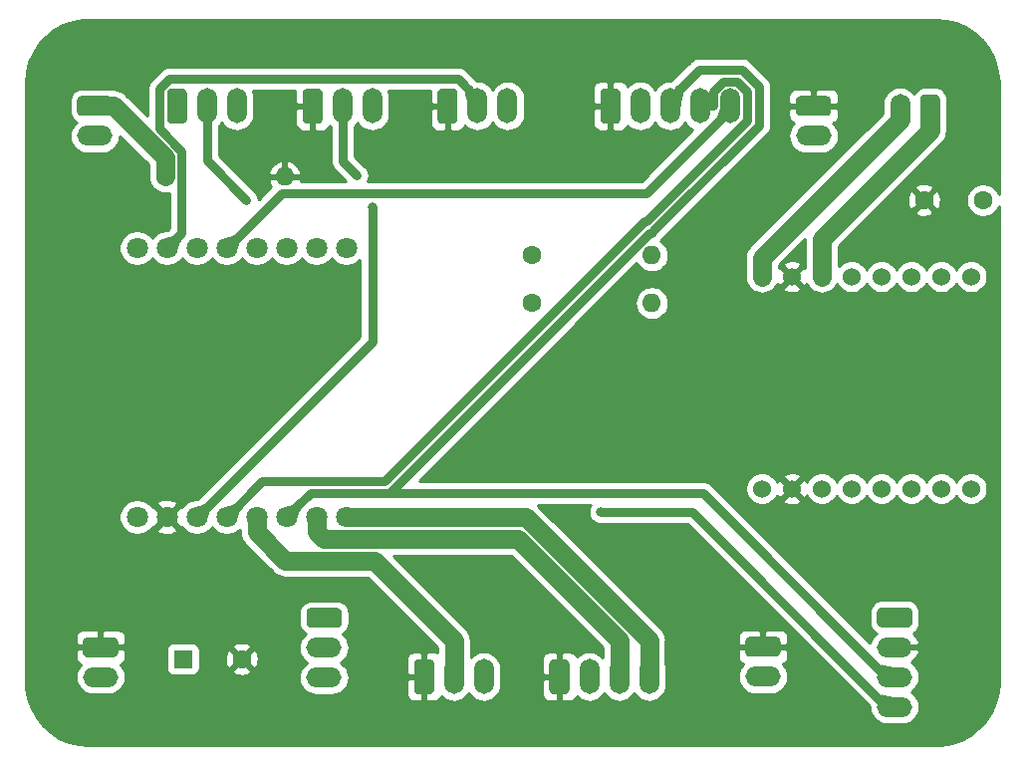
<source format=gbr>
%TF.GenerationSoftware,KiCad,Pcbnew,(5.1.4)-1*%
%TF.CreationDate,2020-08-23T14:24:32+08:00*%
%TF.ProjectId,Integrated-Control-Board-RevA,496e7465-6772-4617-9465-642d436f6e74,rev?*%
%TF.SameCoordinates,Original*%
%TF.FileFunction,Copper,L2,Bot*%
%TF.FilePolarity,Positive*%
%FSLAX46Y46*%
G04 Gerber Fmt 4.6, Leading zero omitted, Abs format (unit mm)*
G04 Created by KiCad (PCBNEW (5.1.4)-1) date 2020-08-23 14:24:32*
%MOMM*%
%LPD*%
G04 APERTURE LIST*
%ADD10C,1.524000*%
%ADD11C,0.350000*%
%ADD12C,1.700000*%
%ADD13O,3.000000X1.700000*%
%ADD14O,1.600000X1.600000*%
%ADD15C,1.600000*%
%ADD16O,1.700000X3.000000*%
%ADD17C,1.800000*%
%ADD18R,1.600000X1.600000*%
%ADD19C,0.800000*%
%ADD20C,1.600000*%
%ADD21C,0.800000*%
%ADD22C,0.025400*%
%ADD23C,0.254000*%
%ADD24C,0.350000*%
G04 APERTURE END LIST*
D10*
X241000000Y-91500000D03*
X238460000Y-91500000D03*
X235920000Y-91500000D03*
X233380000Y-91500000D03*
X230840000Y-91500000D03*
X228300000Y-91500000D03*
X225760000Y-91500000D03*
X223220000Y-91500000D03*
X241000000Y-109530000D03*
X238460000Y-109530000D03*
X235920000Y-109530000D03*
X233380000Y-109530000D03*
X230840000Y-109530000D03*
X228300000Y-109530000D03*
X225760000Y-109530000D03*
X223220000Y-109530000D03*
D11*
G36*
X187116657Y-119652046D02*
G01*
X187157913Y-119658166D01*
X187198371Y-119668300D01*
X187237640Y-119682351D01*
X187275344Y-119700183D01*
X187311117Y-119721625D01*
X187344617Y-119746471D01*
X187375520Y-119774480D01*
X187403529Y-119805383D01*
X187428375Y-119838883D01*
X187449817Y-119874656D01*
X187467649Y-119912360D01*
X187481700Y-119951629D01*
X187491834Y-119992087D01*
X187497954Y-120033343D01*
X187500000Y-120075000D01*
X187500000Y-120925000D01*
X187497954Y-120966657D01*
X187491834Y-121007913D01*
X187481700Y-121048371D01*
X187467649Y-121087640D01*
X187449817Y-121125344D01*
X187428375Y-121161117D01*
X187403529Y-121194617D01*
X187375520Y-121225520D01*
X187344617Y-121253529D01*
X187311117Y-121278375D01*
X187275344Y-121299817D01*
X187237640Y-121317649D01*
X187198371Y-121331700D01*
X187157913Y-121341834D01*
X187116657Y-121347954D01*
X187075000Y-121350000D01*
X184925000Y-121350000D01*
X184883343Y-121347954D01*
X184842087Y-121341834D01*
X184801629Y-121331700D01*
X184762360Y-121317649D01*
X184724656Y-121299817D01*
X184688883Y-121278375D01*
X184655383Y-121253529D01*
X184624480Y-121225520D01*
X184596471Y-121194617D01*
X184571625Y-121161117D01*
X184550183Y-121125344D01*
X184532351Y-121087640D01*
X184518300Y-121048371D01*
X184508166Y-121007913D01*
X184502046Y-120966657D01*
X184500000Y-120925000D01*
X184500000Y-120075000D01*
X184502046Y-120033343D01*
X184508166Y-119992087D01*
X184518300Y-119951629D01*
X184532351Y-119912360D01*
X184550183Y-119874656D01*
X184571625Y-119838883D01*
X184596471Y-119805383D01*
X184624480Y-119774480D01*
X184655383Y-119746471D01*
X184688883Y-119721625D01*
X184724656Y-119700183D01*
X184762360Y-119682351D01*
X184801629Y-119668300D01*
X184842087Y-119658166D01*
X184883343Y-119652046D01*
X184925000Y-119650000D01*
X187075000Y-119650000D01*
X187116657Y-119652046D01*
X187116657Y-119652046D01*
G37*
D12*
X186000000Y-120500000D03*
D13*
X186000000Y-123040000D03*
X186000000Y-125580000D03*
D14*
X182660000Y-83000000D03*
D15*
X172500000Y-83000000D03*
D14*
X213860000Y-93750000D03*
D15*
X203700000Y-93750000D03*
D14*
X213860000Y-89700000D03*
D15*
X203700000Y-89700000D03*
D11*
G36*
X194966657Y-124002046D02*
G01*
X195007913Y-124008166D01*
X195048371Y-124018300D01*
X195087640Y-124032351D01*
X195125344Y-124050183D01*
X195161117Y-124071625D01*
X195194617Y-124096471D01*
X195225520Y-124124480D01*
X195253529Y-124155383D01*
X195278375Y-124188883D01*
X195299817Y-124224656D01*
X195317649Y-124262360D01*
X195331700Y-124301629D01*
X195341834Y-124342087D01*
X195347954Y-124383343D01*
X195350000Y-124425000D01*
X195350000Y-126575000D01*
X195347954Y-126616657D01*
X195341834Y-126657913D01*
X195331700Y-126698371D01*
X195317649Y-126737640D01*
X195299817Y-126775344D01*
X195278375Y-126811117D01*
X195253529Y-126844617D01*
X195225520Y-126875520D01*
X195194617Y-126903529D01*
X195161117Y-126928375D01*
X195125344Y-126949817D01*
X195087640Y-126967649D01*
X195048371Y-126981700D01*
X195007913Y-126991834D01*
X194966657Y-126997954D01*
X194925000Y-127000000D01*
X194075000Y-127000000D01*
X194033343Y-126997954D01*
X193992087Y-126991834D01*
X193951629Y-126981700D01*
X193912360Y-126967649D01*
X193874656Y-126949817D01*
X193838883Y-126928375D01*
X193805383Y-126903529D01*
X193774480Y-126875520D01*
X193746471Y-126844617D01*
X193721625Y-126811117D01*
X193700183Y-126775344D01*
X193682351Y-126737640D01*
X193668300Y-126698371D01*
X193658166Y-126657913D01*
X193652046Y-126616657D01*
X193650000Y-126575000D01*
X193650000Y-124425000D01*
X193652046Y-124383343D01*
X193658166Y-124342087D01*
X193668300Y-124301629D01*
X193682351Y-124262360D01*
X193700183Y-124224656D01*
X193721625Y-124188883D01*
X193746471Y-124155383D01*
X193774480Y-124124480D01*
X193805383Y-124096471D01*
X193838883Y-124071625D01*
X193874656Y-124050183D01*
X193912360Y-124032351D01*
X193951629Y-124018300D01*
X193992087Y-124008166D01*
X194033343Y-124002046D01*
X194075000Y-124000000D01*
X194925000Y-124000000D01*
X194966657Y-124002046D01*
X194966657Y-124002046D01*
G37*
D12*
X194500000Y-125500000D03*
D16*
X197040000Y-125500000D03*
X199580000Y-125500000D03*
D11*
G36*
X210806657Y-75502046D02*
G01*
X210847913Y-75508166D01*
X210888371Y-75518300D01*
X210927640Y-75532351D01*
X210965344Y-75550183D01*
X211001117Y-75571625D01*
X211034617Y-75596471D01*
X211065520Y-75624480D01*
X211093529Y-75655383D01*
X211118375Y-75688883D01*
X211139817Y-75724656D01*
X211157649Y-75762360D01*
X211171700Y-75801629D01*
X211181834Y-75842087D01*
X211187954Y-75883343D01*
X211190000Y-75925000D01*
X211190000Y-78075000D01*
X211187954Y-78116657D01*
X211181834Y-78157913D01*
X211171700Y-78198371D01*
X211157649Y-78237640D01*
X211139817Y-78275344D01*
X211118375Y-78311117D01*
X211093529Y-78344617D01*
X211065520Y-78375520D01*
X211034617Y-78403529D01*
X211001117Y-78428375D01*
X210965344Y-78449817D01*
X210927640Y-78467649D01*
X210888371Y-78481700D01*
X210847913Y-78491834D01*
X210806657Y-78497954D01*
X210765000Y-78500000D01*
X209915000Y-78500000D01*
X209873343Y-78497954D01*
X209832087Y-78491834D01*
X209791629Y-78481700D01*
X209752360Y-78467649D01*
X209714656Y-78449817D01*
X209678883Y-78428375D01*
X209645383Y-78403529D01*
X209614480Y-78375520D01*
X209586471Y-78344617D01*
X209561625Y-78311117D01*
X209540183Y-78275344D01*
X209522351Y-78237640D01*
X209508300Y-78198371D01*
X209498166Y-78157913D01*
X209492046Y-78116657D01*
X209490000Y-78075000D01*
X209490000Y-75925000D01*
X209492046Y-75883343D01*
X209498166Y-75842087D01*
X209508300Y-75801629D01*
X209522351Y-75762360D01*
X209540183Y-75724656D01*
X209561625Y-75688883D01*
X209586471Y-75655383D01*
X209614480Y-75624480D01*
X209645383Y-75596471D01*
X209678883Y-75571625D01*
X209714656Y-75550183D01*
X209752360Y-75532351D01*
X209791629Y-75518300D01*
X209832087Y-75508166D01*
X209873343Y-75502046D01*
X209915000Y-75500000D01*
X210765000Y-75500000D01*
X210806657Y-75502046D01*
X210806657Y-75502046D01*
G37*
D12*
X210340000Y-77000000D03*
D16*
X212880000Y-77000000D03*
X215420000Y-77000000D03*
X217960000Y-77000000D03*
X220500000Y-77000000D03*
D11*
G36*
X206466657Y-124002046D02*
G01*
X206507913Y-124008166D01*
X206548371Y-124018300D01*
X206587640Y-124032351D01*
X206625344Y-124050183D01*
X206661117Y-124071625D01*
X206694617Y-124096471D01*
X206725520Y-124124480D01*
X206753529Y-124155383D01*
X206778375Y-124188883D01*
X206799817Y-124224656D01*
X206817649Y-124262360D01*
X206831700Y-124301629D01*
X206841834Y-124342087D01*
X206847954Y-124383343D01*
X206850000Y-124425000D01*
X206850000Y-126575000D01*
X206847954Y-126616657D01*
X206841834Y-126657913D01*
X206831700Y-126698371D01*
X206817649Y-126737640D01*
X206799817Y-126775344D01*
X206778375Y-126811117D01*
X206753529Y-126844617D01*
X206725520Y-126875520D01*
X206694617Y-126903529D01*
X206661117Y-126928375D01*
X206625344Y-126949817D01*
X206587640Y-126967649D01*
X206548371Y-126981700D01*
X206507913Y-126991834D01*
X206466657Y-126997954D01*
X206425000Y-127000000D01*
X205575000Y-127000000D01*
X205533343Y-126997954D01*
X205492087Y-126991834D01*
X205451629Y-126981700D01*
X205412360Y-126967649D01*
X205374656Y-126949817D01*
X205338883Y-126928375D01*
X205305383Y-126903529D01*
X205274480Y-126875520D01*
X205246471Y-126844617D01*
X205221625Y-126811117D01*
X205200183Y-126775344D01*
X205182351Y-126737640D01*
X205168300Y-126698371D01*
X205158166Y-126657913D01*
X205152046Y-126616657D01*
X205150000Y-126575000D01*
X205150000Y-124425000D01*
X205152046Y-124383343D01*
X205158166Y-124342087D01*
X205168300Y-124301629D01*
X205182351Y-124262360D01*
X205200183Y-124224656D01*
X205221625Y-124188883D01*
X205246471Y-124155383D01*
X205274480Y-124124480D01*
X205305383Y-124096471D01*
X205338883Y-124071625D01*
X205374656Y-124050183D01*
X205412360Y-124032351D01*
X205451629Y-124018300D01*
X205492087Y-124008166D01*
X205533343Y-124002046D01*
X205575000Y-124000000D01*
X206425000Y-124000000D01*
X206466657Y-124002046D01*
X206466657Y-124002046D01*
G37*
D12*
X206000000Y-125500000D03*
D16*
X208540000Y-125500000D03*
X211080000Y-125500000D03*
X213620000Y-125500000D03*
D11*
G36*
X196966657Y-75502046D02*
G01*
X197007913Y-75508166D01*
X197048371Y-75518300D01*
X197087640Y-75532351D01*
X197125344Y-75550183D01*
X197161117Y-75571625D01*
X197194617Y-75596471D01*
X197225520Y-75624480D01*
X197253529Y-75655383D01*
X197278375Y-75688883D01*
X197299817Y-75724656D01*
X197317649Y-75762360D01*
X197331700Y-75801629D01*
X197341834Y-75842087D01*
X197347954Y-75883343D01*
X197350000Y-75925000D01*
X197350000Y-78075000D01*
X197347954Y-78116657D01*
X197341834Y-78157913D01*
X197331700Y-78198371D01*
X197317649Y-78237640D01*
X197299817Y-78275344D01*
X197278375Y-78311117D01*
X197253529Y-78344617D01*
X197225520Y-78375520D01*
X197194617Y-78403529D01*
X197161117Y-78428375D01*
X197125344Y-78449817D01*
X197087640Y-78467649D01*
X197048371Y-78481700D01*
X197007913Y-78491834D01*
X196966657Y-78497954D01*
X196925000Y-78500000D01*
X196075000Y-78500000D01*
X196033343Y-78497954D01*
X195992087Y-78491834D01*
X195951629Y-78481700D01*
X195912360Y-78467649D01*
X195874656Y-78449817D01*
X195838883Y-78428375D01*
X195805383Y-78403529D01*
X195774480Y-78375520D01*
X195746471Y-78344617D01*
X195721625Y-78311117D01*
X195700183Y-78275344D01*
X195682351Y-78237640D01*
X195668300Y-78198371D01*
X195658166Y-78157913D01*
X195652046Y-78116657D01*
X195650000Y-78075000D01*
X195650000Y-75925000D01*
X195652046Y-75883343D01*
X195658166Y-75842087D01*
X195668300Y-75801629D01*
X195682351Y-75762360D01*
X195700183Y-75724656D01*
X195721625Y-75688883D01*
X195746471Y-75655383D01*
X195774480Y-75624480D01*
X195805383Y-75596471D01*
X195838883Y-75571625D01*
X195874656Y-75550183D01*
X195912360Y-75532351D01*
X195951629Y-75518300D01*
X195992087Y-75508166D01*
X196033343Y-75502046D01*
X196075000Y-75500000D01*
X196925000Y-75500000D01*
X196966657Y-75502046D01*
X196966657Y-75502046D01*
G37*
D12*
X196500000Y-77000000D03*
D16*
X199040000Y-77000000D03*
X201580000Y-77000000D03*
D11*
G36*
X185504959Y-75502046D02*
G01*
X185546215Y-75508166D01*
X185586673Y-75518300D01*
X185625942Y-75532351D01*
X185663646Y-75550183D01*
X185699419Y-75571625D01*
X185732919Y-75596471D01*
X185763822Y-75624480D01*
X185791831Y-75655383D01*
X185816677Y-75688883D01*
X185838119Y-75724656D01*
X185855951Y-75762360D01*
X185870002Y-75801629D01*
X185880136Y-75842087D01*
X185886256Y-75883343D01*
X185888302Y-75925000D01*
X185888302Y-78075000D01*
X185886256Y-78116657D01*
X185880136Y-78157913D01*
X185870002Y-78198371D01*
X185855951Y-78237640D01*
X185838119Y-78275344D01*
X185816677Y-78311117D01*
X185791831Y-78344617D01*
X185763822Y-78375520D01*
X185732919Y-78403529D01*
X185699419Y-78428375D01*
X185663646Y-78449817D01*
X185625942Y-78467649D01*
X185586673Y-78481700D01*
X185546215Y-78491834D01*
X185504959Y-78497954D01*
X185463302Y-78500000D01*
X184613302Y-78500000D01*
X184571645Y-78497954D01*
X184530389Y-78491834D01*
X184489931Y-78481700D01*
X184450662Y-78467649D01*
X184412958Y-78449817D01*
X184377185Y-78428375D01*
X184343685Y-78403529D01*
X184312782Y-78375520D01*
X184284773Y-78344617D01*
X184259927Y-78311117D01*
X184238485Y-78275344D01*
X184220653Y-78237640D01*
X184206602Y-78198371D01*
X184196468Y-78157913D01*
X184190348Y-78116657D01*
X184188302Y-78075000D01*
X184188302Y-75925000D01*
X184190348Y-75883343D01*
X184196468Y-75842087D01*
X184206602Y-75801629D01*
X184220653Y-75762360D01*
X184238485Y-75724656D01*
X184259927Y-75688883D01*
X184284773Y-75655383D01*
X184312782Y-75624480D01*
X184343685Y-75596471D01*
X184377185Y-75571625D01*
X184412958Y-75550183D01*
X184450662Y-75532351D01*
X184489931Y-75518300D01*
X184530389Y-75508166D01*
X184571645Y-75502046D01*
X184613302Y-75500000D01*
X185463302Y-75500000D01*
X185504959Y-75502046D01*
X185504959Y-75502046D01*
G37*
D12*
X185038302Y-77000000D03*
D16*
X187578302Y-77000000D03*
X190118302Y-77000000D03*
D11*
G36*
X173966657Y-75502046D02*
G01*
X174007913Y-75508166D01*
X174048371Y-75518300D01*
X174087640Y-75532351D01*
X174125344Y-75550183D01*
X174161117Y-75571625D01*
X174194617Y-75596471D01*
X174225520Y-75624480D01*
X174253529Y-75655383D01*
X174278375Y-75688883D01*
X174299817Y-75724656D01*
X174317649Y-75762360D01*
X174331700Y-75801629D01*
X174341834Y-75842087D01*
X174347954Y-75883343D01*
X174350000Y-75925000D01*
X174350000Y-78075000D01*
X174347954Y-78116657D01*
X174341834Y-78157913D01*
X174331700Y-78198371D01*
X174317649Y-78237640D01*
X174299817Y-78275344D01*
X174278375Y-78311117D01*
X174253529Y-78344617D01*
X174225520Y-78375520D01*
X174194617Y-78403529D01*
X174161117Y-78428375D01*
X174125344Y-78449817D01*
X174087640Y-78467649D01*
X174048371Y-78481700D01*
X174007913Y-78491834D01*
X173966657Y-78497954D01*
X173925000Y-78500000D01*
X173075000Y-78500000D01*
X173033343Y-78497954D01*
X172992087Y-78491834D01*
X172951629Y-78481700D01*
X172912360Y-78467649D01*
X172874656Y-78449817D01*
X172838883Y-78428375D01*
X172805383Y-78403529D01*
X172774480Y-78375520D01*
X172746471Y-78344617D01*
X172721625Y-78311117D01*
X172700183Y-78275344D01*
X172682351Y-78237640D01*
X172668300Y-78198371D01*
X172658166Y-78157913D01*
X172652046Y-78116657D01*
X172650000Y-78075000D01*
X172650000Y-75925000D01*
X172652046Y-75883343D01*
X172658166Y-75842087D01*
X172668300Y-75801629D01*
X172682351Y-75762360D01*
X172700183Y-75724656D01*
X172721625Y-75688883D01*
X172746471Y-75655383D01*
X172774480Y-75624480D01*
X172805383Y-75596471D01*
X172838883Y-75571625D01*
X172874656Y-75550183D01*
X172912360Y-75532351D01*
X172951629Y-75518300D01*
X172992087Y-75508166D01*
X173033343Y-75502046D01*
X173075000Y-75500000D01*
X173925000Y-75500000D01*
X173966657Y-75502046D01*
X173966657Y-75502046D01*
G37*
D12*
X173500000Y-77000000D03*
D16*
X176040000Y-77000000D03*
X178580000Y-77000000D03*
D17*
X187890000Y-111930000D03*
X187890000Y-89070000D03*
X185350000Y-111930000D03*
X185350000Y-89070000D03*
X182810000Y-111930000D03*
X182810000Y-89070000D03*
X180270000Y-111930000D03*
X180270000Y-89070000D03*
X177730000Y-111930000D03*
X177730000Y-89070000D03*
X175190000Y-111930000D03*
X175190000Y-89070000D03*
X172650000Y-111930000D03*
X172650000Y-89070000D03*
X170110000Y-111930000D03*
X170110000Y-89070000D03*
D11*
G36*
X224416657Y-122112046D02*
G01*
X224457913Y-122118166D01*
X224498371Y-122128300D01*
X224537640Y-122142351D01*
X224575344Y-122160183D01*
X224611117Y-122181625D01*
X224644617Y-122206471D01*
X224675520Y-122234480D01*
X224703529Y-122265383D01*
X224728375Y-122298883D01*
X224749817Y-122334656D01*
X224767649Y-122372360D01*
X224781700Y-122411629D01*
X224791834Y-122452087D01*
X224797954Y-122493343D01*
X224800000Y-122535000D01*
X224800000Y-123385000D01*
X224797954Y-123426657D01*
X224791834Y-123467913D01*
X224781700Y-123508371D01*
X224767649Y-123547640D01*
X224749817Y-123585344D01*
X224728375Y-123621117D01*
X224703529Y-123654617D01*
X224675520Y-123685520D01*
X224644617Y-123713529D01*
X224611117Y-123738375D01*
X224575344Y-123759817D01*
X224537640Y-123777649D01*
X224498371Y-123791700D01*
X224457913Y-123801834D01*
X224416657Y-123807954D01*
X224375000Y-123810000D01*
X222225000Y-123810000D01*
X222183343Y-123807954D01*
X222142087Y-123801834D01*
X222101629Y-123791700D01*
X222062360Y-123777649D01*
X222024656Y-123759817D01*
X221988883Y-123738375D01*
X221955383Y-123713529D01*
X221924480Y-123685520D01*
X221896471Y-123654617D01*
X221871625Y-123621117D01*
X221850183Y-123585344D01*
X221832351Y-123547640D01*
X221818300Y-123508371D01*
X221808166Y-123467913D01*
X221802046Y-123426657D01*
X221800000Y-123385000D01*
X221800000Y-122535000D01*
X221802046Y-122493343D01*
X221808166Y-122452087D01*
X221818300Y-122411629D01*
X221832351Y-122372360D01*
X221850183Y-122334656D01*
X221871625Y-122298883D01*
X221896471Y-122265383D01*
X221924480Y-122234480D01*
X221955383Y-122206471D01*
X221988883Y-122181625D01*
X222024656Y-122160183D01*
X222062360Y-122142351D01*
X222101629Y-122128300D01*
X222142087Y-122118166D01*
X222183343Y-122112046D01*
X222225000Y-122110000D01*
X224375000Y-122110000D01*
X224416657Y-122112046D01*
X224416657Y-122112046D01*
G37*
D12*
X223300000Y-122960000D03*
D13*
X223300000Y-125500000D03*
D11*
G36*
X228716657Y-76152046D02*
G01*
X228757913Y-76158166D01*
X228798371Y-76168300D01*
X228837640Y-76182351D01*
X228875344Y-76200183D01*
X228911117Y-76221625D01*
X228944617Y-76246471D01*
X228975520Y-76274480D01*
X229003529Y-76305383D01*
X229028375Y-76338883D01*
X229049817Y-76374656D01*
X229067649Y-76412360D01*
X229081700Y-76451629D01*
X229091834Y-76492087D01*
X229097954Y-76533343D01*
X229100000Y-76575000D01*
X229100000Y-77425000D01*
X229097954Y-77466657D01*
X229091834Y-77507913D01*
X229081700Y-77548371D01*
X229067649Y-77587640D01*
X229049817Y-77625344D01*
X229028375Y-77661117D01*
X229003529Y-77694617D01*
X228975520Y-77725520D01*
X228944617Y-77753529D01*
X228911117Y-77778375D01*
X228875344Y-77799817D01*
X228837640Y-77817649D01*
X228798371Y-77831700D01*
X228757913Y-77841834D01*
X228716657Y-77847954D01*
X228675000Y-77850000D01*
X226525000Y-77850000D01*
X226483343Y-77847954D01*
X226442087Y-77841834D01*
X226401629Y-77831700D01*
X226362360Y-77817649D01*
X226324656Y-77799817D01*
X226288883Y-77778375D01*
X226255383Y-77753529D01*
X226224480Y-77725520D01*
X226196471Y-77694617D01*
X226171625Y-77661117D01*
X226150183Y-77625344D01*
X226132351Y-77587640D01*
X226118300Y-77548371D01*
X226108166Y-77507913D01*
X226102046Y-77466657D01*
X226100000Y-77425000D01*
X226100000Y-76575000D01*
X226102046Y-76533343D01*
X226108166Y-76492087D01*
X226118300Y-76451629D01*
X226132351Y-76412360D01*
X226150183Y-76374656D01*
X226171625Y-76338883D01*
X226196471Y-76305383D01*
X226224480Y-76274480D01*
X226255383Y-76246471D01*
X226288883Y-76221625D01*
X226324656Y-76200183D01*
X226362360Y-76182351D01*
X226401629Y-76168300D01*
X226442087Y-76158166D01*
X226483343Y-76152046D01*
X226525000Y-76150000D01*
X228675000Y-76150000D01*
X228716657Y-76152046D01*
X228716657Y-76152046D01*
G37*
D12*
X227600000Y-77000000D03*
D13*
X227600000Y-79540000D03*
D11*
G36*
X235616657Y-119612046D02*
G01*
X235657913Y-119618166D01*
X235698371Y-119628300D01*
X235737640Y-119642351D01*
X235775344Y-119660183D01*
X235811117Y-119681625D01*
X235844617Y-119706471D01*
X235875520Y-119734480D01*
X235903529Y-119765383D01*
X235928375Y-119798883D01*
X235949817Y-119834656D01*
X235967649Y-119872360D01*
X235981700Y-119911629D01*
X235991834Y-119952087D01*
X235997954Y-119993343D01*
X236000000Y-120035000D01*
X236000000Y-120885000D01*
X235997954Y-120926657D01*
X235991834Y-120967913D01*
X235981700Y-121008371D01*
X235967649Y-121047640D01*
X235949817Y-121085344D01*
X235928375Y-121121117D01*
X235903529Y-121154617D01*
X235875520Y-121185520D01*
X235844617Y-121213529D01*
X235811117Y-121238375D01*
X235775344Y-121259817D01*
X235737640Y-121277649D01*
X235698371Y-121291700D01*
X235657913Y-121301834D01*
X235616657Y-121307954D01*
X235575000Y-121310000D01*
X233425000Y-121310000D01*
X233383343Y-121307954D01*
X233342087Y-121301834D01*
X233301629Y-121291700D01*
X233262360Y-121277649D01*
X233224656Y-121259817D01*
X233188883Y-121238375D01*
X233155383Y-121213529D01*
X233124480Y-121185520D01*
X233096471Y-121154617D01*
X233071625Y-121121117D01*
X233050183Y-121085344D01*
X233032351Y-121047640D01*
X233018300Y-121008371D01*
X233008166Y-120967913D01*
X233002046Y-120926657D01*
X233000000Y-120885000D01*
X233000000Y-120035000D01*
X233002046Y-119993343D01*
X233008166Y-119952087D01*
X233018300Y-119911629D01*
X233032351Y-119872360D01*
X233050183Y-119834656D01*
X233071625Y-119798883D01*
X233096471Y-119765383D01*
X233124480Y-119734480D01*
X233155383Y-119706471D01*
X233188883Y-119681625D01*
X233224656Y-119660183D01*
X233262360Y-119642351D01*
X233301629Y-119628300D01*
X233342087Y-119618166D01*
X233383343Y-119612046D01*
X233425000Y-119610000D01*
X235575000Y-119610000D01*
X235616657Y-119612046D01*
X235616657Y-119612046D01*
G37*
D12*
X234500000Y-120460000D03*
D13*
X234500000Y-123000000D03*
X234500000Y-125540000D03*
X234500000Y-128080000D03*
D11*
G36*
X168116657Y-122152046D02*
G01*
X168157913Y-122158166D01*
X168198371Y-122168300D01*
X168237640Y-122182351D01*
X168275344Y-122200183D01*
X168311117Y-122221625D01*
X168344617Y-122246471D01*
X168375520Y-122274480D01*
X168403529Y-122305383D01*
X168428375Y-122338883D01*
X168449817Y-122374656D01*
X168467649Y-122412360D01*
X168481700Y-122451629D01*
X168491834Y-122492087D01*
X168497954Y-122533343D01*
X168500000Y-122575000D01*
X168500000Y-123425000D01*
X168497954Y-123466657D01*
X168491834Y-123507913D01*
X168481700Y-123548371D01*
X168467649Y-123587640D01*
X168449817Y-123625344D01*
X168428375Y-123661117D01*
X168403529Y-123694617D01*
X168375520Y-123725520D01*
X168344617Y-123753529D01*
X168311117Y-123778375D01*
X168275344Y-123799817D01*
X168237640Y-123817649D01*
X168198371Y-123831700D01*
X168157913Y-123841834D01*
X168116657Y-123847954D01*
X168075000Y-123850000D01*
X165925000Y-123850000D01*
X165883343Y-123847954D01*
X165842087Y-123841834D01*
X165801629Y-123831700D01*
X165762360Y-123817649D01*
X165724656Y-123799817D01*
X165688883Y-123778375D01*
X165655383Y-123753529D01*
X165624480Y-123725520D01*
X165596471Y-123694617D01*
X165571625Y-123661117D01*
X165550183Y-123625344D01*
X165532351Y-123587640D01*
X165518300Y-123548371D01*
X165508166Y-123507913D01*
X165502046Y-123466657D01*
X165500000Y-123425000D01*
X165500000Y-122575000D01*
X165502046Y-122533343D01*
X165508166Y-122492087D01*
X165518300Y-122451629D01*
X165532351Y-122412360D01*
X165550183Y-122374656D01*
X165571625Y-122338883D01*
X165596471Y-122305383D01*
X165624480Y-122274480D01*
X165655383Y-122246471D01*
X165688883Y-122221625D01*
X165724656Y-122200183D01*
X165762360Y-122182351D01*
X165801629Y-122168300D01*
X165842087Y-122158166D01*
X165883343Y-122152046D01*
X165925000Y-122150000D01*
X168075000Y-122150000D01*
X168116657Y-122152046D01*
X168116657Y-122152046D01*
G37*
D12*
X167000000Y-123000000D03*
D13*
X167000000Y-125540000D03*
D11*
G36*
X167616657Y-76152046D02*
G01*
X167657913Y-76158166D01*
X167698371Y-76168300D01*
X167737640Y-76182351D01*
X167775344Y-76200183D01*
X167811117Y-76221625D01*
X167844617Y-76246471D01*
X167875520Y-76274480D01*
X167903529Y-76305383D01*
X167928375Y-76338883D01*
X167949817Y-76374656D01*
X167967649Y-76412360D01*
X167981700Y-76451629D01*
X167991834Y-76492087D01*
X167997954Y-76533343D01*
X168000000Y-76575000D01*
X168000000Y-77425000D01*
X167997954Y-77466657D01*
X167991834Y-77507913D01*
X167981700Y-77548371D01*
X167967649Y-77587640D01*
X167949817Y-77625344D01*
X167928375Y-77661117D01*
X167903529Y-77694617D01*
X167875520Y-77725520D01*
X167844617Y-77753529D01*
X167811117Y-77778375D01*
X167775344Y-77799817D01*
X167737640Y-77817649D01*
X167698371Y-77831700D01*
X167657913Y-77841834D01*
X167616657Y-77847954D01*
X167575000Y-77850000D01*
X165425000Y-77850000D01*
X165383343Y-77847954D01*
X165342087Y-77841834D01*
X165301629Y-77831700D01*
X165262360Y-77817649D01*
X165224656Y-77799817D01*
X165188883Y-77778375D01*
X165155383Y-77753529D01*
X165124480Y-77725520D01*
X165096471Y-77694617D01*
X165071625Y-77661117D01*
X165050183Y-77625344D01*
X165032351Y-77587640D01*
X165018300Y-77548371D01*
X165008166Y-77507913D01*
X165002046Y-77466657D01*
X165000000Y-77425000D01*
X165000000Y-76575000D01*
X165002046Y-76533343D01*
X165008166Y-76492087D01*
X165018300Y-76451629D01*
X165032351Y-76412360D01*
X165050183Y-76374656D01*
X165071625Y-76338883D01*
X165096471Y-76305383D01*
X165124480Y-76274480D01*
X165155383Y-76246471D01*
X165188883Y-76221625D01*
X165224656Y-76200183D01*
X165262360Y-76182351D01*
X165301629Y-76168300D01*
X165342087Y-76158166D01*
X165383343Y-76152046D01*
X165425000Y-76150000D01*
X167575000Y-76150000D01*
X167616657Y-76152046D01*
X167616657Y-76152046D01*
G37*
D12*
X166500000Y-77000000D03*
D13*
X166500000Y-79540000D03*
D11*
G36*
X237966657Y-76002046D02*
G01*
X238007913Y-76008166D01*
X238048371Y-76018300D01*
X238087640Y-76032351D01*
X238125344Y-76050183D01*
X238161117Y-76071625D01*
X238194617Y-76096471D01*
X238225520Y-76124480D01*
X238253529Y-76155383D01*
X238278375Y-76188883D01*
X238299817Y-76224656D01*
X238317649Y-76262360D01*
X238331700Y-76301629D01*
X238341834Y-76342087D01*
X238347954Y-76383343D01*
X238350000Y-76425000D01*
X238350000Y-78575000D01*
X238347954Y-78616657D01*
X238341834Y-78657913D01*
X238331700Y-78698371D01*
X238317649Y-78737640D01*
X238299817Y-78775344D01*
X238278375Y-78811117D01*
X238253529Y-78844617D01*
X238225520Y-78875520D01*
X238194617Y-78903529D01*
X238161117Y-78928375D01*
X238125344Y-78949817D01*
X238087640Y-78967649D01*
X238048371Y-78981700D01*
X238007913Y-78991834D01*
X237966657Y-78997954D01*
X237925000Y-79000000D01*
X237075000Y-79000000D01*
X237033343Y-78997954D01*
X236992087Y-78991834D01*
X236951629Y-78981700D01*
X236912360Y-78967649D01*
X236874656Y-78949817D01*
X236838883Y-78928375D01*
X236805383Y-78903529D01*
X236774480Y-78875520D01*
X236746471Y-78844617D01*
X236721625Y-78811117D01*
X236700183Y-78775344D01*
X236682351Y-78737640D01*
X236668300Y-78698371D01*
X236658166Y-78657913D01*
X236652046Y-78616657D01*
X236650000Y-78575000D01*
X236650000Y-76425000D01*
X236652046Y-76383343D01*
X236658166Y-76342087D01*
X236668300Y-76301629D01*
X236682351Y-76262360D01*
X236700183Y-76224656D01*
X236721625Y-76188883D01*
X236746471Y-76155383D01*
X236774480Y-76124480D01*
X236805383Y-76096471D01*
X236838883Y-76071625D01*
X236874656Y-76050183D01*
X236912360Y-76032351D01*
X236951629Y-76018300D01*
X236992087Y-76008166D01*
X237033343Y-76002046D01*
X237075000Y-76000000D01*
X237925000Y-76000000D01*
X237966657Y-76002046D01*
X237966657Y-76002046D01*
G37*
D12*
X237500000Y-77500000D03*
D16*
X234960000Y-77500000D03*
D15*
X237000000Y-85000000D03*
X242000000Y-85000000D03*
X179000000Y-124000000D03*
D18*
X174000000Y-124000000D03*
D19*
X191173769Y-108900000D03*
X209500000Y-111500000D03*
X179400000Y-85000000D03*
X188800000Y-82900000D03*
X190100000Y-85600000D03*
D20*
X237500000Y-79100000D02*
X237500000Y-77500000D01*
X228300000Y-91500000D02*
X228300000Y-88300000D01*
X228300000Y-88300000D02*
X237500000Y-79100000D01*
X234960000Y-78150000D02*
X234960000Y-77500000D01*
X223220000Y-91500000D02*
X223220000Y-89890000D01*
X223220000Y-89890000D02*
X234960000Y-78150000D01*
X172500000Y-81868630D02*
X172500000Y-83000000D01*
X166500000Y-77000000D02*
X168100000Y-77000000D01*
X168100000Y-77000000D02*
X172500000Y-81400000D01*
X172500000Y-81400000D02*
X172500000Y-81868630D01*
D21*
X215420000Y-76350000D02*
X217870021Y-73899979D01*
X217870021Y-73899979D02*
X221514831Y-73899979D01*
X221514831Y-73899979D02*
X222950021Y-75335169D01*
X222950021Y-75335169D02*
X222950021Y-78664831D01*
X222950021Y-78664831D02*
X214107938Y-87506914D01*
X184839989Y-109900011D02*
X183709999Y-111030001D01*
X183709999Y-111030001D02*
X182810000Y-111930000D01*
X215420000Y-77000000D02*
X215420000Y-76350000D01*
X213816445Y-87799344D02*
X213688449Y-87799549D01*
X213688449Y-87799549D02*
X191587987Y-109900011D01*
X214107938Y-87506914D02*
X213816445Y-87799344D01*
X191587987Y-109900011D02*
X189899989Y-109900011D01*
X189899989Y-109900011D02*
X184839989Y-109900011D01*
X233850000Y-125540000D02*
X218210011Y-109900011D01*
X218210011Y-109900011D02*
X189899989Y-109900011D01*
X234500000Y-125540000D02*
X233850000Y-125540000D01*
X221950010Y-75749387D02*
X221950010Y-78250613D01*
X221100613Y-74899990D02*
X221950010Y-75749387D01*
X219049990Y-75749387D02*
X219899387Y-74899990D01*
X219899387Y-74899990D02*
X221100613Y-74899990D01*
X219049990Y-77000000D02*
X219049990Y-75749387D01*
X221950010Y-78250613D02*
X213400623Y-86800000D01*
X217960000Y-77000000D02*
X219049990Y-77000000D01*
X213273565Y-86800204D02*
X191173769Y-108900000D01*
X213400623Y-86800000D02*
X213273565Y-86800204D01*
X180760000Y-108900000D02*
X177730000Y-111930000D01*
X191173769Y-108900000D02*
X180760000Y-108900000D01*
X210065685Y-111500000D02*
X209500000Y-111500000D01*
X217270000Y-111500000D02*
X210065685Y-111500000D01*
X233850000Y-128080000D02*
X217270000Y-111500000D01*
X234500000Y-128080000D02*
X233850000Y-128080000D01*
D20*
X213620000Y-122400000D02*
X213620000Y-125500000D01*
X203150000Y-111930000D02*
X213620000Y-122400000D01*
X187890000Y-111930000D02*
X203150000Y-111930000D01*
X185977209Y-113830001D02*
X202504403Y-113830001D01*
X211080000Y-122405598D02*
X211080000Y-125500000D01*
X185350000Y-113202792D02*
X185977209Y-113830001D01*
X185350000Y-111930000D02*
X185350000Y-113202792D01*
X202504403Y-113830001D02*
X211080000Y-122405598D01*
D21*
X176040000Y-77000000D02*
X176040000Y-81640000D01*
X176040000Y-81640000D02*
X179400000Y-85000000D01*
D20*
X182697220Y-115630012D02*
X180270000Y-113202792D01*
X180270000Y-113202792D02*
X180270000Y-111930000D01*
X197040000Y-122400000D02*
X190270012Y-115630012D01*
X197040000Y-125500000D02*
X197040000Y-122400000D01*
X190270012Y-115630012D02*
X182697220Y-115630012D01*
D21*
X177730000Y-89070000D02*
X182399999Y-84400001D01*
X213385770Y-84400001D02*
X220500000Y-77285771D01*
X220500000Y-77285771D02*
X220500000Y-77000000D01*
X182399999Y-84400001D02*
X213385770Y-84400001D01*
X187578302Y-77000000D02*
X187578302Y-81678302D01*
X187578302Y-81678302D02*
X188800000Y-82900000D01*
X190100000Y-97020000D02*
X175190000Y-111930000D01*
X190100000Y-85600000D02*
X190100000Y-97020000D01*
X172000011Y-78920097D02*
X172000011Y-75550405D01*
X172650000Y-89070000D02*
X173900011Y-87819989D01*
X197390000Y-74700000D02*
X199040000Y-76350000D01*
X199040000Y-76350000D02*
X199040000Y-77000000D01*
X172850416Y-74700000D02*
X197390000Y-74700000D01*
X172000011Y-75550405D02*
X172850416Y-74700000D01*
X173900011Y-80820097D02*
X172000011Y-78920097D01*
X173900011Y-87819989D02*
X173900011Y-80820097D01*
D22*
G36*
X216470153Y-75855408D02*
G01*
X216430666Y-76015910D01*
X216430639Y-76016020D01*
X216393836Y-76171596D01*
X216393806Y-76171726D01*
X216361397Y-76315423D01*
X216361363Y-76315577D01*
X216333348Y-76447396D01*
X216333310Y-76447582D01*
X216309690Y-76567523D01*
X216309647Y-76567752D01*
X216290420Y-76675813D01*
X216290372Y-76676102D01*
X216275539Y-76772285D01*
X216275487Y-76772660D01*
X216265048Y-76856965D01*
X216264996Y-76857470D01*
X216258951Y-76929896D01*
X216258912Y-76930606D01*
X216257520Y-76981691D01*
X215137459Y-77282541D01*
X215438609Y-76161362D01*
X215484441Y-76154450D01*
X215486854Y-76153839D01*
X215488067Y-76153329D01*
X215540993Y-76127784D01*
X215543577Y-76126125D01*
X215595382Y-76083186D01*
X215597002Y-76081577D01*
X215647685Y-76021244D01*
X215648669Y-76019903D01*
X215698231Y-75942177D01*
X215698840Y-75941112D01*
X215747280Y-75845991D01*
X215747670Y-75845151D01*
X215794989Y-75732636D01*
X215795248Y-75731968D01*
X215841445Y-75602059D01*
X215841623Y-75601520D01*
X215886699Y-75454217D01*
X215886826Y-75453776D01*
X215925102Y-75310357D01*
X216470153Y-75855408D01*
X216470153Y-75855408D01*
G37*
X216470153Y-75855408D02*
X216430666Y-76015910D01*
X216430639Y-76016020D01*
X216393836Y-76171596D01*
X216393806Y-76171726D01*
X216361397Y-76315423D01*
X216361363Y-76315577D01*
X216333348Y-76447396D01*
X216333310Y-76447582D01*
X216309690Y-76567523D01*
X216309647Y-76567752D01*
X216290420Y-76675813D01*
X216290372Y-76676102D01*
X216275539Y-76772285D01*
X216275487Y-76772660D01*
X216265048Y-76856965D01*
X216264996Y-76857470D01*
X216258951Y-76929896D01*
X216258912Y-76930606D01*
X216257520Y-76981691D01*
X215137459Y-77282541D01*
X215438609Y-76161362D01*
X215484441Y-76154450D01*
X215486854Y-76153839D01*
X215488067Y-76153329D01*
X215540993Y-76127784D01*
X215543577Y-76126125D01*
X215595382Y-76083186D01*
X215597002Y-76081577D01*
X215647685Y-76021244D01*
X215648669Y-76019903D01*
X215698231Y-75942177D01*
X215698840Y-75941112D01*
X215747280Y-75845991D01*
X215747670Y-75845151D01*
X215794989Y-75732636D01*
X215795248Y-75731968D01*
X215841445Y-75602059D01*
X215841623Y-75601520D01*
X215886699Y-75454217D01*
X215886826Y-75453776D01*
X215925102Y-75310357D01*
X216470153Y-75855408D01*
G36*
X183928735Y-111359599D02*
G01*
X183891603Y-111399385D01*
X183891002Y-111400078D01*
X183850357Y-111450481D01*
X183849778Y-111451258D01*
X183813990Y-111503309D01*
X183813450Y-111504165D01*
X183782520Y-111557864D01*
X183782036Y-111558791D01*
X183755964Y-111614137D01*
X183755551Y-111615119D01*
X183734336Y-111672114D01*
X183734005Y-111673132D01*
X183717647Y-111731774D01*
X183717405Y-111732807D01*
X183705906Y-111793097D01*
X183705753Y-111794122D01*
X183699110Y-111856060D01*
X183699043Y-111857058D01*
X183697524Y-111911189D01*
X182509781Y-112230219D01*
X182828811Y-111042476D01*
X182882941Y-111040956D01*
X182883939Y-111040889D01*
X182945877Y-111034246D01*
X182946902Y-111034093D01*
X183007192Y-111022594D01*
X183008225Y-111022352D01*
X183066867Y-111005994D01*
X183067885Y-111005663D01*
X183124880Y-110984448D01*
X183125862Y-110984035D01*
X183181208Y-110957963D01*
X183182135Y-110957479D01*
X183235834Y-110926549D01*
X183236690Y-110926009D01*
X183288741Y-110890221D01*
X183289518Y-110889642D01*
X183339921Y-110848997D01*
X183340614Y-110848396D01*
X183380401Y-110811265D01*
X183928735Y-111359599D01*
X183928735Y-111359599D01*
G37*
X183928735Y-111359599D02*
X183891603Y-111399385D01*
X183891002Y-111400078D01*
X183850357Y-111450481D01*
X183849778Y-111451258D01*
X183813990Y-111503309D01*
X183813450Y-111504165D01*
X183782520Y-111557864D01*
X183782036Y-111558791D01*
X183755964Y-111614137D01*
X183755551Y-111615119D01*
X183734336Y-111672114D01*
X183734005Y-111673132D01*
X183717647Y-111731774D01*
X183717405Y-111732807D01*
X183705906Y-111793097D01*
X183705753Y-111794122D01*
X183699110Y-111856060D01*
X183699043Y-111857058D01*
X183697524Y-111911189D01*
X182509781Y-112230219D01*
X182828811Y-111042476D01*
X182882941Y-111040956D01*
X182883939Y-111040889D01*
X182945877Y-111034246D01*
X182946902Y-111034093D01*
X183007192Y-111022594D01*
X183008225Y-111022352D01*
X183066867Y-111005994D01*
X183067885Y-111005663D01*
X183124880Y-110984448D01*
X183125862Y-110984035D01*
X183181208Y-110957963D01*
X183182135Y-110957479D01*
X183235834Y-110926549D01*
X183236690Y-110926009D01*
X183288741Y-110890221D01*
X183289518Y-110889642D01*
X183339921Y-110848997D01*
X183340614Y-110848396D01*
X183380401Y-110811265D01*
X183928735Y-111359599D01*
G36*
X233515910Y-124529333D02*
G01*
X233516020Y-124529360D01*
X233671596Y-124566163D01*
X233671726Y-124566193D01*
X233815423Y-124598602D01*
X233815577Y-124598636D01*
X233947396Y-124626651D01*
X233947582Y-124626689D01*
X234067523Y-124650310D01*
X234067752Y-124650353D01*
X234175813Y-124669579D01*
X234176102Y-124669627D01*
X234272285Y-124684460D01*
X234272660Y-124684512D01*
X234356965Y-124694951D01*
X234357470Y-124695003D01*
X234429896Y-124701048D01*
X234430606Y-124701087D01*
X234481691Y-124702480D01*
X234782541Y-125822541D01*
X233661362Y-125521391D01*
X233654450Y-125475558D01*
X233653839Y-125473145D01*
X233653329Y-125471932D01*
X233627784Y-125419006D01*
X233626125Y-125416422D01*
X233583186Y-125364617D01*
X233581577Y-125362997D01*
X233521244Y-125312314D01*
X233519903Y-125311330D01*
X233442177Y-125261769D01*
X233441112Y-125261160D01*
X233345991Y-125212719D01*
X233345151Y-125212329D01*
X233232636Y-125165010D01*
X233231968Y-125164751D01*
X233102059Y-125118554D01*
X233101520Y-125118376D01*
X232954217Y-125073300D01*
X232953776Y-125073173D01*
X232810357Y-125034898D01*
X233355408Y-124489847D01*
X233515910Y-124529333D01*
X233515910Y-124529333D01*
G37*
X233515910Y-124529333D02*
X233516020Y-124529360D01*
X233671596Y-124566163D01*
X233671726Y-124566193D01*
X233815423Y-124598602D01*
X233815577Y-124598636D01*
X233947396Y-124626651D01*
X233947582Y-124626689D01*
X234067523Y-124650310D01*
X234067752Y-124650353D01*
X234175813Y-124669579D01*
X234176102Y-124669627D01*
X234272285Y-124684460D01*
X234272660Y-124684512D01*
X234356965Y-124694951D01*
X234357470Y-124695003D01*
X234429896Y-124701048D01*
X234430606Y-124701087D01*
X234481691Y-124702480D01*
X234782541Y-125822541D01*
X233661362Y-125521391D01*
X233654450Y-125475558D01*
X233653839Y-125473145D01*
X233653329Y-125471932D01*
X233627784Y-125419006D01*
X233626125Y-125416422D01*
X233583186Y-125364617D01*
X233581577Y-125362997D01*
X233521244Y-125312314D01*
X233519903Y-125311330D01*
X233442177Y-125261769D01*
X233441112Y-125261160D01*
X233345991Y-125212719D01*
X233345151Y-125212329D01*
X233232636Y-125165010D01*
X233231968Y-125164751D01*
X233102059Y-125118554D01*
X233101520Y-125118376D01*
X232954217Y-125073300D01*
X232953776Y-125073173D01*
X232810357Y-125034898D01*
X233355408Y-124489847D01*
X233515910Y-124529333D01*
G36*
X178848735Y-111359599D02*
G01*
X178811603Y-111399385D01*
X178811002Y-111400078D01*
X178770357Y-111450481D01*
X178769778Y-111451258D01*
X178733990Y-111503309D01*
X178733450Y-111504165D01*
X178702520Y-111557864D01*
X178702036Y-111558791D01*
X178675964Y-111614137D01*
X178675551Y-111615119D01*
X178654336Y-111672114D01*
X178654005Y-111673132D01*
X178637647Y-111731774D01*
X178637405Y-111732807D01*
X178625906Y-111793097D01*
X178625753Y-111794122D01*
X178619110Y-111856060D01*
X178619043Y-111857058D01*
X178617524Y-111911189D01*
X177429781Y-112230219D01*
X177748811Y-111042476D01*
X177802941Y-111040956D01*
X177803939Y-111040889D01*
X177865877Y-111034246D01*
X177866902Y-111034093D01*
X177927192Y-111022594D01*
X177928225Y-111022352D01*
X177986867Y-111005994D01*
X177987885Y-111005663D01*
X178044880Y-110984448D01*
X178045862Y-110984035D01*
X178101208Y-110957963D01*
X178102135Y-110957479D01*
X178155834Y-110926549D01*
X178156690Y-110926009D01*
X178208741Y-110890221D01*
X178209518Y-110889642D01*
X178259921Y-110848997D01*
X178260614Y-110848396D01*
X178300401Y-110811265D01*
X178848735Y-111359599D01*
X178848735Y-111359599D01*
G37*
X178848735Y-111359599D02*
X178811603Y-111399385D01*
X178811002Y-111400078D01*
X178770357Y-111450481D01*
X178769778Y-111451258D01*
X178733990Y-111503309D01*
X178733450Y-111504165D01*
X178702520Y-111557864D01*
X178702036Y-111558791D01*
X178675964Y-111614137D01*
X178675551Y-111615119D01*
X178654336Y-111672114D01*
X178654005Y-111673132D01*
X178637647Y-111731774D01*
X178637405Y-111732807D01*
X178625906Y-111793097D01*
X178625753Y-111794122D01*
X178619110Y-111856060D01*
X178619043Y-111857058D01*
X178617524Y-111911189D01*
X177429781Y-112230219D01*
X177748811Y-111042476D01*
X177802941Y-111040956D01*
X177803939Y-111040889D01*
X177865877Y-111034246D01*
X177866902Y-111034093D01*
X177927192Y-111022594D01*
X177928225Y-111022352D01*
X177986867Y-111005994D01*
X177987885Y-111005663D01*
X178044880Y-110984448D01*
X178045862Y-110984035D01*
X178101208Y-110957963D01*
X178102135Y-110957479D01*
X178155834Y-110926549D01*
X178156690Y-110926009D01*
X178208741Y-110890221D01*
X178209518Y-110889642D01*
X178259921Y-110848997D01*
X178260614Y-110848396D01*
X178300401Y-110811265D01*
X178848735Y-111359599D01*
G36*
X233515910Y-127069333D02*
G01*
X233516020Y-127069360D01*
X233671596Y-127106163D01*
X233671726Y-127106193D01*
X233815423Y-127138602D01*
X233815577Y-127138636D01*
X233947396Y-127166651D01*
X233947582Y-127166689D01*
X234067523Y-127190310D01*
X234067752Y-127190353D01*
X234175813Y-127209579D01*
X234176102Y-127209627D01*
X234272285Y-127224460D01*
X234272660Y-127224512D01*
X234356965Y-127234951D01*
X234357470Y-127235003D01*
X234429896Y-127241048D01*
X234430606Y-127241087D01*
X234481691Y-127242480D01*
X234782541Y-128362541D01*
X233661362Y-128061391D01*
X233654450Y-128015558D01*
X233653839Y-128013145D01*
X233653329Y-128011932D01*
X233627784Y-127959006D01*
X233626125Y-127956422D01*
X233583186Y-127904617D01*
X233581577Y-127902997D01*
X233521244Y-127852314D01*
X233519903Y-127851330D01*
X233442177Y-127801769D01*
X233441112Y-127801160D01*
X233345991Y-127752719D01*
X233345151Y-127752329D01*
X233232636Y-127705010D01*
X233231968Y-127704751D01*
X233102059Y-127658554D01*
X233101520Y-127658376D01*
X232954217Y-127613300D01*
X232953776Y-127613173D01*
X232810357Y-127574898D01*
X233355408Y-127029847D01*
X233515910Y-127069333D01*
X233515910Y-127069333D01*
G37*
X233515910Y-127069333D02*
X233516020Y-127069360D01*
X233671596Y-127106163D01*
X233671726Y-127106193D01*
X233815423Y-127138602D01*
X233815577Y-127138636D01*
X233947396Y-127166651D01*
X233947582Y-127166689D01*
X234067523Y-127190310D01*
X234067752Y-127190353D01*
X234175813Y-127209579D01*
X234176102Y-127209627D01*
X234272285Y-127224460D01*
X234272660Y-127224512D01*
X234356965Y-127234951D01*
X234357470Y-127235003D01*
X234429896Y-127241048D01*
X234430606Y-127241087D01*
X234481691Y-127242480D01*
X234782541Y-128362541D01*
X233661362Y-128061391D01*
X233654450Y-128015558D01*
X233653839Y-128013145D01*
X233653329Y-128011932D01*
X233627784Y-127959006D01*
X233626125Y-127956422D01*
X233583186Y-127904617D01*
X233581577Y-127902997D01*
X233521244Y-127852314D01*
X233519903Y-127851330D01*
X233442177Y-127801769D01*
X233441112Y-127801160D01*
X233345991Y-127752719D01*
X233345151Y-127752329D01*
X233232636Y-127705010D01*
X233231968Y-127704751D01*
X233102059Y-127658554D01*
X233101520Y-127658376D01*
X232954217Y-127613300D01*
X232953776Y-127613173D01*
X232810357Y-127574898D01*
X233355408Y-127029847D01*
X233515910Y-127069333D01*
G36*
X176619286Y-77605191D02*
G01*
X176588700Y-77637703D01*
X176588009Y-77638502D01*
X176554859Y-77680201D01*
X176554223Y-77681075D01*
X176524973Y-77725088D01*
X176524409Y-77726021D01*
X176499059Y-77772347D01*
X176498580Y-77773319D01*
X176477130Y-77821960D01*
X176476742Y-77822948D01*
X176459192Y-77873903D01*
X176458897Y-77874887D01*
X176445247Y-77928156D01*
X176445041Y-77929114D01*
X176435291Y-77984697D01*
X176435164Y-77985614D01*
X176429314Y-78043511D01*
X176429257Y-78044377D01*
X176427705Y-78092300D01*
X175652295Y-78092300D01*
X175650743Y-78044377D01*
X175650686Y-78043511D01*
X175644836Y-77985614D01*
X175644709Y-77984697D01*
X175634959Y-77929114D01*
X175634753Y-77928156D01*
X175621103Y-77874887D01*
X175620808Y-77873903D01*
X175603258Y-77822948D01*
X175602870Y-77821960D01*
X175581420Y-77773319D01*
X175580941Y-77772347D01*
X175555591Y-77726021D01*
X175555027Y-77725088D01*
X175525777Y-77681075D01*
X175525141Y-77680201D01*
X175491991Y-77638502D01*
X175491300Y-77637703D01*
X175460714Y-77605191D01*
X176040000Y-76600426D01*
X176619286Y-77605191D01*
X176619286Y-77605191D01*
G37*
X176619286Y-77605191D02*
X176588700Y-77637703D01*
X176588009Y-77638502D01*
X176554859Y-77680201D01*
X176554223Y-77681075D01*
X176524973Y-77725088D01*
X176524409Y-77726021D01*
X176499059Y-77772347D01*
X176498580Y-77773319D01*
X176477130Y-77821960D01*
X176476742Y-77822948D01*
X176459192Y-77873903D01*
X176458897Y-77874887D01*
X176445247Y-77928156D01*
X176445041Y-77929114D01*
X176435291Y-77984697D01*
X176435164Y-77985614D01*
X176429314Y-78043511D01*
X176429257Y-78044377D01*
X176427705Y-78092300D01*
X175652295Y-78092300D01*
X175650743Y-78044377D01*
X175650686Y-78043511D01*
X175644836Y-77985614D01*
X175644709Y-77984697D01*
X175634959Y-77929114D01*
X175634753Y-77928156D01*
X175621103Y-77874887D01*
X175620808Y-77873903D01*
X175603258Y-77822948D01*
X175602870Y-77821960D01*
X175581420Y-77773319D01*
X175580941Y-77772347D01*
X175555591Y-77726021D01*
X175555027Y-77725088D01*
X175525777Y-77681075D01*
X175525141Y-77680201D01*
X175491991Y-77638502D01*
X175491300Y-77637703D01*
X175460714Y-77605191D01*
X176040000Y-76600426D01*
X176619286Y-77605191D01*
G36*
X178848735Y-88499599D02*
G01*
X178811603Y-88539385D01*
X178811002Y-88540078D01*
X178770357Y-88590481D01*
X178769778Y-88591258D01*
X178733990Y-88643309D01*
X178733450Y-88644165D01*
X178702520Y-88697864D01*
X178702036Y-88698791D01*
X178675964Y-88754137D01*
X178675551Y-88755119D01*
X178654336Y-88812114D01*
X178654005Y-88813132D01*
X178637647Y-88871774D01*
X178637405Y-88872807D01*
X178625906Y-88933097D01*
X178625753Y-88934122D01*
X178619110Y-88996060D01*
X178619043Y-88997058D01*
X178617524Y-89051189D01*
X177429781Y-89370219D01*
X177748811Y-88182476D01*
X177802941Y-88180956D01*
X177803939Y-88180889D01*
X177865877Y-88174246D01*
X177866902Y-88174093D01*
X177927192Y-88162594D01*
X177928225Y-88162352D01*
X177986867Y-88145994D01*
X177987885Y-88145663D01*
X178044880Y-88124448D01*
X178045862Y-88124035D01*
X178101208Y-88097963D01*
X178102135Y-88097479D01*
X178155834Y-88066549D01*
X178156690Y-88066009D01*
X178208741Y-88030221D01*
X178209518Y-88029642D01*
X178259921Y-87988997D01*
X178260614Y-87988396D01*
X178300401Y-87951265D01*
X178848735Y-88499599D01*
X178848735Y-88499599D01*
G37*
X178848735Y-88499599D02*
X178811603Y-88539385D01*
X178811002Y-88540078D01*
X178770357Y-88590481D01*
X178769778Y-88591258D01*
X178733990Y-88643309D01*
X178733450Y-88644165D01*
X178702520Y-88697864D01*
X178702036Y-88698791D01*
X178675964Y-88754137D01*
X178675551Y-88755119D01*
X178654336Y-88812114D01*
X178654005Y-88813132D01*
X178637647Y-88871774D01*
X178637405Y-88872807D01*
X178625906Y-88933097D01*
X178625753Y-88934122D01*
X178619110Y-88996060D01*
X178619043Y-88997058D01*
X178617524Y-89051189D01*
X177429781Y-89370219D01*
X177748811Y-88182476D01*
X177802941Y-88180956D01*
X177803939Y-88180889D01*
X177865877Y-88174246D01*
X177866902Y-88174093D01*
X177927192Y-88162594D01*
X177928225Y-88162352D01*
X177986867Y-88145994D01*
X177987885Y-88145663D01*
X178044880Y-88124448D01*
X178045862Y-88124035D01*
X178101208Y-88097963D01*
X178102135Y-88097479D01*
X178155834Y-88066549D01*
X178156690Y-88066009D01*
X178208741Y-88030221D01*
X178209518Y-88029642D01*
X178259921Y-87988997D01*
X178260614Y-87988396D01*
X178300401Y-87951265D01*
X178848735Y-88499599D01*
G36*
X220481550Y-77838043D02*
G01*
X220436396Y-77841809D01*
X220434071Y-77842223D01*
X220381145Y-77856841D01*
X220379055Y-77857622D01*
X220327250Y-77882349D01*
X220325527Y-77883344D01*
X220274844Y-77918181D01*
X220273506Y-77919239D01*
X220223945Y-77964185D01*
X220222942Y-77965204D01*
X220174501Y-78020260D01*
X220173760Y-78021187D01*
X220126441Y-78086352D01*
X220125893Y-78087171D01*
X220079696Y-78162445D01*
X220079289Y-78163159D01*
X220034213Y-78248543D01*
X220033907Y-78249162D01*
X219997577Y-78328093D01*
X219450814Y-77781330D01*
X219488713Y-77690940D01*
X219488821Y-77690674D01*
X219525624Y-77597017D01*
X219525738Y-77596715D01*
X219558147Y-77507652D01*
X219558267Y-77507307D01*
X219586282Y-77422838D01*
X219586407Y-77422442D01*
X219610028Y-77342567D01*
X219610154Y-77342108D01*
X219629380Y-77266827D01*
X219629504Y-77266292D01*
X219644337Y-77195605D01*
X219644452Y-77194978D01*
X219654891Y-77128885D01*
X219654986Y-77128146D01*
X219661031Y-77066647D01*
X219661087Y-77065773D01*
X219661885Y-77038266D01*
X219663888Y-77017931D01*
X220782541Y-76717459D01*
X220481550Y-77838043D01*
X220481550Y-77838043D01*
G37*
X220481550Y-77838043D02*
X220436396Y-77841809D01*
X220434071Y-77842223D01*
X220381145Y-77856841D01*
X220379055Y-77857622D01*
X220327250Y-77882349D01*
X220325527Y-77883344D01*
X220274844Y-77918181D01*
X220273506Y-77919239D01*
X220223945Y-77964185D01*
X220222942Y-77965204D01*
X220174501Y-78020260D01*
X220173760Y-78021187D01*
X220126441Y-78086352D01*
X220125893Y-78087171D01*
X220079696Y-78162445D01*
X220079289Y-78163159D01*
X220034213Y-78248543D01*
X220033907Y-78249162D01*
X219997577Y-78328093D01*
X219450814Y-77781330D01*
X219488713Y-77690940D01*
X219488821Y-77690674D01*
X219525624Y-77597017D01*
X219525738Y-77596715D01*
X219558147Y-77507652D01*
X219558267Y-77507307D01*
X219586282Y-77422838D01*
X219586407Y-77422442D01*
X219610028Y-77342567D01*
X219610154Y-77342108D01*
X219629380Y-77266827D01*
X219629504Y-77266292D01*
X219644337Y-77195605D01*
X219644452Y-77194978D01*
X219654891Y-77128885D01*
X219654986Y-77128146D01*
X219661031Y-77066647D01*
X219661087Y-77065773D01*
X219661885Y-77038266D01*
X219663888Y-77017931D01*
X220782541Y-76717459D01*
X220481550Y-77838043D01*
G36*
X188157588Y-77605191D02*
G01*
X188127002Y-77637703D01*
X188126311Y-77638502D01*
X188093161Y-77680201D01*
X188092525Y-77681075D01*
X188063275Y-77725088D01*
X188062711Y-77726021D01*
X188037361Y-77772347D01*
X188036882Y-77773319D01*
X188015432Y-77821960D01*
X188015044Y-77822948D01*
X187997494Y-77873903D01*
X187997199Y-77874887D01*
X187983549Y-77928156D01*
X187983343Y-77929114D01*
X187973593Y-77984697D01*
X187973466Y-77985614D01*
X187967616Y-78043511D01*
X187967559Y-78044377D01*
X187966007Y-78092300D01*
X187190597Y-78092300D01*
X187189045Y-78044377D01*
X187188988Y-78043511D01*
X187183138Y-77985614D01*
X187183011Y-77984697D01*
X187173261Y-77929114D01*
X187173055Y-77928156D01*
X187159405Y-77874887D01*
X187159110Y-77873903D01*
X187141560Y-77822948D01*
X187141172Y-77821960D01*
X187119722Y-77773319D01*
X187119243Y-77772347D01*
X187093893Y-77726021D01*
X187093329Y-77725088D01*
X187064079Y-77681075D01*
X187063443Y-77680201D01*
X187030293Y-77638502D01*
X187029602Y-77637703D01*
X186999016Y-77605191D01*
X187578302Y-76600426D01*
X188157588Y-77605191D01*
X188157588Y-77605191D01*
G37*
X188157588Y-77605191D02*
X188127002Y-77637703D01*
X188126311Y-77638502D01*
X188093161Y-77680201D01*
X188092525Y-77681075D01*
X188063275Y-77725088D01*
X188062711Y-77726021D01*
X188037361Y-77772347D01*
X188036882Y-77773319D01*
X188015432Y-77821960D01*
X188015044Y-77822948D01*
X187997494Y-77873903D01*
X187997199Y-77874887D01*
X187983549Y-77928156D01*
X187983343Y-77929114D01*
X187973593Y-77984697D01*
X187973466Y-77985614D01*
X187967616Y-78043511D01*
X187967559Y-78044377D01*
X187966007Y-78092300D01*
X187190597Y-78092300D01*
X187189045Y-78044377D01*
X187188988Y-78043511D01*
X187183138Y-77985614D01*
X187183011Y-77984697D01*
X187173261Y-77929114D01*
X187173055Y-77928156D01*
X187159405Y-77874887D01*
X187159110Y-77873903D01*
X187141560Y-77822948D01*
X187141172Y-77821960D01*
X187119722Y-77773319D01*
X187119243Y-77772347D01*
X187093893Y-77726021D01*
X187093329Y-77725088D01*
X187064079Y-77681075D01*
X187063443Y-77680201D01*
X187030293Y-77638502D01*
X187029602Y-77637703D01*
X186999016Y-77605191D01*
X187578302Y-76600426D01*
X188157588Y-77605191D01*
G36*
X176308735Y-111359599D02*
G01*
X176271603Y-111399385D01*
X176271002Y-111400078D01*
X176230357Y-111450481D01*
X176229778Y-111451258D01*
X176193990Y-111503309D01*
X176193450Y-111504165D01*
X176162520Y-111557864D01*
X176162036Y-111558791D01*
X176135964Y-111614137D01*
X176135551Y-111615119D01*
X176114336Y-111672114D01*
X176114005Y-111673132D01*
X176097647Y-111731774D01*
X176097405Y-111732807D01*
X176085906Y-111793097D01*
X176085753Y-111794122D01*
X176079110Y-111856060D01*
X176079043Y-111857058D01*
X176077524Y-111911189D01*
X174889781Y-112230219D01*
X175208811Y-111042476D01*
X175262941Y-111040956D01*
X175263939Y-111040889D01*
X175325877Y-111034246D01*
X175326902Y-111034093D01*
X175387192Y-111022594D01*
X175388225Y-111022352D01*
X175446867Y-111005994D01*
X175447885Y-111005663D01*
X175504880Y-110984448D01*
X175505862Y-110984035D01*
X175561208Y-110957963D01*
X175562135Y-110957479D01*
X175615834Y-110926549D01*
X175616690Y-110926009D01*
X175668741Y-110890221D01*
X175669518Y-110889642D01*
X175719921Y-110848997D01*
X175720614Y-110848396D01*
X175760401Y-110811265D01*
X176308735Y-111359599D01*
X176308735Y-111359599D01*
G37*
X176308735Y-111359599D02*
X176271603Y-111399385D01*
X176271002Y-111400078D01*
X176230357Y-111450481D01*
X176229778Y-111451258D01*
X176193990Y-111503309D01*
X176193450Y-111504165D01*
X176162520Y-111557864D01*
X176162036Y-111558791D01*
X176135964Y-111614137D01*
X176135551Y-111615119D01*
X176114336Y-111672114D01*
X176114005Y-111673132D01*
X176097647Y-111731774D01*
X176097405Y-111732807D01*
X176085906Y-111793097D01*
X176085753Y-111794122D01*
X176079110Y-111856060D01*
X176079043Y-111857058D01*
X176077524Y-111911189D01*
X174889781Y-112230219D01*
X175208811Y-111042476D01*
X175262941Y-111040956D01*
X175263939Y-111040889D01*
X175325877Y-111034246D01*
X175326902Y-111034093D01*
X175387192Y-111022594D01*
X175388225Y-111022352D01*
X175446867Y-111005994D01*
X175447885Y-111005663D01*
X175504880Y-110984448D01*
X175505862Y-110984035D01*
X175561208Y-110957963D01*
X175562135Y-110957479D01*
X175615834Y-110926549D01*
X175616690Y-110926009D01*
X175668741Y-110890221D01*
X175669518Y-110889642D01*
X175719921Y-110848997D01*
X175720614Y-110848396D01*
X175760401Y-110811265D01*
X176308735Y-111359599D01*
G36*
X173768735Y-88499599D02*
G01*
X173731603Y-88539385D01*
X173731002Y-88540078D01*
X173690357Y-88590481D01*
X173689778Y-88591258D01*
X173653990Y-88643309D01*
X173653450Y-88644165D01*
X173622520Y-88697864D01*
X173622036Y-88698791D01*
X173595964Y-88754137D01*
X173595551Y-88755119D01*
X173574336Y-88812114D01*
X173574005Y-88813132D01*
X173557647Y-88871774D01*
X173557405Y-88872807D01*
X173545906Y-88933097D01*
X173545753Y-88934122D01*
X173539110Y-88996060D01*
X173539043Y-88997058D01*
X173537524Y-89051189D01*
X172349781Y-89370219D01*
X172668811Y-88182476D01*
X172722941Y-88180956D01*
X172723939Y-88180889D01*
X172785877Y-88174246D01*
X172786902Y-88174093D01*
X172847192Y-88162594D01*
X172848225Y-88162352D01*
X172906867Y-88145994D01*
X172907885Y-88145663D01*
X172964880Y-88124448D01*
X172965862Y-88124035D01*
X173021208Y-88097963D01*
X173022135Y-88097479D01*
X173075834Y-88066549D01*
X173076690Y-88066009D01*
X173128741Y-88030221D01*
X173129518Y-88029642D01*
X173179921Y-87988997D01*
X173180614Y-87988396D01*
X173220401Y-87951265D01*
X173768735Y-88499599D01*
X173768735Y-88499599D01*
G37*
X173768735Y-88499599D02*
X173731603Y-88539385D01*
X173731002Y-88540078D01*
X173690357Y-88590481D01*
X173689778Y-88591258D01*
X173653990Y-88643309D01*
X173653450Y-88644165D01*
X173622520Y-88697864D01*
X173622036Y-88698791D01*
X173595964Y-88754137D01*
X173595551Y-88755119D01*
X173574336Y-88812114D01*
X173574005Y-88813132D01*
X173557647Y-88871774D01*
X173557405Y-88872807D01*
X173545906Y-88933097D01*
X173545753Y-88934122D01*
X173539110Y-88996060D01*
X173539043Y-88997058D01*
X173537524Y-89051189D01*
X172349781Y-89370219D01*
X172668811Y-88182476D01*
X172722941Y-88180956D01*
X172723939Y-88180889D01*
X172785877Y-88174246D01*
X172786902Y-88174093D01*
X172847192Y-88162594D01*
X172848225Y-88162352D01*
X172906867Y-88145994D01*
X172907885Y-88145663D01*
X172964880Y-88124448D01*
X172965862Y-88124035D01*
X173021208Y-88097963D01*
X173022135Y-88097479D01*
X173075834Y-88066549D01*
X173076690Y-88066009D01*
X173128741Y-88030221D01*
X173129518Y-88029642D01*
X173179921Y-87988997D01*
X173180614Y-87988396D01*
X173220401Y-87951265D01*
X173768735Y-88499599D01*
G36*
X198573173Y-75453776D02*
G01*
X198573300Y-75454217D01*
X198618376Y-75601520D01*
X198618554Y-75602059D01*
X198664751Y-75731968D01*
X198665010Y-75732636D01*
X198712329Y-75845151D01*
X198712719Y-75845991D01*
X198761160Y-75941112D01*
X198761769Y-75942177D01*
X198811330Y-76019903D01*
X198812314Y-76021244D01*
X198862997Y-76081577D01*
X198864617Y-76083186D01*
X198916422Y-76126125D01*
X198919006Y-76127784D01*
X198971932Y-76153329D01*
X198974269Y-76154187D01*
X198975558Y-76154450D01*
X199021391Y-76161362D01*
X199322541Y-77282541D01*
X198202480Y-76981691D01*
X198201087Y-76930606D01*
X198201048Y-76929896D01*
X198195003Y-76857470D01*
X198194951Y-76856965D01*
X198184512Y-76772660D01*
X198184460Y-76772285D01*
X198169627Y-76676102D01*
X198169579Y-76675813D01*
X198150353Y-76567752D01*
X198150310Y-76567523D01*
X198126689Y-76447582D01*
X198126651Y-76447396D01*
X198098636Y-76315577D01*
X198098602Y-76315423D01*
X198066193Y-76171726D01*
X198066163Y-76171596D01*
X198029360Y-76016020D01*
X198029333Y-76015910D01*
X197989847Y-75855408D01*
X198534898Y-75310357D01*
X198573173Y-75453776D01*
X198573173Y-75453776D01*
G37*
X198573173Y-75453776D02*
X198573300Y-75454217D01*
X198618376Y-75601520D01*
X198618554Y-75602059D01*
X198664751Y-75731968D01*
X198665010Y-75732636D01*
X198712329Y-75845151D01*
X198712719Y-75845991D01*
X198761160Y-75941112D01*
X198761769Y-75942177D01*
X198811330Y-76019903D01*
X198812314Y-76021244D01*
X198862997Y-76081577D01*
X198864617Y-76083186D01*
X198916422Y-76126125D01*
X198919006Y-76127784D01*
X198971932Y-76153329D01*
X198974269Y-76154187D01*
X198975558Y-76154450D01*
X199021391Y-76161362D01*
X199322541Y-77282541D01*
X198202480Y-76981691D01*
X198201087Y-76930606D01*
X198201048Y-76929896D01*
X198195003Y-76857470D01*
X198194951Y-76856965D01*
X198184512Y-76772660D01*
X198184460Y-76772285D01*
X198169627Y-76676102D01*
X198169579Y-76675813D01*
X198150353Y-76567752D01*
X198150310Y-76567523D01*
X198126689Y-76447582D01*
X198126651Y-76447396D01*
X198098636Y-76315577D01*
X198098602Y-76315423D01*
X198066193Y-76171726D01*
X198066163Y-76171596D01*
X198029360Y-76016020D01*
X198029333Y-76015910D01*
X197989847Y-75855408D01*
X198534898Y-75310357D01*
X198573173Y-75453776D01*
D23*
G36*
X238871797Y-69733902D02*
G01*
X239720182Y-69947001D01*
X240522371Y-70295803D01*
X241256818Y-70770938D01*
X241903798Y-71359646D01*
X242445946Y-72046125D01*
X242868692Y-72811928D01*
X243160684Y-73636491D01*
X243316116Y-74509076D01*
X243340001Y-75015568D01*
X243340001Y-84485214D01*
X243271680Y-84320273D01*
X243114637Y-84085241D01*
X242914759Y-83885363D01*
X242679727Y-83728320D01*
X242418574Y-83620147D01*
X242141335Y-83565000D01*
X241858665Y-83565000D01*
X241581426Y-83620147D01*
X241320273Y-83728320D01*
X241085241Y-83885363D01*
X240885363Y-84085241D01*
X240728320Y-84320273D01*
X240620147Y-84581426D01*
X240565000Y-84858665D01*
X240565000Y-85141335D01*
X240620147Y-85418574D01*
X240728320Y-85679727D01*
X240885363Y-85914759D01*
X241085241Y-86114637D01*
X241320273Y-86271680D01*
X241581426Y-86379853D01*
X241858665Y-86435000D01*
X242141335Y-86435000D01*
X242418574Y-86379853D01*
X242679727Y-86271680D01*
X242914759Y-86114637D01*
X243114637Y-85914759D01*
X243271680Y-85679727D01*
X243340001Y-85514786D01*
X243340000Y-125972911D01*
X243266098Y-126871802D01*
X243052999Y-127720180D01*
X242704197Y-128522371D01*
X242229062Y-129256818D01*
X241640354Y-129903799D01*
X240953875Y-130445946D01*
X240188076Y-130868691D01*
X239363514Y-131160683D01*
X238490925Y-131316116D01*
X237984453Y-131340000D01*
X166027089Y-131340000D01*
X165128198Y-131266098D01*
X164279820Y-131052999D01*
X163477629Y-130704197D01*
X162743182Y-130229062D01*
X162096201Y-129640354D01*
X161554054Y-128953875D01*
X161131309Y-128188076D01*
X160839317Y-127363514D01*
X160683884Y-126490925D01*
X160660000Y-125984453D01*
X160660000Y-125540000D01*
X164857815Y-125540000D01*
X164886487Y-125831111D01*
X164971401Y-126111034D01*
X165109294Y-126369014D01*
X165294866Y-126595134D01*
X165520986Y-126780706D01*
X165778966Y-126918599D01*
X166058889Y-127003513D01*
X166277050Y-127025000D01*
X167722950Y-127025000D01*
X167941111Y-127003513D01*
X168221034Y-126918599D01*
X168479014Y-126780706D01*
X168705134Y-126595134D01*
X168890706Y-126369014D01*
X169028599Y-126111034D01*
X169113513Y-125831111D01*
X169142185Y-125540000D01*
X169113513Y-125248889D01*
X169028599Y-124968966D01*
X168890706Y-124710986D01*
X168705134Y-124484866D01*
X168675313Y-124460393D01*
X168744180Y-124439502D01*
X168854494Y-124380537D01*
X168951185Y-124301185D01*
X169030537Y-124204494D01*
X169089502Y-124094180D01*
X169125812Y-123974482D01*
X169138072Y-123850000D01*
X169135000Y-123285750D01*
X169049250Y-123200000D01*
X172561928Y-123200000D01*
X172561928Y-124800000D01*
X172574188Y-124924482D01*
X172610498Y-125044180D01*
X172669463Y-125154494D01*
X172748815Y-125251185D01*
X172845506Y-125330537D01*
X172955820Y-125389502D01*
X173075518Y-125425812D01*
X173200000Y-125438072D01*
X174800000Y-125438072D01*
X174924482Y-125425812D01*
X175044180Y-125389502D01*
X175154494Y-125330537D01*
X175251185Y-125251185D01*
X175330537Y-125154494D01*
X175389502Y-125044180D01*
X175405117Y-124992702D01*
X178186903Y-124992702D01*
X178258486Y-125236671D01*
X178513996Y-125357571D01*
X178788184Y-125426300D01*
X179070512Y-125440217D01*
X179350130Y-125398787D01*
X179616292Y-125303603D01*
X179741514Y-125236671D01*
X179813097Y-124992702D01*
X179000000Y-124179605D01*
X178186903Y-124992702D01*
X175405117Y-124992702D01*
X175425812Y-124924482D01*
X175438072Y-124800000D01*
X175438072Y-124070512D01*
X177559783Y-124070512D01*
X177601213Y-124350130D01*
X177696397Y-124616292D01*
X177763329Y-124741514D01*
X178007298Y-124813097D01*
X178820395Y-124000000D01*
X179179605Y-124000000D01*
X179992702Y-124813097D01*
X180236671Y-124741514D01*
X180357571Y-124486004D01*
X180426300Y-124211816D01*
X180440217Y-123929488D01*
X180398787Y-123649870D01*
X180303603Y-123383708D01*
X180236671Y-123258486D01*
X179992702Y-123186903D01*
X179179605Y-124000000D01*
X178820395Y-124000000D01*
X178007298Y-123186903D01*
X177763329Y-123258486D01*
X177642429Y-123513996D01*
X177573700Y-123788184D01*
X177559783Y-124070512D01*
X175438072Y-124070512D01*
X175438072Y-123200000D01*
X175425812Y-123075518D01*
X175405118Y-123007298D01*
X178186903Y-123007298D01*
X179000000Y-123820395D01*
X179780395Y-123040000D01*
X183857815Y-123040000D01*
X183886487Y-123331111D01*
X183971401Y-123611034D01*
X184109294Y-123869014D01*
X184294866Y-124095134D01*
X184520986Y-124280706D01*
X184575791Y-124310000D01*
X184520986Y-124339294D01*
X184294866Y-124524866D01*
X184109294Y-124750986D01*
X183971401Y-125008966D01*
X183886487Y-125288889D01*
X183857815Y-125580000D01*
X183886487Y-125871111D01*
X183971401Y-126151034D01*
X184109294Y-126409014D01*
X184294866Y-126635134D01*
X184520986Y-126820706D01*
X184778966Y-126958599D01*
X185058889Y-127043513D01*
X185277050Y-127065000D01*
X186722950Y-127065000D01*
X186941111Y-127043513D01*
X187084553Y-127000000D01*
X193011928Y-127000000D01*
X193024188Y-127124482D01*
X193060498Y-127244180D01*
X193119463Y-127354494D01*
X193198815Y-127451185D01*
X193295506Y-127530537D01*
X193405820Y-127589502D01*
X193525518Y-127625812D01*
X193650000Y-127638072D01*
X194214250Y-127635000D01*
X194373000Y-127476250D01*
X194373000Y-125627000D01*
X193173750Y-125627000D01*
X193015000Y-125785750D01*
X193011928Y-127000000D01*
X187084553Y-127000000D01*
X187221034Y-126958599D01*
X187479014Y-126820706D01*
X187705134Y-126635134D01*
X187890706Y-126409014D01*
X188028599Y-126151034D01*
X188113513Y-125871111D01*
X188142185Y-125580000D01*
X188113513Y-125288889D01*
X188028599Y-125008966D01*
X187890706Y-124750986D01*
X187705134Y-124524866D01*
X187479014Y-124339294D01*
X187424209Y-124310000D01*
X187479014Y-124280706D01*
X187705134Y-124095134D01*
X187783208Y-124000000D01*
X193011928Y-124000000D01*
X193015000Y-125214250D01*
X193173750Y-125373000D01*
X194373000Y-125373000D01*
X194373000Y-123523750D01*
X194214250Y-123365000D01*
X193650000Y-123361928D01*
X193525518Y-123374188D01*
X193405820Y-123410498D01*
X193295506Y-123469463D01*
X193198815Y-123548815D01*
X193119463Y-123645506D01*
X193060498Y-123755820D01*
X193024188Y-123875518D01*
X193011928Y-124000000D01*
X187783208Y-124000000D01*
X187890706Y-123869014D01*
X188028599Y-123611034D01*
X188113513Y-123331111D01*
X188142185Y-123040000D01*
X188113513Y-122748889D01*
X188028599Y-122468966D01*
X187890706Y-122210986D01*
X187705134Y-121984866D01*
X187559708Y-121865518D01*
X187665611Y-121808912D01*
X187826705Y-121676705D01*
X187958912Y-121515611D01*
X188057150Y-121331820D01*
X188117645Y-121132395D01*
X188138072Y-120925000D01*
X188138072Y-120075000D01*
X188117645Y-119867605D01*
X188057150Y-119668180D01*
X187958912Y-119484389D01*
X187826705Y-119323295D01*
X187665611Y-119191088D01*
X187481820Y-119092850D01*
X187282395Y-119032355D01*
X187075000Y-119011928D01*
X184925000Y-119011928D01*
X184717605Y-119032355D01*
X184518180Y-119092850D01*
X184334389Y-119191088D01*
X184173295Y-119323295D01*
X184041088Y-119484389D01*
X183942850Y-119668180D01*
X183882355Y-119867605D01*
X183861928Y-120075000D01*
X183861928Y-120925000D01*
X183882355Y-121132395D01*
X183942850Y-121331820D01*
X184041088Y-121515611D01*
X184173295Y-121676705D01*
X184334389Y-121808912D01*
X184440292Y-121865518D01*
X184294866Y-121984866D01*
X184109294Y-122210986D01*
X183971401Y-122468966D01*
X183886487Y-122748889D01*
X183857815Y-123040000D01*
X179780395Y-123040000D01*
X179813097Y-123007298D01*
X179741514Y-122763329D01*
X179486004Y-122642429D01*
X179211816Y-122573700D01*
X178929488Y-122559783D01*
X178649870Y-122601213D01*
X178383708Y-122696397D01*
X178258486Y-122763329D01*
X178186903Y-123007298D01*
X175405118Y-123007298D01*
X175389502Y-122955820D01*
X175330537Y-122845506D01*
X175251185Y-122748815D01*
X175154494Y-122669463D01*
X175044180Y-122610498D01*
X174924482Y-122574188D01*
X174800000Y-122561928D01*
X173200000Y-122561928D01*
X173075518Y-122574188D01*
X172955820Y-122610498D01*
X172845506Y-122669463D01*
X172748815Y-122748815D01*
X172669463Y-122845506D01*
X172610498Y-122955820D01*
X172574188Y-123075518D01*
X172561928Y-123200000D01*
X169049250Y-123200000D01*
X168976250Y-123127000D01*
X167127000Y-123127000D01*
X167127000Y-123147000D01*
X166873000Y-123147000D01*
X166873000Y-123127000D01*
X165023750Y-123127000D01*
X164865000Y-123285750D01*
X164861928Y-123850000D01*
X164874188Y-123974482D01*
X164910498Y-124094180D01*
X164969463Y-124204494D01*
X165048815Y-124301185D01*
X165145506Y-124380537D01*
X165255820Y-124439502D01*
X165324687Y-124460393D01*
X165294866Y-124484866D01*
X165109294Y-124710986D01*
X164971401Y-124968966D01*
X164886487Y-125248889D01*
X164857815Y-125540000D01*
X160660000Y-125540000D01*
X160660000Y-122150000D01*
X164861928Y-122150000D01*
X164865000Y-122714250D01*
X165023750Y-122873000D01*
X166873000Y-122873000D01*
X166873000Y-121673750D01*
X167127000Y-121673750D01*
X167127000Y-122873000D01*
X168976250Y-122873000D01*
X169135000Y-122714250D01*
X169138072Y-122150000D01*
X169125812Y-122025518D01*
X169089502Y-121905820D01*
X169030537Y-121795506D01*
X168951185Y-121698815D01*
X168854494Y-121619463D01*
X168744180Y-121560498D01*
X168624482Y-121524188D01*
X168500000Y-121511928D01*
X167285750Y-121515000D01*
X167127000Y-121673750D01*
X166873000Y-121673750D01*
X166714250Y-121515000D01*
X165500000Y-121511928D01*
X165375518Y-121524188D01*
X165255820Y-121560498D01*
X165145506Y-121619463D01*
X165048815Y-121698815D01*
X164969463Y-121795506D01*
X164910498Y-121905820D01*
X164874188Y-122025518D01*
X164861928Y-122150000D01*
X160660000Y-122150000D01*
X160660000Y-111778816D01*
X168575000Y-111778816D01*
X168575000Y-112081184D01*
X168633989Y-112377743D01*
X168749701Y-112657095D01*
X168917688Y-112908505D01*
X169131495Y-113122312D01*
X169382905Y-113290299D01*
X169662257Y-113406011D01*
X169958816Y-113465000D01*
X170261184Y-113465000D01*
X170557743Y-113406011D01*
X170837095Y-113290299D01*
X171088505Y-113122312D01*
X171216737Y-112994080D01*
X171765525Y-112994080D01*
X171849208Y-113248261D01*
X172121775Y-113379158D01*
X172414642Y-113454365D01*
X172716553Y-113470991D01*
X173015907Y-113428397D01*
X173301199Y-113328222D01*
X173450792Y-113248261D01*
X173534475Y-112994080D01*
X172650000Y-112109605D01*
X171765525Y-112994080D01*
X171216737Y-112994080D01*
X171302312Y-112908505D01*
X171404951Y-112754895D01*
X171585920Y-112814475D01*
X172470395Y-111930000D01*
X171585920Y-111045525D01*
X171404951Y-111105105D01*
X171302312Y-110951495D01*
X171216737Y-110865920D01*
X171765525Y-110865920D01*
X172650000Y-111750395D01*
X173534475Y-110865920D01*
X173450792Y-110611739D01*
X173178225Y-110480842D01*
X172885358Y-110405635D01*
X172583447Y-110389009D01*
X172284093Y-110431603D01*
X171998801Y-110531778D01*
X171849208Y-110611739D01*
X171765525Y-110865920D01*
X171216737Y-110865920D01*
X171088505Y-110737688D01*
X170837095Y-110569701D01*
X170557743Y-110453989D01*
X170261184Y-110395000D01*
X169958816Y-110395000D01*
X169662257Y-110453989D01*
X169382905Y-110569701D01*
X169131495Y-110737688D01*
X168917688Y-110951495D01*
X168749701Y-111202905D01*
X168633989Y-111482257D01*
X168575000Y-111778816D01*
X160660000Y-111778816D01*
X160660000Y-79540000D01*
X164357815Y-79540000D01*
X164386487Y-79831111D01*
X164471401Y-80111034D01*
X164609294Y-80369014D01*
X164794866Y-80595134D01*
X165020986Y-80780706D01*
X165278966Y-80918599D01*
X165558889Y-81003513D01*
X165777050Y-81025000D01*
X167222950Y-81025000D01*
X167441111Y-81003513D01*
X167721034Y-80918599D01*
X167979014Y-80780706D01*
X168205134Y-80595134D01*
X168390706Y-80369014D01*
X168528599Y-80111034D01*
X168613513Y-79831111D01*
X168639353Y-79568749D01*
X171065000Y-81994396D01*
X171065000Y-83141335D01*
X171078821Y-83210817D01*
X171085764Y-83281309D01*
X171106327Y-83349097D01*
X171120147Y-83418574D01*
X171147253Y-83484014D01*
X171167818Y-83551808D01*
X171201214Y-83614286D01*
X171228320Y-83679727D01*
X171267676Y-83738627D01*
X171301069Y-83801101D01*
X171346006Y-83855857D01*
X171385363Y-83914759D01*
X171435456Y-83964852D01*
X171480393Y-84019608D01*
X171535149Y-84064545D01*
X171585241Y-84114637D01*
X171644142Y-84153993D01*
X171698900Y-84198932D01*
X171761374Y-84232325D01*
X171820273Y-84271680D01*
X171885716Y-84298787D01*
X171948193Y-84332182D01*
X172015983Y-84352746D01*
X172081426Y-84379853D01*
X172150906Y-84393674D01*
X172218692Y-84414236D01*
X172289182Y-84421179D01*
X172358665Y-84435000D01*
X172429508Y-84435000D01*
X172500000Y-84441943D01*
X172570492Y-84435000D01*
X172641335Y-84435000D01*
X172710817Y-84421179D01*
X172781309Y-84414236D01*
X172849097Y-84393673D01*
X172865011Y-84390507D01*
X172865011Y-87391278D01*
X172779454Y-87476835D01*
X172755475Y-87499214D01*
X172741809Y-87510234D01*
X172730600Y-87517941D01*
X172721530Y-87523165D01*
X172713948Y-87526737D01*
X172707042Y-87529308D01*
X172699767Y-87531337D01*
X172691026Y-87533004D01*
X172679751Y-87534213D01*
X172651723Y-87535000D01*
X172498816Y-87535000D01*
X172202257Y-87593989D01*
X171922905Y-87709701D01*
X171671495Y-87877688D01*
X171457688Y-88091495D01*
X171380000Y-88207763D01*
X171302312Y-88091495D01*
X171088505Y-87877688D01*
X170837095Y-87709701D01*
X170557743Y-87593989D01*
X170261184Y-87535000D01*
X169958816Y-87535000D01*
X169662257Y-87593989D01*
X169382905Y-87709701D01*
X169131495Y-87877688D01*
X168917688Y-88091495D01*
X168749701Y-88342905D01*
X168633989Y-88622257D01*
X168575000Y-88918816D01*
X168575000Y-89221184D01*
X168633989Y-89517743D01*
X168749701Y-89797095D01*
X168917688Y-90048505D01*
X169131495Y-90262312D01*
X169382905Y-90430299D01*
X169662257Y-90546011D01*
X169958816Y-90605000D01*
X170261184Y-90605000D01*
X170557743Y-90546011D01*
X170837095Y-90430299D01*
X171088505Y-90262312D01*
X171302312Y-90048505D01*
X171380000Y-89932237D01*
X171457688Y-90048505D01*
X171671495Y-90262312D01*
X171922905Y-90430299D01*
X172202257Y-90546011D01*
X172498816Y-90605000D01*
X172801184Y-90605000D01*
X173097743Y-90546011D01*
X173377095Y-90430299D01*
X173628505Y-90262312D01*
X173842312Y-90048505D01*
X173920000Y-89932237D01*
X173997688Y-90048505D01*
X174211495Y-90262312D01*
X174462905Y-90430299D01*
X174742257Y-90546011D01*
X175038816Y-90605000D01*
X175341184Y-90605000D01*
X175637743Y-90546011D01*
X175917095Y-90430299D01*
X176168505Y-90262312D01*
X176382312Y-90048505D01*
X176460000Y-89932237D01*
X176537688Y-90048505D01*
X176751495Y-90262312D01*
X177002905Y-90430299D01*
X177282257Y-90546011D01*
X177578816Y-90605000D01*
X177881184Y-90605000D01*
X178177743Y-90546011D01*
X178457095Y-90430299D01*
X178708505Y-90262312D01*
X178922312Y-90048505D01*
X179000000Y-89932237D01*
X179077688Y-90048505D01*
X179291495Y-90262312D01*
X179542905Y-90430299D01*
X179822257Y-90546011D01*
X180118816Y-90605000D01*
X180421184Y-90605000D01*
X180717743Y-90546011D01*
X180997095Y-90430299D01*
X181248505Y-90262312D01*
X181462312Y-90048505D01*
X181540000Y-89932237D01*
X181617688Y-90048505D01*
X181831495Y-90262312D01*
X182082905Y-90430299D01*
X182362257Y-90546011D01*
X182658816Y-90605000D01*
X182961184Y-90605000D01*
X183257743Y-90546011D01*
X183537095Y-90430299D01*
X183788505Y-90262312D01*
X184002312Y-90048505D01*
X184080000Y-89932237D01*
X184157688Y-90048505D01*
X184371495Y-90262312D01*
X184622905Y-90430299D01*
X184902257Y-90546011D01*
X185198816Y-90605000D01*
X185501184Y-90605000D01*
X185797743Y-90546011D01*
X186077095Y-90430299D01*
X186328505Y-90262312D01*
X186542312Y-90048505D01*
X186620000Y-89932237D01*
X186697688Y-90048505D01*
X186911495Y-90262312D01*
X187162905Y-90430299D01*
X187442257Y-90546011D01*
X187738816Y-90605000D01*
X188041184Y-90605000D01*
X188337743Y-90546011D01*
X188617095Y-90430299D01*
X188868505Y-90262312D01*
X189065000Y-90065817D01*
X189065001Y-96591288D01*
X175319464Y-110336826D01*
X175295475Y-110359214D01*
X175281809Y-110370234D01*
X175270600Y-110377941D01*
X175261530Y-110383165D01*
X175253948Y-110386737D01*
X175247042Y-110389308D01*
X175239767Y-110391337D01*
X175231026Y-110393004D01*
X175219751Y-110394213D01*
X175191723Y-110395000D01*
X175038816Y-110395000D01*
X174742257Y-110453989D01*
X174462905Y-110569701D01*
X174211495Y-110737688D01*
X173997688Y-110951495D01*
X173895049Y-111105105D01*
X173714080Y-111045525D01*
X172829605Y-111930000D01*
X173714080Y-112814475D01*
X173895049Y-112754895D01*
X173997688Y-112908505D01*
X174211495Y-113122312D01*
X174462905Y-113290299D01*
X174742257Y-113406011D01*
X175038816Y-113465000D01*
X175341184Y-113465000D01*
X175637743Y-113406011D01*
X175917095Y-113290299D01*
X176168505Y-113122312D01*
X176382312Y-112908505D01*
X176460000Y-112792237D01*
X176537688Y-112908505D01*
X176751495Y-113122312D01*
X177002905Y-113290299D01*
X177282257Y-113406011D01*
X177578816Y-113465000D01*
X177881184Y-113465000D01*
X178177743Y-113406011D01*
X178457095Y-113290299D01*
X178708505Y-113122312D01*
X178835000Y-112995817D01*
X178835000Y-113132300D01*
X178828057Y-113202792D01*
X178835484Y-113278193D01*
X178855764Y-113484100D01*
X178937818Y-113754599D01*
X179071068Y-114003892D01*
X179250392Y-114222399D01*
X179305155Y-114267342D01*
X181632674Y-116594863D01*
X181677612Y-116649620D01*
X181896119Y-116828944D01*
X182145412Y-116962194D01*
X182333856Y-117019357D01*
X182415910Y-117044248D01*
X182697219Y-117071955D01*
X182767711Y-117065012D01*
X189675617Y-117065012D01*
X195605001Y-122994397D01*
X195605001Y-123416282D01*
X195594180Y-123410498D01*
X195474482Y-123374188D01*
X195350000Y-123361928D01*
X194785750Y-123365000D01*
X194627000Y-123523750D01*
X194627000Y-125373000D01*
X194647000Y-125373000D01*
X194647000Y-125627000D01*
X194627000Y-125627000D01*
X194627000Y-127476250D01*
X194785750Y-127635000D01*
X195350000Y-127638072D01*
X195474482Y-127625812D01*
X195594180Y-127589502D01*
X195704494Y-127530537D01*
X195801185Y-127451185D01*
X195880537Y-127354494D01*
X195939502Y-127244180D01*
X195960393Y-127175312D01*
X195984867Y-127205134D01*
X196210987Y-127390706D01*
X196468967Y-127528599D01*
X196748890Y-127613513D01*
X197040000Y-127642185D01*
X197331111Y-127613513D01*
X197611034Y-127528599D01*
X197869014Y-127390706D01*
X198095134Y-127205134D01*
X198280706Y-126979014D01*
X198310000Y-126924208D01*
X198339295Y-126979014D01*
X198524867Y-127205134D01*
X198750987Y-127390706D01*
X199008967Y-127528599D01*
X199288890Y-127613513D01*
X199580000Y-127642185D01*
X199871111Y-127613513D01*
X200151034Y-127528599D01*
X200409014Y-127390706D01*
X200635134Y-127205134D01*
X200803483Y-127000000D01*
X204511928Y-127000000D01*
X204524188Y-127124482D01*
X204560498Y-127244180D01*
X204619463Y-127354494D01*
X204698815Y-127451185D01*
X204795506Y-127530537D01*
X204905820Y-127589502D01*
X205025518Y-127625812D01*
X205150000Y-127638072D01*
X205714250Y-127635000D01*
X205873000Y-127476250D01*
X205873000Y-125627000D01*
X204673750Y-125627000D01*
X204515000Y-125785750D01*
X204511928Y-127000000D01*
X200803483Y-127000000D01*
X200820706Y-126979014D01*
X200958599Y-126721034D01*
X201043513Y-126441111D01*
X201065000Y-126222950D01*
X201065000Y-124777050D01*
X201043513Y-124558889D01*
X200958599Y-124278966D01*
X200820706Y-124020986D01*
X200803484Y-124000000D01*
X204511928Y-124000000D01*
X204515000Y-125214250D01*
X204673750Y-125373000D01*
X205873000Y-125373000D01*
X205873000Y-123523750D01*
X205714250Y-123365000D01*
X205150000Y-123361928D01*
X205025518Y-123374188D01*
X204905820Y-123410498D01*
X204795506Y-123469463D01*
X204698815Y-123548815D01*
X204619463Y-123645506D01*
X204560498Y-123755820D01*
X204524188Y-123875518D01*
X204511928Y-124000000D01*
X200803484Y-124000000D01*
X200635134Y-123794866D01*
X200409013Y-123609294D01*
X200151033Y-123471401D01*
X199871110Y-123386487D01*
X199580000Y-123357815D01*
X199288889Y-123386487D01*
X199008966Y-123471401D01*
X198750986Y-123609294D01*
X198524866Y-123794866D01*
X198475000Y-123855628D01*
X198475000Y-122470495D01*
X198481943Y-122400000D01*
X198454237Y-122118691D01*
X198372182Y-121848192D01*
X198280520Y-121676705D01*
X198238932Y-121598899D01*
X198059608Y-121380392D01*
X198004846Y-121335450D01*
X191934396Y-115265001D01*
X201910008Y-115265001D01*
X209645000Y-122999994D01*
X209645000Y-123855628D01*
X209595134Y-123794866D01*
X209369013Y-123609294D01*
X209111033Y-123471401D01*
X208831110Y-123386487D01*
X208540000Y-123357815D01*
X208248889Y-123386487D01*
X207968966Y-123471401D01*
X207710986Y-123609294D01*
X207484866Y-123794866D01*
X207460393Y-123824687D01*
X207439502Y-123755820D01*
X207380537Y-123645506D01*
X207301185Y-123548815D01*
X207204494Y-123469463D01*
X207094180Y-123410498D01*
X206974482Y-123374188D01*
X206850000Y-123361928D01*
X206285750Y-123365000D01*
X206127000Y-123523750D01*
X206127000Y-125373000D01*
X206147000Y-125373000D01*
X206147000Y-125627000D01*
X206127000Y-125627000D01*
X206127000Y-127476250D01*
X206285750Y-127635000D01*
X206850000Y-127638072D01*
X206974482Y-127625812D01*
X207094180Y-127589502D01*
X207204494Y-127530537D01*
X207301185Y-127451185D01*
X207380537Y-127354494D01*
X207439502Y-127244180D01*
X207460393Y-127175312D01*
X207484867Y-127205134D01*
X207710987Y-127390706D01*
X207968967Y-127528599D01*
X208248890Y-127613513D01*
X208540000Y-127642185D01*
X208831111Y-127613513D01*
X209111034Y-127528599D01*
X209369014Y-127390706D01*
X209595134Y-127205134D01*
X209780706Y-126979014D01*
X209810000Y-126924208D01*
X209839295Y-126979014D01*
X210024867Y-127205134D01*
X210250987Y-127390706D01*
X210508967Y-127528599D01*
X210788890Y-127613513D01*
X211080000Y-127642185D01*
X211371111Y-127613513D01*
X211651034Y-127528599D01*
X211909014Y-127390706D01*
X212135134Y-127205134D01*
X212320706Y-126979014D01*
X212350000Y-126924208D01*
X212379295Y-126979014D01*
X212564867Y-127205134D01*
X212790987Y-127390706D01*
X213048967Y-127528599D01*
X213328890Y-127613513D01*
X213620000Y-127642185D01*
X213911111Y-127613513D01*
X214191034Y-127528599D01*
X214449014Y-127390706D01*
X214675134Y-127205134D01*
X214860706Y-126979014D01*
X214998599Y-126721034D01*
X215083513Y-126441111D01*
X215105000Y-126222950D01*
X215105000Y-125500000D01*
X221157815Y-125500000D01*
X221186487Y-125791111D01*
X221271401Y-126071034D01*
X221409294Y-126329014D01*
X221594866Y-126555134D01*
X221820986Y-126740706D01*
X222078966Y-126878599D01*
X222358889Y-126963513D01*
X222577050Y-126985000D01*
X224022950Y-126985000D01*
X224241111Y-126963513D01*
X224521034Y-126878599D01*
X224779014Y-126740706D01*
X225005134Y-126555134D01*
X225190706Y-126329014D01*
X225328599Y-126071034D01*
X225413513Y-125791111D01*
X225442185Y-125500000D01*
X225413513Y-125208889D01*
X225328599Y-124928966D01*
X225190706Y-124670986D01*
X225005134Y-124444866D01*
X224975313Y-124420393D01*
X225044180Y-124399502D01*
X225154494Y-124340537D01*
X225251185Y-124261185D01*
X225330537Y-124164494D01*
X225389502Y-124054180D01*
X225425812Y-123934482D01*
X225438072Y-123810000D01*
X225435000Y-123245750D01*
X225276250Y-123087000D01*
X223427000Y-123087000D01*
X223427000Y-123107000D01*
X223173000Y-123107000D01*
X223173000Y-123087000D01*
X221323750Y-123087000D01*
X221165000Y-123245750D01*
X221161928Y-123810000D01*
X221174188Y-123934482D01*
X221210498Y-124054180D01*
X221269463Y-124164494D01*
X221348815Y-124261185D01*
X221445506Y-124340537D01*
X221555820Y-124399502D01*
X221624687Y-124420393D01*
X221594866Y-124444866D01*
X221409294Y-124670986D01*
X221271401Y-124928966D01*
X221186487Y-125208889D01*
X221157815Y-125500000D01*
X215105000Y-125500000D01*
X215105000Y-124777050D01*
X215083513Y-124558889D01*
X215055000Y-124464895D01*
X215055000Y-122470492D01*
X215061943Y-122400000D01*
X215034236Y-122118691D01*
X215031600Y-122110000D01*
X221161928Y-122110000D01*
X221165000Y-122674250D01*
X221323750Y-122833000D01*
X223173000Y-122833000D01*
X223173000Y-121633750D01*
X223427000Y-121633750D01*
X223427000Y-122833000D01*
X225276250Y-122833000D01*
X225435000Y-122674250D01*
X225438072Y-122110000D01*
X225425812Y-121985518D01*
X225389502Y-121865820D01*
X225330537Y-121755506D01*
X225251185Y-121658815D01*
X225154494Y-121579463D01*
X225044180Y-121520498D01*
X224924482Y-121484188D01*
X224800000Y-121471928D01*
X223585750Y-121475000D01*
X223427000Y-121633750D01*
X223173000Y-121633750D01*
X223014250Y-121475000D01*
X221800000Y-121471928D01*
X221675518Y-121484188D01*
X221555820Y-121520498D01*
X221445506Y-121579463D01*
X221348815Y-121658815D01*
X221269463Y-121755506D01*
X221210498Y-121865820D01*
X221174188Y-121985518D01*
X221161928Y-122110000D01*
X215031600Y-122110000D01*
X214952182Y-121848192D01*
X214860520Y-121676705D01*
X214818932Y-121598899D01*
X214639607Y-121380392D01*
X214584851Y-121335455D01*
X204214555Y-110965160D01*
X204189812Y-110935011D01*
X208628420Y-110935011D01*
X208611186Y-110967254D01*
X208582795Y-111009744D01*
X208563238Y-111056958D01*
X208539159Y-111102007D01*
X208524331Y-111150887D01*
X208504774Y-111198102D01*
X208494804Y-111248223D01*
X208479976Y-111297105D01*
X208474969Y-111347943D01*
X208465000Y-111398061D01*
X208465000Y-111449162D01*
X208459993Y-111500000D01*
X208465000Y-111550838D01*
X208465000Y-111601939D01*
X208474969Y-111652057D01*
X208479976Y-111702895D01*
X208494804Y-111751777D01*
X208504774Y-111801898D01*
X208524331Y-111849113D01*
X208539159Y-111897993D01*
X208563238Y-111943042D01*
X208582795Y-111990256D01*
X208611186Y-112032746D01*
X208635266Y-112077797D01*
X208667672Y-112117284D01*
X208696063Y-112159774D01*
X208732196Y-112195907D01*
X208764604Y-112235396D01*
X208804092Y-112267803D01*
X208840226Y-112303937D01*
X208882716Y-112332328D01*
X208922203Y-112364734D01*
X208967254Y-112388814D01*
X209009744Y-112417205D01*
X209056958Y-112436762D01*
X209102007Y-112460841D01*
X209150887Y-112475669D01*
X209198102Y-112495226D01*
X209248223Y-112505196D01*
X209297105Y-112520024D01*
X209347943Y-112525031D01*
X209398061Y-112535000D01*
X216841290Y-112535000D01*
X232360368Y-128054079D01*
X232357815Y-128080000D01*
X232386487Y-128371111D01*
X232471401Y-128651034D01*
X232609294Y-128909014D01*
X232794866Y-129135134D01*
X233020986Y-129320706D01*
X233278966Y-129458599D01*
X233558889Y-129543513D01*
X233777050Y-129565000D01*
X235222950Y-129565000D01*
X235441111Y-129543513D01*
X235721034Y-129458599D01*
X235979014Y-129320706D01*
X236205134Y-129135134D01*
X236390706Y-128909014D01*
X236528599Y-128651034D01*
X236613513Y-128371111D01*
X236642185Y-128080000D01*
X236613513Y-127788889D01*
X236528599Y-127508966D01*
X236390706Y-127250986D01*
X236205134Y-127024866D01*
X235979014Y-126839294D01*
X235924209Y-126810000D01*
X235979014Y-126780706D01*
X236205134Y-126595134D01*
X236390706Y-126369014D01*
X236528599Y-126111034D01*
X236613513Y-125831111D01*
X236642185Y-125540000D01*
X236613513Y-125248889D01*
X236528599Y-124968966D01*
X236390706Y-124710986D01*
X236205134Y-124484866D01*
X235979014Y-124299294D01*
X235920663Y-124268105D01*
X236080619Y-124164176D01*
X236289857Y-123960252D01*
X236455291Y-123719426D01*
X236570563Y-123450953D01*
X236591476Y-123356890D01*
X236470155Y-123127000D01*
X234627000Y-123127000D01*
X234627000Y-123147000D01*
X234373000Y-123147000D01*
X234373000Y-123127000D01*
X234353000Y-123127000D01*
X234353000Y-122873000D01*
X234373000Y-122873000D01*
X234373000Y-122853000D01*
X234627000Y-122853000D01*
X234627000Y-122873000D01*
X236470155Y-122873000D01*
X236591476Y-122643110D01*
X236570563Y-122549047D01*
X236455291Y-122280574D01*
X236289857Y-122039748D01*
X236080619Y-121835824D01*
X236062478Y-121824037D01*
X236165611Y-121768912D01*
X236326705Y-121636705D01*
X236458912Y-121475611D01*
X236557150Y-121291820D01*
X236617645Y-121092395D01*
X236638072Y-120885000D01*
X236638072Y-120035000D01*
X236617645Y-119827605D01*
X236557150Y-119628180D01*
X236458912Y-119444389D01*
X236326705Y-119283295D01*
X236165611Y-119151088D01*
X235981820Y-119052850D01*
X235782395Y-118992355D01*
X235575000Y-118971928D01*
X233425000Y-118971928D01*
X233217605Y-118992355D01*
X233018180Y-119052850D01*
X232834389Y-119151088D01*
X232673295Y-119283295D01*
X232541088Y-119444389D01*
X232442850Y-119628180D01*
X232382355Y-119827605D01*
X232361928Y-120035000D01*
X232361928Y-120885000D01*
X232382355Y-121092395D01*
X232442850Y-121291820D01*
X232541088Y-121475611D01*
X232673295Y-121636705D01*
X232834389Y-121768912D01*
X232937522Y-121824037D01*
X232919381Y-121835824D01*
X232710143Y-122039748D01*
X232544709Y-122280574D01*
X232429437Y-122549047D01*
X232410033Y-122636322D01*
X219166119Y-109392408D01*
X221823000Y-109392408D01*
X221823000Y-109667592D01*
X221876686Y-109937490D01*
X221981995Y-110191727D01*
X222134880Y-110420535D01*
X222329465Y-110615120D01*
X222558273Y-110768005D01*
X222812510Y-110873314D01*
X223082408Y-110927000D01*
X223357592Y-110927000D01*
X223627490Y-110873314D01*
X223881727Y-110768005D01*
X224110535Y-110615120D01*
X224230090Y-110495565D01*
X224974040Y-110495565D01*
X225041020Y-110735656D01*
X225290048Y-110852756D01*
X225557135Y-110919023D01*
X225832017Y-110931910D01*
X226104133Y-110890922D01*
X226363023Y-110797636D01*
X226478980Y-110735656D01*
X226545960Y-110495565D01*
X225760000Y-109709605D01*
X224974040Y-110495565D01*
X224230090Y-110495565D01*
X224305120Y-110420535D01*
X224458005Y-110191727D01*
X224487692Y-110120057D01*
X224492364Y-110133023D01*
X224554344Y-110248980D01*
X224794435Y-110315960D01*
X225580395Y-109530000D01*
X225939605Y-109530000D01*
X226725565Y-110315960D01*
X226965656Y-110248980D01*
X227029485Y-110113240D01*
X227061995Y-110191727D01*
X227214880Y-110420535D01*
X227409465Y-110615120D01*
X227638273Y-110768005D01*
X227892510Y-110873314D01*
X228162408Y-110927000D01*
X228437592Y-110927000D01*
X228707490Y-110873314D01*
X228961727Y-110768005D01*
X229190535Y-110615120D01*
X229385120Y-110420535D01*
X229538005Y-110191727D01*
X229570000Y-110114485D01*
X229601995Y-110191727D01*
X229754880Y-110420535D01*
X229949465Y-110615120D01*
X230178273Y-110768005D01*
X230432510Y-110873314D01*
X230702408Y-110927000D01*
X230977592Y-110927000D01*
X231247490Y-110873314D01*
X231501727Y-110768005D01*
X231730535Y-110615120D01*
X231925120Y-110420535D01*
X232078005Y-110191727D01*
X232110000Y-110114485D01*
X232141995Y-110191727D01*
X232294880Y-110420535D01*
X232489465Y-110615120D01*
X232718273Y-110768005D01*
X232972510Y-110873314D01*
X233242408Y-110927000D01*
X233517592Y-110927000D01*
X233787490Y-110873314D01*
X234041727Y-110768005D01*
X234270535Y-110615120D01*
X234465120Y-110420535D01*
X234618005Y-110191727D01*
X234650000Y-110114485D01*
X234681995Y-110191727D01*
X234834880Y-110420535D01*
X235029465Y-110615120D01*
X235258273Y-110768005D01*
X235512510Y-110873314D01*
X235782408Y-110927000D01*
X236057592Y-110927000D01*
X236327490Y-110873314D01*
X236581727Y-110768005D01*
X236810535Y-110615120D01*
X237005120Y-110420535D01*
X237158005Y-110191727D01*
X237190000Y-110114485D01*
X237221995Y-110191727D01*
X237374880Y-110420535D01*
X237569465Y-110615120D01*
X237798273Y-110768005D01*
X238052510Y-110873314D01*
X238322408Y-110927000D01*
X238597592Y-110927000D01*
X238867490Y-110873314D01*
X239121727Y-110768005D01*
X239350535Y-110615120D01*
X239545120Y-110420535D01*
X239698005Y-110191727D01*
X239730000Y-110114485D01*
X239761995Y-110191727D01*
X239914880Y-110420535D01*
X240109465Y-110615120D01*
X240338273Y-110768005D01*
X240592510Y-110873314D01*
X240862408Y-110927000D01*
X241137592Y-110927000D01*
X241407490Y-110873314D01*
X241661727Y-110768005D01*
X241890535Y-110615120D01*
X242085120Y-110420535D01*
X242238005Y-110191727D01*
X242343314Y-109937490D01*
X242397000Y-109667592D01*
X242397000Y-109392408D01*
X242343314Y-109122510D01*
X242238005Y-108868273D01*
X242085120Y-108639465D01*
X241890535Y-108444880D01*
X241661727Y-108291995D01*
X241407490Y-108186686D01*
X241137592Y-108133000D01*
X240862408Y-108133000D01*
X240592510Y-108186686D01*
X240338273Y-108291995D01*
X240109465Y-108444880D01*
X239914880Y-108639465D01*
X239761995Y-108868273D01*
X239730000Y-108945515D01*
X239698005Y-108868273D01*
X239545120Y-108639465D01*
X239350535Y-108444880D01*
X239121727Y-108291995D01*
X238867490Y-108186686D01*
X238597592Y-108133000D01*
X238322408Y-108133000D01*
X238052510Y-108186686D01*
X237798273Y-108291995D01*
X237569465Y-108444880D01*
X237374880Y-108639465D01*
X237221995Y-108868273D01*
X237190000Y-108945515D01*
X237158005Y-108868273D01*
X237005120Y-108639465D01*
X236810535Y-108444880D01*
X236581727Y-108291995D01*
X236327490Y-108186686D01*
X236057592Y-108133000D01*
X235782408Y-108133000D01*
X235512510Y-108186686D01*
X235258273Y-108291995D01*
X235029465Y-108444880D01*
X234834880Y-108639465D01*
X234681995Y-108868273D01*
X234650000Y-108945515D01*
X234618005Y-108868273D01*
X234465120Y-108639465D01*
X234270535Y-108444880D01*
X234041727Y-108291995D01*
X233787490Y-108186686D01*
X233517592Y-108133000D01*
X233242408Y-108133000D01*
X232972510Y-108186686D01*
X232718273Y-108291995D01*
X232489465Y-108444880D01*
X232294880Y-108639465D01*
X232141995Y-108868273D01*
X232110000Y-108945515D01*
X232078005Y-108868273D01*
X231925120Y-108639465D01*
X231730535Y-108444880D01*
X231501727Y-108291995D01*
X231247490Y-108186686D01*
X230977592Y-108133000D01*
X230702408Y-108133000D01*
X230432510Y-108186686D01*
X230178273Y-108291995D01*
X229949465Y-108444880D01*
X229754880Y-108639465D01*
X229601995Y-108868273D01*
X229570000Y-108945515D01*
X229538005Y-108868273D01*
X229385120Y-108639465D01*
X229190535Y-108444880D01*
X228961727Y-108291995D01*
X228707490Y-108186686D01*
X228437592Y-108133000D01*
X228162408Y-108133000D01*
X227892510Y-108186686D01*
X227638273Y-108291995D01*
X227409465Y-108444880D01*
X227214880Y-108639465D01*
X227061995Y-108868273D01*
X227032308Y-108939943D01*
X227027636Y-108926977D01*
X226965656Y-108811020D01*
X226725565Y-108744040D01*
X225939605Y-109530000D01*
X225580395Y-109530000D01*
X224794435Y-108744040D01*
X224554344Y-108811020D01*
X224490515Y-108946760D01*
X224458005Y-108868273D01*
X224305120Y-108639465D01*
X224230090Y-108564435D01*
X224974040Y-108564435D01*
X225760000Y-109350395D01*
X226545960Y-108564435D01*
X226478980Y-108324344D01*
X226229952Y-108207244D01*
X225962865Y-108140977D01*
X225687983Y-108128090D01*
X225415867Y-108169078D01*
X225156977Y-108262364D01*
X225041020Y-108324344D01*
X224974040Y-108564435D01*
X224230090Y-108564435D01*
X224110535Y-108444880D01*
X223881727Y-108291995D01*
X223627490Y-108186686D01*
X223357592Y-108133000D01*
X223082408Y-108133000D01*
X222812510Y-108186686D01*
X222558273Y-108291995D01*
X222329465Y-108444880D01*
X222134880Y-108639465D01*
X221981995Y-108868273D01*
X221876686Y-109122510D01*
X221823000Y-109392408D01*
X219166119Y-109392408D01*
X218977818Y-109204108D01*
X218945407Y-109164615D01*
X218787808Y-109035277D01*
X218608004Y-108939170D01*
X218412906Y-108879987D01*
X218260849Y-108865011D01*
X218260839Y-108865011D01*
X218210011Y-108860005D01*
X218159183Y-108865011D01*
X194086697Y-108865011D01*
X209201708Y-93750000D01*
X212418057Y-93750000D01*
X212445764Y-94031309D01*
X212527818Y-94301808D01*
X212661068Y-94551101D01*
X212840392Y-94769608D01*
X213058899Y-94948932D01*
X213308192Y-95082182D01*
X213578691Y-95164236D01*
X213789508Y-95185000D01*
X213930492Y-95185000D01*
X214141309Y-95164236D01*
X214411808Y-95082182D01*
X214661101Y-94948932D01*
X214879608Y-94769608D01*
X215058932Y-94551101D01*
X215192182Y-94301808D01*
X215274236Y-94031309D01*
X215301943Y-93750000D01*
X215274236Y-93468691D01*
X215192182Y-93198192D01*
X215058932Y-92948899D01*
X214879608Y-92730392D01*
X214661101Y-92551068D01*
X214411808Y-92417818D01*
X214141309Y-92335764D01*
X213930492Y-92315000D01*
X213789508Y-92315000D01*
X213578691Y-92335764D01*
X213308192Y-92417818D01*
X213058899Y-92551068D01*
X212840392Y-92730392D01*
X212661068Y-92948899D01*
X212527818Y-93198192D01*
X212445764Y-93468691D01*
X212418057Y-93750000D01*
X209201708Y-93750000D01*
X212587759Y-90363950D01*
X212661068Y-90501101D01*
X212840392Y-90719608D01*
X213058899Y-90898932D01*
X213308192Y-91032182D01*
X213578691Y-91114236D01*
X213789508Y-91135000D01*
X213930492Y-91135000D01*
X214141309Y-91114236D01*
X214411808Y-91032182D01*
X214661101Y-90898932D01*
X214879608Y-90719608D01*
X215058932Y-90501101D01*
X215192182Y-90251808D01*
X215274236Y-89981309D01*
X215283229Y-89890000D01*
X221778057Y-89890000D01*
X221785000Y-89960492D01*
X221785000Y-91570491D01*
X221805764Y-91781308D01*
X221887818Y-92051807D01*
X222021068Y-92301100D01*
X222200392Y-92519607D01*
X222418899Y-92698932D01*
X222668192Y-92832182D01*
X222938691Y-92914236D01*
X223220000Y-92941943D01*
X223501308Y-92914236D01*
X223771807Y-92832182D01*
X224021100Y-92698932D01*
X224239607Y-92519608D01*
X224283959Y-92465565D01*
X224974040Y-92465565D01*
X225041020Y-92705656D01*
X225290048Y-92822756D01*
X225557135Y-92889023D01*
X225832017Y-92901910D01*
X226104133Y-92860922D01*
X226363023Y-92767636D01*
X226478980Y-92705656D01*
X226545960Y-92465565D01*
X225760000Y-91679605D01*
X224974040Y-92465565D01*
X224283959Y-92465565D01*
X224418932Y-92301101D01*
X224508585Y-92133371D01*
X224554344Y-92218980D01*
X224794435Y-92285960D01*
X225580395Y-91500000D01*
X224794435Y-90714040D01*
X224655000Y-90752939D01*
X224655000Y-90534435D01*
X224974040Y-90534435D01*
X225760000Y-91320395D01*
X226545960Y-90534435D01*
X226478980Y-90294344D01*
X226229952Y-90177244D01*
X225962865Y-90110977D01*
X225687983Y-90098090D01*
X225415867Y-90139078D01*
X225156977Y-90232364D01*
X225041020Y-90294344D01*
X224974040Y-90534435D01*
X224655000Y-90534435D01*
X224655000Y-90484395D01*
X226860096Y-88279300D01*
X226858057Y-88300000D01*
X226865001Y-88370502D01*
X226865000Y-90752939D01*
X226725565Y-90714040D01*
X225939605Y-91500000D01*
X226725565Y-92285960D01*
X226965656Y-92218980D01*
X227008487Y-92127894D01*
X227101068Y-92301100D01*
X227280392Y-92519607D01*
X227498899Y-92698932D01*
X227748192Y-92832182D01*
X228018691Y-92914236D01*
X228300000Y-92941943D01*
X228581308Y-92914236D01*
X228851807Y-92832182D01*
X229101100Y-92698932D01*
X229319607Y-92519608D01*
X229498932Y-92301101D01*
X229589523Y-92131617D01*
X229601995Y-92161727D01*
X229754880Y-92390535D01*
X229949465Y-92585120D01*
X230178273Y-92738005D01*
X230432510Y-92843314D01*
X230702408Y-92897000D01*
X230977592Y-92897000D01*
X231247490Y-92843314D01*
X231501727Y-92738005D01*
X231730535Y-92585120D01*
X231925120Y-92390535D01*
X232078005Y-92161727D01*
X232110000Y-92084485D01*
X232141995Y-92161727D01*
X232294880Y-92390535D01*
X232489465Y-92585120D01*
X232718273Y-92738005D01*
X232972510Y-92843314D01*
X233242408Y-92897000D01*
X233517592Y-92897000D01*
X233787490Y-92843314D01*
X234041727Y-92738005D01*
X234270535Y-92585120D01*
X234465120Y-92390535D01*
X234618005Y-92161727D01*
X234650000Y-92084485D01*
X234681995Y-92161727D01*
X234834880Y-92390535D01*
X235029465Y-92585120D01*
X235258273Y-92738005D01*
X235512510Y-92843314D01*
X235782408Y-92897000D01*
X236057592Y-92897000D01*
X236327490Y-92843314D01*
X236581727Y-92738005D01*
X236810535Y-92585120D01*
X237005120Y-92390535D01*
X237158005Y-92161727D01*
X237190000Y-92084485D01*
X237221995Y-92161727D01*
X237374880Y-92390535D01*
X237569465Y-92585120D01*
X237798273Y-92738005D01*
X238052510Y-92843314D01*
X238322408Y-92897000D01*
X238597592Y-92897000D01*
X238867490Y-92843314D01*
X239121727Y-92738005D01*
X239350535Y-92585120D01*
X239545120Y-92390535D01*
X239698005Y-92161727D01*
X239730000Y-92084485D01*
X239761995Y-92161727D01*
X239914880Y-92390535D01*
X240109465Y-92585120D01*
X240338273Y-92738005D01*
X240592510Y-92843314D01*
X240862408Y-92897000D01*
X241137592Y-92897000D01*
X241407490Y-92843314D01*
X241661727Y-92738005D01*
X241890535Y-92585120D01*
X242085120Y-92390535D01*
X242238005Y-92161727D01*
X242343314Y-91907490D01*
X242397000Y-91637592D01*
X242397000Y-91362408D01*
X242343314Y-91092510D01*
X242238005Y-90838273D01*
X242085120Y-90609465D01*
X241890535Y-90414880D01*
X241661727Y-90261995D01*
X241407490Y-90156686D01*
X241137592Y-90103000D01*
X240862408Y-90103000D01*
X240592510Y-90156686D01*
X240338273Y-90261995D01*
X240109465Y-90414880D01*
X239914880Y-90609465D01*
X239761995Y-90838273D01*
X239730000Y-90915515D01*
X239698005Y-90838273D01*
X239545120Y-90609465D01*
X239350535Y-90414880D01*
X239121727Y-90261995D01*
X238867490Y-90156686D01*
X238597592Y-90103000D01*
X238322408Y-90103000D01*
X238052510Y-90156686D01*
X237798273Y-90261995D01*
X237569465Y-90414880D01*
X237374880Y-90609465D01*
X237221995Y-90838273D01*
X237190000Y-90915515D01*
X237158005Y-90838273D01*
X237005120Y-90609465D01*
X236810535Y-90414880D01*
X236581727Y-90261995D01*
X236327490Y-90156686D01*
X236057592Y-90103000D01*
X235782408Y-90103000D01*
X235512510Y-90156686D01*
X235258273Y-90261995D01*
X235029465Y-90414880D01*
X234834880Y-90609465D01*
X234681995Y-90838273D01*
X234650000Y-90915515D01*
X234618005Y-90838273D01*
X234465120Y-90609465D01*
X234270535Y-90414880D01*
X234041727Y-90261995D01*
X233787490Y-90156686D01*
X233517592Y-90103000D01*
X233242408Y-90103000D01*
X232972510Y-90156686D01*
X232718273Y-90261995D01*
X232489465Y-90414880D01*
X232294880Y-90609465D01*
X232141995Y-90838273D01*
X232110000Y-90915515D01*
X232078005Y-90838273D01*
X231925120Y-90609465D01*
X231730535Y-90414880D01*
X231501727Y-90261995D01*
X231247490Y-90156686D01*
X230977592Y-90103000D01*
X230702408Y-90103000D01*
X230432510Y-90156686D01*
X230178273Y-90261995D01*
X229949465Y-90414880D01*
X229754880Y-90609465D01*
X229735000Y-90639217D01*
X229735000Y-88894395D01*
X232636693Y-85992702D01*
X236186903Y-85992702D01*
X236258486Y-86236671D01*
X236513996Y-86357571D01*
X236788184Y-86426300D01*
X237070512Y-86440217D01*
X237350130Y-86398787D01*
X237616292Y-86303603D01*
X237741514Y-86236671D01*
X237813097Y-85992702D01*
X237000000Y-85179605D01*
X236186903Y-85992702D01*
X232636693Y-85992702D01*
X233558883Y-85070512D01*
X235559783Y-85070512D01*
X235601213Y-85350130D01*
X235696397Y-85616292D01*
X235763329Y-85741514D01*
X236007298Y-85813097D01*
X236820395Y-85000000D01*
X237179605Y-85000000D01*
X237992702Y-85813097D01*
X238236671Y-85741514D01*
X238357571Y-85486004D01*
X238426300Y-85211816D01*
X238440217Y-84929488D01*
X238398787Y-84649870D01*
X238303603Y-84383708D01*
X238236671Y-84258486D01*
X237992702Y-84186903D01*
X237179605Y-85000000D01*
X236820395Y-85000000D01*
X236007298Y-84186903D01*
X235763329Y-84258486D01*
X235642429Y-84513996D01*
X235573700Y-84788184D01*
X235559783Y-85070512D01*
X233558883Y-85070512D01*
X234622097Y-84007298D01*
X236186903Y-84007298D01*
X237000000Y-84820395D01*
X237813097Y-84007298D01*
X237741514Y-83763329D01*
X237486004Y-83642429D01*
X237211816Y-83573700D01*
X236929488Y-83559783D01*
X236649870Y-83601213D01*
X236383708Y-83696397D01*
X236258486Y-83763329D01*
X236186903Y-84007298D01*
X234622097Y-84007298D01*
X238464851Y-80164545D01*
X238519607Y-80119608D01*
X238698932Y-79901101D01*
X238832182Y-79651808D01*
X238850342Y-79591943D01*
X238914237Y-79381309D01*
X238941943Y-79100000D01*
X238935000Y-79029505D01*
X238935000Y-78890011D01*
X238967645Y-78782395D01*
X238988072Y-78575000D01*
X238988072Y-76425000D01*
X238967645Y-76217605D01*
X238907150Y-76018180D01*
X238808912Y-75834389D01*
X238676705Y-75673295D01*
X238515611Y-75541088D01*
X238331820Y-75442850D01*
X238132395Y-75382355D01*
X237925000Y-75361928D01*
X237075000Y-75361928D01*
X236867605Y-75382355D01*
X236668180Y-75442850D01*
X236484389Y-75541088D01*
X236323295Y-75673295D01*
X236191088Y-75834389D01*
X236134482Y-75940292D01*
X236015134Y-75794866D01*
X235789014Y-75609294D01*
X235531034Y-75471401D01*
X235251111Y-75386487D01*
X234960000Y-75357815D01*
X234668890Y-75386487D01*
X234388967Y-75471401D01*
X234130987Y-75609294D01*
X233904867Y-75794866D01*
X233719295Y-76020986D01*
X233581401Y-76278966D01*
X233496487Y-76558889D01*
X233475000Y-76777050D01*
X233475000Y-77605603D01*
X222255155Y-88825450D01*
X222200393Y-88870392D01*
X222021069Y-89088899D01*
X221960455Y-89202300D01*
X221887818Y-89338193D01*
X221805764Y-89608692D01*
X221778057Y-89890000D01*
X215283229Y-89890000D01*
X215301943Y-89700000D01*
X215274236Y-89418691D01*
X215192182Y-89148192D01*
X215058932Y-88898899D01*
X214879608Y-88680392D01*
X214661101Y-88501068D01*
X214607105Y-88472206D01*
X214840154Y-88238408D01*
X223538562Y-79540000D01*
X225457815Y-79540000D01*
X225486487Y-79831111D01*
X225571401Y-80111034D01*
X225709294Y-80369014D01*
X225894866Y-80595134D01*
X226120986Y-80780706D01*
X226378966Y-80918599D01*
X226658889Y-81003513D01*
X226877050Y-81025000D01*
X228322950Y-81025000D01*
X228541111Y-81003513D01*
X228821034Y-80918599D01*
X229079014Y-80780706D01*
X229305134Y-80595134D01*
X229490706Y-80369014D01*
X229628599Y-80111034D01*
X229713513Y-79831111D01*
X229742185Y-79540000D01*
X229713513Y-79248889D01*
X229628599Y-78968966D01*
X229490706Y-78710986D01*
X229305134Y-78484866D01*
X229275313Y-78460393D01*
X229344180Y-78439502D01*
X229454494Y-78380537D01*
X229551185Y-78301185D01*
X229630537Y-78204494D01*
X229689502Y-78094180D01*
X229725812Y-77974482D01*
X229738072Y-77850000D01*
X229735000Y-77285750D01*
X229576250Y-77127000D01*
X227727000Y-77127000D01*
X227727000Y-77147000D01*
X227473000Y-77147000D01*
X227473000Y-77127000D01*
X225623750Y-77127000D01*
X225465000Y-77285750D01*
X225461928Y-77850000D01*
X225474188Y-77974482D01*
X225510498Y-78094180D01*
X225569463Y-78204494D01*
X225648815Y-78301185D01*
X225745506Y-78380537D01*
X225855820Y-78439502D01*
X225924687Y-78460393D01*
X225894866Y-78484866D01*
X225709294Y-78710986D01*
X225571401Y-78968966D01*
X225486487Y-79248889D01*
X225457815Y-79540000D01*
X223538562Y-79540000D01*
X223645929Y-79432634D01*
X223685417Y-79400227D01*
X223752826Y-79318089D01*
X223814755Y-79242629D01*
X223877194Y-79125812D01*
X223910862Y-79062824D01*
X223970045Y-78867726D01*
X223985021Y-78715669D01*
X223985021Y-78715666D01*
X223990028Y-78664831D01*
X223985021Y-78613996D01*
X223985021Y-76150000D01*
X225461928Y-76150000D01*
X225465000Y-76714250D01*
X225623750Y-76873000D01*
X227473000Y-76873000D01*
X227473000Y-75673750D01*
X227727000Y-75673750D01*
X227727000Y-76873000D01*
X229576250Y-76873000D01*
X229735000Y-76714250D01*
X229738072Y-76150000D01*
X229725812Y-76025518D01*
X229689502Y-75905820D01*
X229630537Y-75795506D01*
X229551185Y-75698815D01*
X229454494Y-75619463D01*
X229344180Y-75560498D01*
X229224482Y-75524188D01*
X229100000Y-75511928D01*
X227885750Y-75515000D01*
X227727000Y-75673750D01*
X227473000Y-75673750D01*
X227314250Y-75515000D01*
X226100000Y-75511928D01*
X225975518Y-75524188D01*
X225855820Y-75560498D01*
X225745506Y-75619463D01*
X225648815Y-75698815D01*
X225569463Y-75795506D01*
X225510498Y-75905820D01*
X225474188Y-76025518D01*
X225461928Y-76150000D01*
X223985021Y-76150000D01*
X223985021Y-75385996D01*
X223990027Y-75335168D01*
X223985021Y-75284340D01*
X223985021Y-75284331D01*
X223970045Y-75132274D01*
X223910862Y-74937176D01*
X223845563Y-74815009D01*
X223814755Y-74757371D01*
X223717824Y-74639261D01*
X223685417Y-74599773D01*
X223645929Y-74567366D01*
X222282638Y-73204076D01*
X222250227Y-73164583D01*
X222092628Y-73035245D01*
X221912824Y-72939138D01*
X221717726Y-72879955D01*
X221565669Y-72864979D01*
X221565659Y-72864979D01*
X221514831Y-72859973D01*
X221464003Y-72864979D01*
X217920856Y-72864979D01*
X217870021Y-72859972D01*
X217819185Y-72864979D01*
X217819183Y-72864979D01*
X217667126Y-72879955D01*
X217472028Y-72939138D01*
X217397137Y-72979168D01*
X217292223Y-73035245D01*
X217188357Y-73120486D01*
X217134625Y-73164583D01*
X217102218Y-73204071D01*
X215445922Y-74860368D01*
X215420000Y-74857815D01*
X215128889Y-74886487D01*
X214848966Y-74971401D01*
X214590986Y-75109294D01*
X214364866Y-75294866D01*
X214179294Y-75520987D01*
X214150000Y-75575792D01*
X214120706Y-75520986D01*
X213935134Y-75294866D01*
X213709013Y-75109294D01*
X213451033Y-74971401D01*
X213171110Y-74886487D01*
X212880000Y-74857815D01*
X212588889Y-74886487D01*
X212308966Y-74971401D01*
X212050986Y-75109294D01*
X211824866Y-75294866D01*
X211800393Y-75324687D01*
X211779502Y-75255820D01*
X211720537Y-75145506D01*
X211641185Y-75048815D01*
X211544494Y-74969463D01*
X211434180Y-74910498D01*
X211314482Y-74874188D01*
X211190000Y-74861928D01*
X210625750Y-74865000D01*
X210467000Y-75023750D01*
X210467000Y-76873000D01*
X210487000Y-76873000D01*
X210487000Y-77127000D01*
X210467000Y-77127000D01*
X210467000Y-78976250D01*
X210625750Y-79135000D01*
X211190000Y-79138072D01*
X211314482Y-79125812D01*
X211434180Y-79089502D01*
X211544494Y-79030537D01*
X211641185Y-78951185D01*
X211720537Y-78854494D01*
X211779502Y-78744180D01*
X211800393Y-78675312D01*
X211824867Y-78705134D01*
X212050987Y-78890706D01*
X212308967Y-79028599D01*
X212588890Y-79113513D01*
X212880000Y-79142185D01*
X213171111Y-79113513D01*
X213451034Y-79028599D01*
X213709014Y-78890706D01*
X213935134Y-78705134D01*
X214120706Y-78479014D01*
X214150000Y-78424208D01*
X214179295Y-78479014D01*
X214364867Y-78705134D01*
X214590987Y-78890706D01*
X214848967Y-79028599D01*
X215128890Y-79113513D01*
X215420000Y-79142185D01*
X215711111Y-79113513D01*
X215991034Y-79028599D01*
X216249014Y-78890706D01*
X216475134Y-78705134D01*
X216660706Y-78479014D01*
X216690000Y-78424208D01*
X216719295Y-78479014D01*
X216904867Y-78705134D01*
X217130987Y-78890706D01*
X217326728Y-78995332D01*
X212957060Y-83365001D01*
X189727666Y-83365001D01*
X189736764Y-83343036D01*
X189760840Y-83297993D01*
X189775665Y-83249122D01*
X189795226Y-83201898D01*
X189805197Y-83151768D01*
X189820023Y-83102895D01*
X189825030Y-83052064D01*
X189835000Y-83001939D01*
X189835000Y-82950835D01*
X189840007Y-82900000D01*
X189835000Y-82849164D01*
X189835000Y-82798061D01*
X189825030Y-82747936D01*
X189820023Y-82697104D01*
X189805197Y-82648229D01*
X189795226Y-82598102D01*
X189775666Y-82550881D01*
X189760840Y-82502006D01*
X189736762Y-82456959D01*
X189717205Y-82409744D01*
X189688816Y-82367256D01*
X189664734Y-82322202D01*
X189632325Y-82282712D01*
X189603937Y-82240226D01*
X189459774Y-82096063D01*
X188613302Y-81249592D01*
X188613302Y-78721658D01*
X188633436Y-78705134D01*
X188819008Y-78479014D01*
X188848302Y-78424208D01*
X188877597Y-78479014D01*
X189063169Y-78705134D01*
X189289289Y-78890706D01*
X189547269Y-79028599D01*
X189827192Y-79113513D01*
X190118302Y-79142185D01*
X190409413Y-79113513D01*
X190689336Y-79028599D01*
X190947316Y-78890706D01*
X191173436Y-78705134D01*
X191341785Y-78500000D01*
X195011928Y-78500000D01*
X195024188Y-78624482D01*
X195060498Y-78744180D01*
X195119463Y-78854494D01*
X195198815Y-78951185D01*
X195295506Y-79030537D01*
X195405820Y-79089502D01*
X195525518Y-79125812D01*
X195650000Y-79138072D01*
X196214250Y-79135000D01*
X196373000Y-78976250D01*
X196373000Y-77127000D01*
X195173750Y-77127000D01*
X195015000Y-77285750D01*
X195011928Y-78500000D01*
X191341785Y-78500000D01*
X191359008Y-78479014D01*
X191496901Y-78221034D01*
X191581815Y-77941111D01*
X191603302Y-77722950D01*
X191603302Y-76277050D01*
X191581815Y-76058889D01*
X191496901Y-75778966D01*
X191473401Y-75735000D01*
X195012523Y-75735000D01*
X195015000Y-76714250D01*
X195173750Y-76873000D01*
X196373000Y-76873000D01*
X196373000Y-76853000D01*
X196627000Y-76853000D01*
X196627000Y-76873000D01*
X196647000Y-76873000D01*
X196647000Y-77127000D01*
X196627000Y-77127000D01*
X196627000Y-78976250D01*
X196785750Y-79135000D01*
X197350000Y-79138072D01*
X197474482Y-79125812D01*
X197594180Y-79089502D01*
X197704494Y-79030537D01*
X197801185Y-78951185D01*
X197880537Y-78854494D01*
X197939502Y-78744180D01*
X197960393Y-78675312D01*
X197984867Y-78705134D01*
X198210987Y-78890706D01*
X198468967Y-79028599D01*
X198748890Y-79113513D01*
X199040000Y-79142185D01*
X199331111Y-79113513D01*
X199611034Y-79028599D01*
X199869014Y-78890706D01*
X200095134Y-78705134D01*
X200280706Y-78479014D01*
X200310000Y-78424208D01*
X200339295Y-78479014D01*
X200524867Y-78705134D01*
X200750987Y-78890706D01*
X201008967Y-79028599D01*
X201288890Y-79113513D01*
X201580000Y-79142185D01*
X201871111Y-79113513D01*
X202151034Y-79028599D01*
X202409014Y-78890706D01*
X202635134Y-78705134D01*
X202803483Y-78500000D01*
X208851928Y-78500000D01*
X208864188Y-78624482D01*
X208900498Y-78744180D01*
X208959463Y-78854494D01*
X209038815Y-78951185D01*
X209135506Y-79030537D01*
X209245820Y-79089502D01*
X209365518Y-79125812D01*
X209490000Y-79138072D01*
X210054250Y-79135000D01*
X210213000Y-78976250D01*
X210213000Y-77127000D01*
X209013750Y-77127000D01*
X208855000Y-77285750D01*
X208851928Y-78500000D01*
X202803483Y-78500000D01*
X202820706Y-78479014D01*
X202958599Y-78221034D01*
X203043513Y-77941111D01*
X203065000Y-77722950D01*
X203065000Y-76277050D01*
X203043513Y-76058889D01*
X202958599Y-75778966D01*
X202820706Y-75520986D01*
X202803484Y-75500000D01*
X208851928Y-75500000D01*
X208855000Y-76714250D01*
X209013750Y-76873000D01*
X210213000Y-76873000D01*
X210213000Y-75023750D01*
X210054250Y-74865000D01*
X209490000Y-74861928D01*
X209365518Y-74874188D01*
X209245820Y-74910498D01*
X209135506Y-74969463D01*
X209038815Y-75048815D01*
X208959463Y-75145506D01*
X208900498Y-75255820D01*
X208864188Y-75375518D01*
X208851928Y-75500000D01*
X202803484Y-75500000D01*
X202635134Y-75294866D01*
X202409013Y-75109294D01*
X202151033Y-74971401D01*
X201871110Y-74886487D01*
X201580000Y-74857815D01*
X201288889Y-74886487D01*
X201008966Y-74971401D01*
X200750986Y-75109294D01*
X200524866Y-75294866D01*
X200339294Y-75520987D01*
X200310000Y-75575792D01*
X200280706Y-75520986D01*
X200095134Y-75294866D01*
X199869013Y-75109294D01*
X199611033Y-74971401D01*
X199331110Y-74886487D01*
X199040000Y-74857815D01*
X199014079Y-74860368D01*
X198157807Y-74004097D01*
X198125396Y-73964604D01*
X197967797Y-73835266D01*
X197787993Y-73739159D01*
X197592895Y-73679976D01*
X197440838Y-73665000D01*
X197440828Y-73665000D01*
X197390000Y-73659994D01*
X197339172Y-73665000D01*
X172901243Y-73665000D01*
X172850415Y-73659994D01*
X172799587Y-73665000D01*
X172799578Y-73665000D01*
X172647521Y-73679976D01*
X172452423Y-73739159D01*
X172446807Y-73742161D01*
X172272618Y-73835266D01*
X172154760Y-73931990D01*
X172115020Y-73964604D01*
X172082613Y-74004092D01*
X171304103Y-74782603D01*
X171264616Y-74815009D01*
X171232209Y-74854497D01*
X171232208Y-74854498D01*
X171135277Y-74972608D01*
X171039171Y-75152412D01*
X170979988Y-75347510D01*
X170960005Y-75550405D01*
X170965012Y-75601243D01*
X170965011Y-77835616D01*
X169164554Y-76035159D01*
X169119608Y-75980392D01*
X168901101Y-75801068D01*
X168651808Y-75667818D01*
X168381309Y-75585764D01*
X168170492Y-75565000D01*
X168100000Y-75558057D01*
X168029508Y-75565000D01*
X167890011Y-75565000D01*
X167782395Y-75532355D01*
X167575000Y-75511928D01*
X165425000Y-75511928D01*
X165217605Y-75532355D01*
X165018180Y-75592850D01*
X164834389Y-75691088D01*
X164673295Y-75823295D01*
X164541088Y-75984389D01*
X164442850Y-76168180D01*
X164382355Y-76367605D01*
X164361928Y-76575000D01*
X164361928Y-77425000D01*
X164382355Y-77632395D01*
X164442850Y-77831820D01*
X164541088Y-78015611D01*
X164673295Y-78176705D01*
X164834389Y-78308912D01*
X164940292Y-78365518D01*
X164794866Y-78484866D01*
X164609294Y-78710986D01*
X164471401Y-78968966D01*
X164386487Y-79248889D01*
X164357815Y-79540000D01*
X160660000Y-79540000D01*
X160660000Y-75027089D01*
X160733902Y-74128203D01*
X160947001Y-73279818D01*
X161295803Y-72477629D01*
X161770938Y-71743182D01*
X162359646Y-71096202D01*
X163046125Y-70554054D01*
X163811928Y-70131308D01*
X164636491Y-69839316D01*
X165509076Y-69683884D01*
X166015547Y-69660000D01*
X237972911Y-69660000D01*
X238871797Y-69733902D01*
X238871797Y-69733902D01*
G37*
X238871797Y-69733902D02*
X239720182Y-69947001D01*
X240522371Y-70295803D01*
X241256818Y-70770938D01*
X241903798Y-71359646D01*
X242445946Y-72046125D01*
X242868692Y-72811928D01*
X243160684Y-73636491D01*
X243316116Y-74509076D01*
X243340001Y-75015568D01*
X243340001Y-84485214D01*
X243271680Y-84320273D01*
X243114637Y-84085241D01*
X242914759Y-83885363D01*
X242679727Y-83728320D01*
X242418574Y-83620147D01*
X242141335Y-83565000D01*
X241858665Y-83565000D01*
X241581426Y-83620147D01*
X241320273Y-83728320D01*
X241085241Y-83885363D01*
X240885363Y-84085241D01*
X240728320Y-84320273D01*
X240620147Y-84581426D01*
X240565000Y-84858665D01*
X240565000Y-85141335D01*
X240620147Y-85418574D01*
X240728320Y-85679727D01*
X240885363Y-85914759D01*
X241085241Y-86114637D01*
X241320273Y-86271680D01*
X241581426Y-86379853D01*
X241858665Y-86435000D01*
X242141335Y-86435000D01*
X242418574Y-86379853D01*
X242679727Y-86271680D01*
X242914759Y-86114637D01*
X243114637Y-85914759D01*
X243271680Y-85679727D01*
X243340001Y-85514786D01*
X243340000Y-125972911D01*
X243266098Y-126871802D01*
X243052999Y-127720180D01*
X242704197Y-128522371D01*
X242229062Y-129256818D01*
X241640354Y-129903799D01*
X240953875Y-130445946D01*
X240188076Y-130868691D01*
X239363514Y-131160683D01*
X238490925Y-131316116D01*
X237984453Y-131340000D01*
X166027089Y-131340000D01*
X165128198Y-131266098D01*
X164279820Y-131052999D01*
X163477629Y-130704197D01*
X162743182Y-130229062D01*
X162096201Y-129640354D01*
X161554054Y-128953875D01*
X161131309Y-128188076D01*
X160839317Y-127363514D01*
X160683884Y-126490925D01*
X160660000Y-125984453D01*
X160660000Y-125540000D01*
X164857815Y-125540000D01*
X164886487Y-125831111D01*
X164971401Y-126111034D01*
X165109294Y-126369014D01*
X165294866Y-126595134D01*
X165520986Y-126780706D01*
X165778966Y-126918599D01*
X166058889Y-127003513D01*
X166277050Y-127025000D01*
X167722950Y-127025000D01*
X167941111Y-127003513D01*
X168221034Y-126918599D01*
X168479014Y-126780706D01*
X168705134Y-126595134D01*
X168890706Y-126369014D01*
X169028599Y-126111034D01*
X169113513Y-125831111D01*
X169142185Y-125540000D01*
X169113513Y-125248889D01*
X169028599Y-124968966D01*
X168890706Y-124710986D01*
X168705134Y-124484866D01*
X168675313Y-124460393D01*
X168744180Y-124439502D01*
X168854494Y-124380537D01*
X168951185Y-124301185D01*
X169030537Y-124204494D01*
X169089502Y-124094180D01*
X169125812Y-123974482D01*
X169138072Y-123850000D01*
X169135000Y-123285750D01*
X169049250Y-123200000D01*
X172561928Y-123200000D01*
X172561928Y-124800000D01*
X172574188Y-124924482D01*
X172610498Y-125044180D01*
X172669463Y-125154494D01*
X172748815Y-125251185D01*
X172845506Y-125330537D01*
X172955820Y-125389502D01*
X173075518Y-125425812D01*
X173200000Y-125438072D01*
X174800000Y-125438072D01*
X174924482Y-125425812D01*
X175044180Y-125389502D01*
X175154494Y-125330537D01*
X175251185Y-125251185D01*
X175330537Y-125154494D01*
X175389502Y-125044180D01*
X175405117Y-124992702D01*
X178186903Y-124992702D01*
X178258486Y-125236671D01*
X178513996Y-125357571D01*
X178788184Y-125426300D01*
X179070512Y-125440217D01*
X179350130Y-125398787D01*
X179616292Y-125303603D01*
X179741514Y-125236671D01*
X179813097Y-124992702D01*
X179000000Y-124179605D01*
X178186903Y-124992702D01*
X175405117Y-124992702D01*
X175425812Y-124924482D01*
X175438072Y-124800000D01*
X175438072Y-124070512D01*
X177559783Y-124070512D01*
X177601213Y-124350130D01*
X177696397Y-124616292D01*
X177763329Y-124741514D01*
X178007298Y-124813097D01*
X178820395Y-124000000D01*
X179179605Y-124000000D01*
X179992702Y-124813097D01*
X180236671Y-124741514D01*
X180357571Y-124486004D01*
X180426300Y-124211816D01*
X180440217Y-123929488D01*
X180398787Y-123649870D01*
X180303603Y-123383708D01*
X180236671Y-123258486D01*
X179992702Y-123186903D01*
X179179605Y-124000000D01*
X178820395Y-124000000D01*
X178007298Y-123186903D01*
X177763329Y-123258486D01*
X177642429Y-123513996D01*
X177573700Y-123788184D01*
X177559783Y-124070512D01*
X175438072Y-124070512D01*
X175438072Y-123200000D01*
X175425812Y-123075518D01*
X175405118Y-123007298D01*
X178186903Y-123007298D01*
X179000000Y-123820395D01*
X179780395Y-123040000D01*
X183857815Y-123040000D01*
X183886487Y-123331111D01*
X183971401Y-123611034D01*
X184109294Y-123869014D01*
X184294866Y-124095134D01*
X184520986Y-124280706D01*
X184575791Y-124310000D01*
X184520986Y-124339294D01*
X184294866Y-124524866D01*
X184109294Y-124750986D01*
X183971401Y-125008966D01*
X183886487Y-125288889D01*
X183857815Y-125580000D01*
X183886487Y-125871111D01*
X183971401Y-126151034D01*
X184109294Y-126409014D01*
X184294866Y-126635134D01*
X184520986Y-126820706D01*
X184778966Y-126958599D01*
X185058889Y-127043513D01*
X185277050Y-127065000D01*
X186722950Y-127065000D01*
X186941111Y-127043513D01*
X187084553Y-127000000D01*
X193011928Y-127000000D01*
X193024188Y-127124482D01*
X193060498Y-127244180D01*
X193119463Y-127354494D01*
X193198815Y-127451185D01*
X193295506Y-127530537D01*
X193405820Y-127589502D01*
X193525518Y-127625812D01*
X193650000Y-127638072D01*
X194214250Y-127635000D01*
X194373000Y-127476250D01*
X194373000Y-125627000D01*
X193173750Y-125627000D01*
X193015000Y-125785750D01*
X193011928Y-127000000D01*
X187084553Y-127000000D01*
X187221034Y-126958599D01*
X187479014Y-126820706D01*
X187705134Y-126635134D01*
X187890706Y-126409014D01*
X188028599Y-126151034D01*
X188113513Y-125871111D01*
X188142185Y-125580000D01*
X188113513Y-125288889D01*
X188028599Y-125008966D01*
X187890706Y-124750986D01*
X187705134Y-124524866D01*
X187479014Y-124339294D01*
X187424209Y-124310000D01*
X187479014Y-124280706D01*
X187705134Y-124095134D01*
X187783208Y-124000000D01*
X193011928Y-124000000D01*
X193015000Y-125214250D01*
X193173750Y-125373000D01*
X194373000Y-125373000D01*
X194373000Y-123523750D01*
X194214250Y-123365000D01*
X193650000Y-123361928D01*
X193525518Y-123374188D01*
X193405820Y-123410498D01*
X193295506Y-123469463D01*
X193198815Y-123548815D01*
X193119463Y-123645506D01*
X193060498Y-123755820D01*
X193024188Y-123875518D01*
X193011928Y-124000000D01*
X187783208Y-124000000D01*
X187890706Y-123869014D01*
X188028599Y-123611034D01*
X188113513Y-123331111D01*
X188142185Y-123040000D01*
X188113513Y-122748889D01*
X188028599Y-122468966D01*
X187890706Y-122210986D01*
X187705134Y-121984866D01*
X187559708Y-121865518D01*
X187665611Y-121808912D01*
X187826705Y-121676705D01*
X187958912Y-121515611D01*
X188057150Y-121331820D01*
X188117645Y-121132395D01*
X188138072Y-120925000D01*
X188138072Y-120075000D01*
X188117645Y-119867605D01*
X188057150Y-119668180D01*
X187958912Y-119484389D01*
X187826705Y-119323295D01*
X187665611Y-119191088D01*
X187481820Y-119092850D01*
X187282395Y-119032355D01*
X187075000Y-119011928D01*
X184925000Y-119011928D01*
X184717605Y-119032355D01*
X184518180Y-119092850D01*
X184334389Y-119191088D01*
X184173295Y-119323295D01*
X184041088Y-119484389D01*
X183942850Y-119668180D01*
X183882355Y-119867605D01*
X183861928Y-120075000D01*
X183861928Y-120925000D01*
X183882355Y-121132395D01*
X183942850Y-121331820D01*
X184041088Y-121515611D01*
X184173295Y-121676705D01*
X184334389Y-121808912D01*
X184440292Y-121865518D01*
X184294866Y-121984866D01*
X184109294Y-122210986D01*
X183971401Y-122468966D01*
X183886487Y-122748889D01*
X183857815Y-123040000D01*
X179780395Y-123040000D01*
X179813097Y-123007298D01*
X179741514Y-122763329D01*
X179486004Y-122642429D01*
X179211816Y-122573700D01*
X178929488Y-122559783D01*
X178649870Y-122601213D01*
X178383708Y-122696397D01*
X178258486Y-122763329D01*
X178186903Y-123007298D01*
X175405118Y-123007298D01*
X175389502Y-122955820D01*
X175330537Y-122845506D01*
X175251185Y-122748815D01*
X175154494Y-122669463D01*
X175044180Y-122610498D01*
X174924482Y-122574188D01*
X174800000Y-122561928D01*
X173200000Y-122561928D01*
X173075518Y-122574188D01*
X172955820Y-122610498D01*
X172845506Y-122669463D01*
X172748815Y-122748815D01*
X172669463Y-122845506D01*
X172610498Y-122955820D01*
X172574188Y-123075518D01*
X172561928Y-123200000D01*
X169049250Y-123200000D01*
X168976250Y-123127000D01*
X167127000Y-123127000D01*
X167127000Y-123147000D01*
X166873000Y-123147000D01*
X166873000Y-123127000D01*
X165023750Y-123127000D01*
X164865000Y-123285750D01*
X164861928Y-123850000D01*
X164874188Y-123974482D01*
X164910498Y-124094180D01*
X164969463Y-124204494D01*
X165048815Y-124301185D01*
X165145506Y-124380537D01*
X165255820Y-124439502D01*
X165324687Y-124460393D01*
X165294866Y-124484866D01*
X165109294Y-124710986D01*
X164971401Y-124968966D01*
X164886487Y-125248889D01*
X164857815Y-125540000D01*
X160660000Y-125540000D01*
X160660000Y-122150000D01*
X164861928Y-122150000D01*
X164865000Y-122714250D01*
X165023750Y-122873000D01*
X166873000Y-122873000D01*
X166873000Y-121673750D01*
X167127000Y-121673750D01*
X167127000Y-122873000D01*
X168976250Y-122873000D01*
X169135000Y-122714250D01*
X169138072Y-122150000D01*
X169125812Y-122025518D01*
X169089502Y-121905820D01*
X169030537Y-121795506D01*
X168951185Y-121698815D01*
X168854494Y-121619463D01*
X168744180Y-121560498D01*
X168624482Y-121524188D01*
X168500000Y-121511928D01*
X167285750Y-121515000D01*
X167127000Y-121673750D01*
X166873000Y-121673750D01*
X166714250Y-121515000D01*
X165500000Y-121511928D01*
X165375518Y-121524188D01*
X165255820Y-121560498D01*
X165145506Y-121619463D01*
X165048815Y-121698815D01*
X164969463Y-121795506D01*
X164910498Y-121905820D01*
X164874188Y-122025518D01*
X164861928Y-122150000D01*
X160660000Y-122150000D01*
X160660000Y-111778816D01*
X168575000Y-111778816D01*
X168575000Y-112081184D01*
X168633989Y-112377743D01*
X168749701Y-112657095D01*
X168917688Y-112908505D01*
X169131495Y-113122312D01*
X169382905Y-113290299D01*
X169662257Y-113406011D01*
X169958816Y-113465000D01*
X170261184Y-113465000D01*
X170557743Y-113406011D01*
X170837095Y-113290299D01*
X171088505Y-113122312D01*
X171216737Y-112994080D01*
X171765525Y-112994080D01*
X171849208Y-113248261D01*
X172121775Y-113379158D01*
X172414642Y-113454365D01*
X172716553Y-113470991D01*
X173015907Y-113428397D01*
X173301199Y-113328222D01*
X173450792Y-113248261D01*
X173534475Y-112994080D01*
X172650000Y-112109605D01*
X171765525Y-112994080D01*
X171216737Y-112994080D01*
X171302312Y-112908505D01*
X171404951Y-112754895D01*
X171585920Y-112814475D01*
X172470395Y-111930000D01*
X171585920Y-111045525D01*
X171404951Y-111105105D01*
X171302312Y-110951495D01*
X171216737Y-110865920D01*
X171765525Y-110865920D01*
X172650000Y-111750395D01*
X173534475Y-110865920D01*
X173450792Y-110611739D01*
X173178225Y-110480842D01*
X172885358Y-110405635D01*
X172583447Y-110389009D01*
X172284093Y-110431603D01*
X171998801Y-110531778D01*
X171849208Y-110611739D01*
X171765525Y-110865920D01*
X171216737Y-110865920D01*
X171088505Y-110737688D01*
X170837095Y-110569701D01*
X170557743Y-110453989D01*
X170261184Y-110395000D01*
X169958816Y-110395000D01*
X169662257Y-110453989D01*
X169382905Y-110569701D01*
X169131495Y-110737688D01*
X168917688Y-110951495D01*
X168749701Y-111202905D01*
X168633989Y-111482257D01*
X168575000Y-111778816D01*
X160660000Y-111778816D01*
X160660000Y-79540000D01*
X164357815Y-79540000D01*
X164386487Y-79831111D01*
X164471401Y-80111034D01*
X164609294Y-80369014D01*
X164794866Y-80595134D01*
X165020986Y-80780706D01*
X165278966Y-80918599D01*
X165558889Y-81003513D01*
X165777050Y-81025000D01*
X167222950Y-81025000D01*
X167441111Y-81003513D01*
X167721034Y-80918599D01*
X167979014Y-80780706D01*
X168205134Y-80595134D01*
X168390706Y-80369014D01*
X168528599Y-80111034D01*
X168613513Y-79831111D01*
X168639353Y-79568749D01*
X171065000Y-81994396D01*
X171065000Y-83141335D01*
X171078821Y-83210817D01*
X171085764Y-83281309D01*
X171106327Y-83349097D01*
X171120147Y-83418574D01*
X171147253Y-83484014D01*
X171167818Y-83551808D01*
X171201214Y-83614286D01*
X171228320Y-83679727D01*
X171267676Y-83738627D01*
X171301069Y-83801101D01*
X171346006Y-83855857D01*
X171385363Y-83914759D01*
X171435456Y-83964852D01*
X171480393Y-84019608D01*
X171535149Y-84064545D01*
X171585241Y-84114637D01*
X171644142Y-84153993D01*
X171698900Y-84198932D01*
X171761374Y-84232325D01*
X171820273Y-84271680D01*
X171885716Y-84298787D01*
X171948193Y-84332182D01*
X172015983Y-84352746D01*
X172081426Y-84379853D01*
X172150906Y-84393674D01*
X172218692Y-84414236D01*
X172289182Y-84421179D01*
X172358665Y-84435000D01*
X172429508Y-84435000D01*
X172500000Y-84441943D01*
X172570492Y-84435000D01*
X172641335Y-84435000D01*
X172710817Y-84421179D01*
X172781309Y-84414236D01*
X172849097Y-84393673D01*
X172865011Y-84390507D01*
X172865011Y-87391278D01*
X172779454Y-87476835D01*
X172755475Y-87499214D01*
X172741809Y-87510234D01*
X172730600Y-87517941D01*
X172721530Y-87523165D01*
X172713948Y-87526737D01*
X172707042Y-87529308D01*
X172699767Y-87531337D01*
X172691026Y-87533004D01*
X172679751Y-87534213D01*
X172651723Y-87535000D01*
X172498816Y-87535000D01*
X172202257Y-87593989D01*
X171922905Y-87709701D01*
X171671495Y-87877688D01*
X171457688Y-88091495D01*
X171380000Y-88207763D01*
X171302312Y-88091495D01*
X171088505Y-87877688D01*
X170837095Y-87709701D01*
X170557743Y-87593989D01*
X170261184Y-87535000D01*
X169958816Y-87535000D01*
X169662257Y-87593989D01*
X169382905Y-87709701D01*
X169131495Y-87877688D01*
X168917688Y-88091495D01*
X168749701Y-88342905D01*
X168633989Y-88622257D01*
X168575000Y-88918816D01*
X168575000Y-89221184D01*
X168633989Y-89517743D01*
X168749701Y-89797095D01*
X168917688Y-90048505D01*
X169131495Y-90262312D01*
X169382905Y-90430299D01*
X169662257Y-90546011D01*
X169958816Y-90605000D01*
X170261184Y-90605000D01*
X170557743Y-90546011D01*
X170837095Y-90430299D01*
X171088505Y-90262312D01*
X171302312Y-90048505D01*
X171380000Y-89932237D01*
X171457688Y-90048505D01*
X171671495Y-90262312D01*
X171922905Y-90430299D01*
X172202257Y-90546011D01*
X172498816Y-90605000D01*
X172801184Y-90605000D01*
X173097743Y-90546011D01*
X173377095Y-90430299D01*
X173628505Y-90262312D01*
X173842312Y-90048505D01*
X173920000Y-89932237D01*
X173997688Y-90048505D01*
X174211495Y-90262312D01*
X174462905Y-90430299D01*
X174742257Y-90546011D01*
X175038816Y-90605000D01*
X175341184Y-90605000D01*
X175637743Y-90546011D01*
X175917095Y-90430299D01*
X176168505Y-90262312D01*
X176382312Y-90048505D01*
X176460000Y-89932237D01*
X176537688Y-90048505D01*
X176751495Y-90262312D01*
X177002905Y-90430299D01*
X177282257Y-90546011D01*
X177578816Y-90605000D01*
X177881184Y-90605000D01*
X178177743Y-90546011D01*
X178457095Y-90430299D01*
X178708505Y-90262312D01*
X178922312Y-90048505D01*
X179000000Y-89932237D01*
X179077688Y-90048505D01*
X179291495Y-90262312D01*
X179542905Y-90430299D01*
X179822257Y-90546011D01*
X180118816Y-90605000D01*
X180421184Y-90605000D01*
X180717743Y-90546011D01*
X180997095Y-90430299D01*
X181248505Y-90262312D01*
X181462312Y-90048505D01*
X181540000Y-89932237D01*
X181617688Y-90048505D01*
X181831495Y-90262312D01*
X182082905Y-90430299D01*
X182362257Y-90546011D01*
X182658816Y-90605000D01*
X182961184Y-90605000D01*
X183257743Y-90546011D01*
X183537095Y-90430299D01*
X183788505Y-90262312D01*
X184002312Y-90048505D01*
X184080000Y-89932237D01*
X184157688Y-90048505D01*
X184371495Y-90262312D01*
X184622905Y-90430299D01*
X184902257Y-90546011D01*
X185198816Y-90605000D01*
X185501184Y-90605000D01*
X185797743Y-90546011D01*
X186077095Y-90430299D01*
X186328505Y-90262312D01*
X186542312Y-90048505D01*
X186620000Y-89932237D01*
X186697688Y-90048505D01*
X186911495Y-90262312D01*
X187162905Y-90430299D01*
X187442257Y-90546011D01*
X187738816Y-90605000D01*
X188041184Y-90605000D01*
X188337743Y-90546011D01*
X188617095Y-90430299D01*
X188868505Y-90262312D01*
X189065000Y-90065817D01*
X189065001Y-96591288D01*
X175319464Y-110336826D01*
X175295475Y-110359214D01*
X175281809Y-110370234D01*
X175270600Y-110377941D01*
X175261530Y-110383165D01*
X175253948Y-110386737D01*
X175247042Y-110389308D01*
X175239767Y-110391337D01*
X175231026Y-110393004D01*
X175219751Y-110394213D01*
X175191723Y-110395000D01*
X175038816Y-110395000D01*
X174742257Y-110453989D01*
X174462905Y-110569701D01*
X174211495Y-110737688D01*
X173997688Y-110951495D01*
X173895049Y-111105105D01*
X173714080Y-111045525D01*
X172829605Y-111930000D01*
X173714080Y-112814475D01*
X173895049Y-112754895D01*
X173997688Y-112908505D01*
X174211495Y-113122312D01*
X174462905Y-113290299D01*
X174742257Y-113406011D01*
X175038816Y-113465000D01*
X175341184Y-113465000D01*
X175637743Y-113406011D01*
X175917095Y-113290299D01*
X176168505Y-113122312D01*
X176382312Y-112908505D01*
X176460000Y-112792237D01*
X176537688Y-112908505D01*
X176751495Y-113122312D01*
X177002905Y-113290299D01*
X177282257Y-113406011D01*
X177578816Y-113465000D01*
X177881184Y-113465000D01*
X178177743Y-113406011D01*
X178457095Y-113290299D01*
X178708505Y-113122312D01*
X178835000Y-112995817D01*
X178835000Y-113132300D01*
X178828057Y-113202792D01*
X178835484Y-113278193D01*
X178855764Y-113484100D01*
X178937818Y-113754599D01*
X179071068Y-114003892D01*
X179250392Y-114222399D01*
X179305155Y-114267342D01*
X181632674Y-116594863D01*
X181677612Y-116649620D01*
X181896119Y-116828944D01*
X182145412Y-116962194D01*
X182333856Y-117019357D01*
X182415910Y-117044248D01*
X182697219Y-117071955D01*
X182767711Y-117065012D01*
X189675617Y-117065012D01*
X195605001Y-122994397D01*
X195605001Y-123416282D01*
X195594180Y-123410498D01*
X195474482Y-123374188D01*
X195350000Y-123361928D01*
X194785750Y-123365000D01*
X194627000Y-123523750D01*
X194627000Y-125373000D01*
X194647000Y-125373000D01*
X194647000Y-125627000D01*
X194627000Y-125627000D01*
X194627000Y-127476250D01*
X194785750Y-127635000D01*
X195350000Y-127638072D01*
X195474482Y-127625812D01*
X195594180Y-127589502D01*
X195704494Y-127530537D01*
X195801185Y-127451185D01*
X195880537Y-127354494D01*
X195939502Y-127244180D01*
X195960393Y-127175312D01*
X195984867Y-127205134D01*
X196210987Y-127390706D01*
X196468967Y-127528599D01*
X196748890Y-127613513D01*
X197040000Y-127642185D01*
X197331111Y-127613513D01*
X197611034Y-127528599D01*
X197869014Y-127390706D01*
X198095134Y-127205134D01*
X198280706Y-126979014D01*
X198310000Y-126924208D01*
X198339295Y-126979014D01*
X198524867Y-127205134D01*
X198750987Y-127390706D01*
X199008967Y-127528599D01*
X199288890Y-127613513D01*
X199580000Y-127642185D01*
X199871111Y-127613513D01*
X200151034Y-127528599D01*
X200409014Y-127390706D01*
X200635134Y-127205134D01*
X200803483Y-127000000D01*
X204511928Y-127000000D01*
X204524188Y-127124482D01*
X204560498Y-127244180D01*
X204619463Y-127354494D01*
X204698815Y-127451185D01*
X204795506Y-127530537D01*
X204905820Y-127589502D01*
X205025518Y-127625812D01*
X205150000Y-127638072D01*
X205714250Y-127635000D01*
X205873000Y-127476250D01*
X205873000Y-125627000D01*
X204673750Y-125627000D01*
X204515000Y-125785750D01*
X204511928Y-127000000D01*
X200803483Y-127000000D01*
X200820706Y-126979014D01*
X200958599Y-126721034D01*
X201043513Y-126441111D01*
X201065000Y-126222950D01*
X201065000Y-124777050D01*
X201043513Y-124558889D01*
X200958599Y-124278966D01*
X200820706Y-124020986D01*
X200803484Y-124000000D01*
X204511928Y-124000000D01*
X204515000Y-125214250D01*
X204673750Y-125373000D01*
X205873000Y-125373000D01*
X205873000Y-123523750D01*
X205714250Y-123365000D01*
X205150000Y-123361928D01*
X205025518Y-123374188D01*
X204905820Y-123410498D01*
X204795506Y-123469463D01*
X204698815Y-123548815D01*
X204619463Y-123645506D01*
X204560498Y-123755820D01*
X204524188Y-123875518D01*
X204511928Y-124000000D01*
X200803484Y-124000000D01*
X200635134Y-123794866D01*
X200409013Y-123609294D01*
X200151033Y-123471401D01*
X199871110Y-123386487D01*
X199580000Y-123357815D01*
X199288889Y-123386487D01*
X199008966Y-123471401D01*
X198750986Y-123609294D01*
X198524866Y-123794866D01*
X198475000Y-123855628D01*
X198475000Y-122470495D01*
X198481943Y-122400000D01*
X198454237Y-122118691D01*
X198372182Y-121848192D01*
X198280520Y-121676705D01*
X198238932Y-121598899D01*
X198059608Y-121380392D01*
X198004846Y-121335450D01*
X191934396Y-115265001D01*
X201910008Y-115265001D01*
X209645000Y-122999994D01*
X209645000Y-123855628D01*
X209595134Y-123794866D01*
X209369013Y-123609294D01*
X209111033Y-123471401D01*
X208831110Y-123386487D01*
X208540000Y-123357815D01*
X208248889Y-123386487D01*
X207968966Y-123471401D01*
X207710986Y-123609294D01*
X207484866Y-123794866D01*
X207460393Y-123824687D01*
X207439502Y-123755820D01*
X207380537Y-123645506D01*
X207301185Y-123548815D01*
X207204494Y-123469463D01*
X207094180Y-123410498D01*
X206974482Y-123374188D01*
X206850000Y-123361928D01*
X206285750Y-123365000D01*
X206127000Y-123523750D01*
X206127000Y-125373000D01*
X206147000Y-125373000D01*
X206147000Y-125627000D01*
X206127000Y-125627000D01*
X206127000Y-127476250D01*
X206285750Y-127635000D01*
X206850000Y-127638072D01*
X206974482Y-127625812D01*
X207094180Y-127589502D01*
X207204494Y-127530537D01*
X207301185Y-127451185D01*
X207380537Y-127354494D01*
X207439502Y-127244180D01*
X207460393Y-127175312D01*
X207484867Y-127205134D01*
X207710987Y-127390706D01*
X207968967Y-127528599D01*
X208248890Y-127613513D01*
X208540000Y-127642185D01*
X208831111Y-127613513D01*
X209111034Y-127528599D01*
X209369014Y-127390706D01*
X209595134Y-127205134D01*
X209780706Y-126979014D01*
X209810000Y-126924208D01*
X209839295Y-126979014D01*
X210024867Y-127205134D01*
X210250987Y-127390706D01*
X210508967Y-127528599D01*
X210788890Y-127613513D01*
X211080000Y-127642185D01*
X211371111Y-127613513D01*
X211651034Y-127528599D01*
X211909014Y-127390706D01*
X212135134Y-127205134D01*
X212320706Y-126979014D01*
X212350000Y-126924208D01*
X212379295Y-126979014D01*
X212564867Y-127205134D01*
X212790987Y-127390706D01*
X213048967Y-127528599D01*
X213328890Y-127613513D01*
X213620000Y-127642185D01*
X213911111Y-127613513D01*
X214191034Y-127528599D01*
X214449014Y-127390706D01*
X214675134Y-127205134D01*
X214860706Y-126979014D01*
X214998599Y-126721034D01*
X215083513Y-126441111D01*
X215105000Y-126222950D01*
X215105000Y-125500000D01*
X221157815Y-125500000D01*
X221186487Y-125791111D01*
X221271401Y-126071034D01*
X221409294Y-126329014D01*
X221594866Y-126555134D01*
X221820986Y-126740706D01*
X222078966Y-126878599D01*
X222358889Y-126963513D01*
X222577050Y-126985000D01*
X224022950Y-126985000D01*
X224241111Y-126963513D01*
X224521034Y-126878599D01*
X224779014Y-126740706D01*
X225005134Y-126555134D01*
X225190706Y-126329014D01*
X225328599Y-126071034D01*
X225413513Y-125791111D01*
X225442185Y-125500000D01*
X225413513Y-125208889D01*
X225328599Y-124928966D01*
X225190706Y-124670986D01*
X225005134Y-124444866D01*
X224975313Y-124420393D01*
X225044180Y-124399502D01*
X225154494Y-124340537D01*
X225251185Y-124261185D01*
X225330537Y-124164494D01*
X225389502Y-124054180D01*
X225425812Y-123934482D01*
X225438072Y-123810000D01*
X225435000Y-123245750D01*
X225276250Y-123087000D01*
X223427000Y-123087000D01*
X223427000Y-123107000D01*
X223173000Y-123107000D01*
X223173000Y-123087000D01*
X221323750Y-123087000D01*
X221165000Y-123245750D01*
X221161928Y-123810000D01*
X221174188Y-123934482D01*
X221210498Y-124054180D01*
X221269463Y-124164494D01*
X221348815Y-124261185D01*
X221445506Y-124340537D01*
X221555820Y-124399502D01*
X221624687Y-124420393D01*
X221594866Y-124444866D01*
X221409294Y-124670986D01*
X221271401Y-124928966D01*
X221186487Y-125208889D01*
X221157815Y-125500000D01*
X215105000Y-125500000D01*
X215105000Y-124777050D01*
X215083513Y-124558889D01*
X215055000Y-124464895D01*
X215055000Y-122470492D01*
X215061943Y-122400000D01*
X215034236Y-122118691D01*
X215031600Y-122110000D01*
X221161928Y-122110000D01*
X221165000Y-122674250D01*
X221323750Y-122833000D01*
X223173000Y-122833000D01*
X223173000Y-121633750D01*
X223427000Y-121633750D01*
X223427000Y-122833000D01*
X225276250Y-122833000D01*
X225435000Y-122674250D01*
X225438072Y-122110000D01*
X225425812Y-121985518D01*
X225389502Y-121865820D01*
X225330537Y-121755506D01*
X225251185Y-121658815D01*
X225154494Y-121579463D01*
X225044180Y-121520498D01*
X224924482Y-121484188D01*
X224800000Y-121471928D01*
X223585750Y-121475000D01*
X223427000Y-121633750D01*
X223173000Y-121633750D01*
X223014250Y-121475000D01*
X221800000Y-121471928D01*
X221675518Y-121484188D01*
X221555820Y-121520498D01*
X221445506Y-121579463D01*
X221348815Y-121658815D01*
X221269463Y-121755506D01*
X221210498Y-121865820D01*
X221174188Y-121985518D01*
X221161928Y-122110000D01*
X215031600Y-122110000D01*
X214952182Y-121848192D01*
X214860520Y-121676705D01*
X214818932Y-121598899D01*
X214639607Y-121380392D01*
X214584851Y-121335455D01*
X204214555Y-110965160D01*
X204189812Y-110935011D01*
X208628420Y-110935011D01*
X208611186Y-110967254D01*
X208582795Y-111009744D01*
X208563238Y-111056958D01*
X208539159Y-111102007D01*
X208524331Y-111150887D01*
X208504774Y-111198102D01*
X208494804Y-111248223D01*
X208479976Y-111297105D01*
X208474969Y-111347943D01*
X208465000Y-111398061D01*
X208465000Y-111449162D01*
X208459993Y-111500000D01*
X208465000Y-111550838D01*
X208465000Y-111601939D01*
X208474969Y-111652057D01*
X208479976Y-111702895D01*
X208494804Y-111751777D01*
X208504774Y-111801898D01*
X208524331Y-111849113D01*
X208539159Y-111897993D01*
X208563238Y-111943042D01*
X208582795Y-111990256D01*
X208611186Y-112032746D01*
X208635266Y-112077797D01*
X208667672Y-112117284D01*
X208696063Y-112159774D01*
X208732196Y-112195907D01*
X208764604Y-112235396D01*
X208804092Y-112267803D01*
X208840226Y-112303937D01*
X208882716Y-112332328D01*
X208922203Y-112364734D01*
X208967254Y-112388814D01*
X209009744Y-112417205D01*
X209056958Y-112436762D01*
X209102007Y-112460841D01*
X209150887Y-112475669D01*
X209198102Y-112495226D01*
X209248223Y-112505196D01*
X209297105Y-112520024D01*
X209347943Y-112525031D01*
X209398061Y-112535000D01*
X216841290Y-112535000D01*
X232360368Y-128054079D01*
X232357815Y-128080000D01*
X232386487Y-128371111D01*
X232471401Y-128651034D01*
X232609294Y-128909014D01*
X232794866Y-129135134D01*
X233020986Y-129320706D01*
X233278966Y-129458599D01*
X233558889Y-129543513D01*
X233777050Y-129565000D01*
X235222950Y-129565000D01*
X235441111Y-129543513D01*
X235721034Y-129458599D01*
X235979014Y-129320706D01*
X236205134Y-129135134D01*
X236390706Y-128909014D01*
X236528599Y-128651034D01*
X236613513Y-128371111D01*
X236642185Y-128080000D01*
X236613513Y-127788889D01*
X236528599Y-127508966D01*
X236390706Y-127250986D01*
X236205134Y-127024866D01*
X235979014Y-126839294D01*
X235924209Y-126810000D01*
X235979014Y-126780706D01*
X236205134Y-126595134D01*
X236390706Y-126369014D01*
X236528599Y-126111034D01*
X236613513Y-125831111D01*
X236642185Y-125540000D01*
X236613513Y-125248889D01*
X236528599Y-124968966D01*
X236390706Y-124710986D01*
X236205134Y-124484866D01*
X235979014Y-124299294D01*
X235920663Y-124268105D01*
X236080619Y-124164176D01*
X236289857Y-123960252D01*
X236455291Y-123719426D01*
X236570563Y-123450953D01*
X236591476Y-123356890D01*
X236470155Y-123127000D01*
X234627000Y-123127000D01*
X234627000Y-123147000D01*
X234373000Y-123147000D01*
X234373000Y-123127000D01*
X234353000Y-123127000D01*
X234353000Y-122873000D01*
X234373000Y-122873000D01*
X234373000Y-122853000D01*
X234627000Y-122853000D01*
X234627000Y-122873000D01*
X236470155Y-122873000D01*
X236591476Y-122643110D01*
X236570563Y-122549047D01*
X236455291Y-122280574D01*
X236289857Y-122039748D01*
X236080619Y-121835824D01*
X236062478Y-121824037D01*
X236165611Y-121768912D01*
X236326705Y-121636705D01*
X236458912Y-121475611D01*
X236557150Y-121291820D01*
X236617645Y-121092395D01*
X236638072Y-120885000D01*
X236638072Y-120035000D01*
X236617645Y-119827605D01*
X236557150Y-119628180D01*
X236458912Y-119444389D01*
X236326705Y-119283295D01*
X236165611Y-119151088D01*
X235981820Y-119052850D01*
X235782395Y-118992355D01*
X235575000Y-118971928D01*
X233425000Y-118971928D01*
X233217605Y-118992355D01*
X233018180Y-119052850D01*
X232834389Y-119151088D01*
X232673295Y-119283295D01*
X232541088Y-119444389D01*
X232442850Y-119628180D01*
X232382355Y-119827605D01*
X232361928Y-120035000D01*
X232361928Y-120885000D01*
X232382355Y-121092395D01*
X232442850Y-121291820D01*
X232541088Y-121475611D01*
X232673295Y-121636705D01*
X232834389Y-121768912D01*
X232937522Y-121824037D01*
X232919381Y-121835824D01*
X232710143Y-122039748D01*
X232544709Y-122280574D01*
X232429437Y-122549047D01*
X232410033Y-122636322D01*
X219166119Y-109392408D01*
X221823000Y-109392408D01*
X221823000Y-109667592D01*
X221876686Y-109937490D01*
X221981995Y-110191727D01*
X222134880Y-110420535D01*
X222329465Y-110615120D01*
X222558273Y-110768005D01*
X222812510Y-110873314D01*
X223082408Y-110927000D01*
X223357592Y-110927000D01*
X223627490Y-110873314D01*
X223881727Y-110768005D01*
X224110535Y-110615120D01*
X224230090Y-110495565D01*
X224974040Y-110495565D01*
X225041020Y-110735656D01*
X225290048Y-110852756D01*
X225557135Y-110919023D01*
X225832017Y-110931910D01*
X226104133Y-110890922D01*
X226363023Y-110797636D01*
X226478980Y-110735656D01*
X226545960Y-110495565D01*
X225760000Y-109709605D01*
X224974040Y-110495565D01*
X224230090Y-110495565D01*
X224305120Y-110420535D01*
X224458005Y-110191727D01*
X224487692Y-110120057D01*
X224492364Y-110133023D01*
X224554344Y-110248980D01*
X224794435Y-110315960D01*
X225580395Y-109530000D01*
X225939605Y-109530000D01*
X226725565Y-110315960D01*
X226965656Y-110248980D01*
X227029485Y-110113240D01*
X227061995Y-110191727D01*
X227214880Y-110420535D01*
X227409465Y-110615120D01*
X227638273Y-110768005D01*
X227892510Y-110873314D01*
X228162408Y-110927000D01*
X228437592Y-110927000D01*
X228707490Y-110873314D01*
X228961727Y-110768005D01*
X229190535Y-110615120D01*
X229385120Y-110420535D01*
X229538005Y-110191727D01*
X229570000Y-110114485D01*
X229601995Y-110191727D01*
X229754880Y-110420535D01*
X229949465Y-110615120D01*
X230178273Y-110768005D01*
X230432510Y-110873314D01*
X230702408Y-110927000D01*
X230977592Y-110927000D01*
X231247490Y-110873314D01*
X231501727Y-110768005D01*
X231730535Y-110615120D01*
X231925120Y-110420535D01*
X232078005Y-110191727D01*
X232110000Y-110114485D01*
X232141995Y-110191727D01*
X232294880Y-110420535D01*
X232489465Y-110615120D01*
X232718273Y-110768005D01*
X232972510Y-110873314D01*
X233242408Y-110927000D01*
X233517592Y-110927000D01*
X233787490Y-110873314D01*
X234041727Y-110768005D01*
X234270535Y-110615120D01*
X234465120Y-110420535D01*
X234618005Y-110191727D01*
X234650000Y-110114485D01*
X234681995Y-110191727D01*
X234834880Y-110420535D01*
X235029465Y-110615120D01*
X235258273Y-110768005D01*
X235512510Y-110873314D01*
X235782408Y-110927000D01*
X236057592Y-110927000D01*
X236327490Y-110873314D01*
X236581727Y-110768005D01*
X236810535Y-110615120D01*
X237005120Y-110420535D01*
X237158005Y-110191727D01*
X237190000Y-110114485D01*
X237221995Y-110191727D01*
X237374880Y-110420535D01*
X237569465Y-110615120D01*
X237798273Y-110768005D01*
X238052510Y-110873314D01*
X238322408Y-110927000D01*
X238597592Y-110927000D01*
X238867490Y-110873314D01*
X239121727Y-110768005D01*
X239350535Y-110615120D01*
X239545120Y-110420535D01*
X239698005Y-110191727D01*
X239730000Y-110114485D01*
X239761995Y-110191727D01*
X239914880Y-110420535D01*
X240109465Y-110615120D01*
X240338273Y-110768005D01*
X240592510Y-110873314D01*
X240862408Y-110927000D01*
X241137592Y-110927000D01*
X241407490Y-110873314D01*
X241661727Y-110768005D01*
X241890535Y-110615120D01*
X242085120Y-110420535D01*
X242238005Y-110191727D01*
X242343314Y-109937490D01*
X242397000Y-109667592D01*
X242397000Y-109392408D01*
X242343314Y-109122510D01*
X242238005Y-108868273D01*
X242085120Y-108639465D01*
X241890535Y-108444880D01*
X241661727Y-108291995D01*
X241407490Y-108186686D01*
X241137592Y-108133000D01*
X240862408Y-108133000D01*
X240592510Y-108186686D01*
X240338273Y-108291995D01*
X240109465Y-108444880D01*
X239914880Y-108639465D01*
X239761995Y-108868273D01*
X239730000Y-108945515D01*
X239698005Y-108868273D01*
X239545120Y-108639465D01*
X239350535Y-108444880D01*
X239121727Y-108291995D01*
X238867490Y-108186686D01*
X238597592Y-108133000D01*
X238322408Y-108133000D01*
X238052510Y-108186686D01*
X237798273Y-108291995D01*
X237569465Y-108444880D01*
X237374880Y-108639465D01*
X237221995Y-108868273D01*
X237190000Y-108945515D01*
X237158005Y-108868273D01*
X237005120Y-108639465D01*
X236810535Y-108444880D01*
X236581727Y-108291995D01*
X236327490Y-108186686D01*
X236057592Y-108133000D01*
X235782408Y-108133000D01*
X235512510Y-108186686D01*
X235258273Y-108291995D01*
X235029465Y-108444880D01*
X234834880Y-108639465D01*
X234681995Y-108868273D01*
X234650000Y-108945515D01*
X234618005Y-108868273D01*
X234465120Y-108639465D01*
X234270535Y-108444880D01*
X234041727Y-108291995D01*
X233787490Y-108186686D01*
X233517592Y-108133000D01*
X233242408Y-108133000D01*
X232972510Y-108186686D01*
X232718273Y-108291995D01*
X232489465Y-108444880D01*
X232294880Y-108639465D01*
X232141995Y-108868273D01*
X232110000Y-108945515D01*
X232078005Y-108868273D01*
X231925120Y-108639465D01*
X231730535Y-108444880D01*
X231501727Y-108291995D01*
X231247490Y-108186686D01*
X230977592Y-108133000D01*
X230702408Y-108133000D01*
X230432510Y-108186686D01*
X230178273Y-108291995D01*
X229949465Y-108444880D01*
X229754880Y-108639465D01*
X229601995Y-108868273D01*
X229570000Y-108945515D01*
X229538005Y-108868273D01*
X229385120Y-108639465D01*
X229190535Y-108444880D01*
X228961727Y-108291995D01*
X228707490Y-108186686D01*
X228437592Y-108133000D01*
X228162408Y-108133000D01*
X227892510Y-108186686D01*
X227638273Y-108291995D01*
X227409465Y-108444880D01*
X227214880Y-108639465D01*
X227061995Y-108868273D01*
X227032308Y-108939943D01*
X227027636Y-108926977D01*
X226965656Y-108811020D01*
X226725565Y-108744040D01*
X225939605Y-109530000D01*
X225580395Y-109530000D01*
X224794435Y-108744040D01*
X224554344Y-108811020D01*
X224490515Y-108946760D01*
X224458005Y-108868273D01*
X224305120Y-108639465D01*
X224230090Y-108564435D01*
X224974040Y-108564435D01*
X225760000Y-109350395D01*
X226545960Y-108564435D01*
X226478980Y-108324344D01*
X226229952Y-108207244D01*
X225962865Y-108140977D01*
X225687983Y-108128090D01*
X225415867Y-108169078D01*
X225156977Y-108262364D01*
X225041020Y-108324344D01*
X224974040Y-108564435D01*
X224230090Y-108564435D01*
X224110535Y-108444880D01*
X223881727Y-108291995D01*
X223627490Y-108186686D01*
X223357592Y-108133000D01*
X223082408Y-108133000D01*
X222812510Y-108186686D01*
X222558273Y-108291995D01*
X222329465Y-108444880D01*
X222134880Y-108639465D01*
X221981995Y-108868273D01*
X221876686Y-109122510D01*
X221823000Y-109392408D01*
X219166119Y-109392408D01*
X218977818Y-109204108D01*
X218945407Y-109164615D01*
X218787808Y-109035277D01*
X218608004Y-108939170D01*
X218412906Y-108879987D01*
X218260849Y-108865011D01*
X218260839Y-108865011D01*
X218210011Y-108860005D01*
X218159183Y-108865011D01*
X194086697Y-108865011D01*
X209201708Y-93750000D01*
X212418057Y-93750000D01*
X212445764Y-94031309D01*
X212527818Y-94301808D01*
X212661068Y-94551101D01*
X212840392Y-94769608D01*
X213058899Y-94948932D01*
X213308192Y-95082182D01*
X213578691Y-95164236D01*
X213789508Y-95185000D01*
X213930492Y-95185000D01*
X214141309Y-95164236D01*
X214411808Y-95082182D01*
X214661101Y-94948932D01*
X214879608Y-94769608D01*
X215058932Y-94551101D01*
X215192182Y-94301808D01*
X215274236Y-94031309D01*
X215301943Y-93750000D01*
X215274236Y-93468691D01*
X215192182Y-93198192D01*
X215058932Y-92948899D01*
X214879608Y-92730392D01*
X214661101Y-92551068D01*
X214411808Y-92417818D01*
X214141309Y-92335764D01*
X213930492Y-92315000D01*
X213789508Y-92315000D01*
X213578691Y-92335764D01*
X213308192Y-92417818D01*
X213058899Y-92551068D01*
X212840392Y-92730392D01*
X212661068Y-92948899D01*
X212527818Y-93198192D01*
X212445764Y-93468691D01*
X212418057Y-93750000D01*
X209201708Y-93750000D01*
X212587759Y-90363950D01*
X212661068Y-90501101D01*
X212840392Y-90719608D01*
X213058899Y-90898932D01*
X213308192Y-91032182D01*
X213578691Y-91114236D01*
X213789508Y-91135000D01*
X213930492Y-91135000D01*
X214141309Y-91114236D01*
X214411808Y-91032182D01*
X214661101Y-90898932D01*
X214879608Y-90719608D01*
X215058932Y-90501101D01*
X215192182Y-90251808D01*
X215274236Y-89981309D01*
X215283229Y-89890000D01*
X221778057Y-89890000D01*
X221785000Y-89960492D01*
X221785000Y-91570491D01*
X221805764Y-91781308D01*
X221887818Y-92051807D01*
X222021068Y-92301100D01*
X222200392Y-92519607D01*
X222418899Y-92698932D01*
X222668192Y-92832182D01*
X222938691Y-92914236D01*
X223220000Y-92941943D01*
X223501308Y-92914236D01*
X223771807Y-92832182D01*
X224021100Y-92698932D01*
X224239607Y-92519608D01*
X224283959Y-92465565D01*
X224974040Y-92465565D01*
X225041020Y-92705656D01*
X225290048Y-92822756D01*
X225557135Y-92889023D01*
X225832017Y-92901910D01*
X226104133Y-92860922D01*
X226363023Y-92767636D01*
X226478980Y-92705656D01*
X226545960Y-92465565D01*
X225760000Y-91679605D01*
X224974040Y-92465565D01*
X224283959Y-92465565D01*
X224418932Y-92301101D01*
X224508585Y-92133371D01*
X224554344Y-92218980D01*
X224794435Y-92285960D01*
X225580395Y-91500000D01*
X224794435Y-90714040D01*
X224655000Y-90752939D01*
X224655000Y-90534435D01*
X224974040Y-90534435D01*
X225760000Y-91320395D01*
X226545960Y-90534435D01*
X226478980Y-90294344D01*
X226229952Y-90177244D01*
X225962865Y-90110977D01*
X225687983Y-90098090D01*
X225415867Y-90139078D01*
X225156977Y-90232364D01*
X225041020Y-90294344D01*
X224974040Y-90534435D01*
X224655000Y-90534435D01*
X224655000Y-90484395D01*
X226860096Y-88279300D01*
X226858057Y-88300000D01*
X226865001Y-88370502D01*
X226865000Y-90752939D01*
X226725565Y-90714040D01*
X225939605Y-91500000D01*
X226725565Y-92285960D01*
X226965656Y-92218980D01*
X227008487Y-92127894D01*
X227101068Y-92301100D01*
X227280392Y-92519607D01*
X227498899Y-92698932D01*
X227748192Y-92832182D01*
X228018691Y-92914236D01*
X228300000Y-92941943D01*
X228581308Y-92914236D01*
X228851807Y-92832182D01*
X229101100Y-92698932D01*
X229319607Y-92519608D01*
X229498932Y-92301101D01*
X229589523Y-92131617D01*
X229601995Y-92161727D01*
X229754880Y-92390535D01*
X229949465Y-92585120D01*
X230178273Y-92738005D01*
X230432510Y-92843314D01*
X230702408Y-92897000D01*
X230977592Y-92897000D01*
X231247490Y-92843314D01*
X231501727Y-92738005D01*
X231730535Y-92585120D01*
X231925120Y-92390535D01*
X232078005Y-92161727D01*
X232110000Y-92084485D01*
X232141995Y-92161727D01*
X232294880Y-92390535D01*
X232489465Y-92585120D01*
X232718273Y-92738005D01*
X232972510Y-92843314D01*
X233242408Y-92897000D01*
X233517592Y-92897000D01*
X233787490Y-92843314D01*
X234041727Y-92738005D01*
X234270535Y-92585120D01*
X234465120Y-92390535D01*
X234618005Y-92161727D01*
X234650000Y-92084485D01*
X234681995Y-92161727D01*
X234834880Y-92390535D01*
X235029465Y-92585120D01*
X235258273Y-92738005D01*
X235512510Y-92843314D01*
X235782408Y-92897000D01*
X236057592Y-92897000D01*
X236327490Y-92843314D01*
X236581727Y-92738005D01*
X236810535Y-92585120D01*
X237005120Y-92390535D01*
X237158005Y-92161727D01*
X237190000Y-92084485D01*
X237221995Y-92161727D01*
X237374880Y-92390535D01*
X237569465Y-92585120D01*
X237798273Y-92738005D01*
X238052510Y-92843314D01*
X238322408Y-92897000D01*
X238597592Y-92897000D01*
X238867490Y-92843314D01*
X239121727Y-92738005D01*
X239350535Y-92585120D01*
X239545120Y-92390535D01*
X239698005Y-92161727D01*
X239730000Y-92084485D01*
X239761995Y-92161727D01*
X239914880Y-92390535D01*
X240109465Y-92585120D01*
X240338273Y-92738005D01*
X240592510Y-92843314D01*
X240862408Y-92897000D01*
X241137592Y-92897000D01*
X241407490Y-92843314D01*
X241661727Y-92738005D01*
X241890535Y-92585120D01*
X242085120Y-92390535D01*
X242238005Y-92161727D01*
X242343314Y-91907490D01*
X242397000Y-91637592D01*
X242397000Y-91362408D01*
X242343314Y-91092510D01*
X242238005Y-90838273D01*
X242085120Y-90609465D01*
X241890535Y-90414880D01*
X241661727Y-90261995D01*
X241407490Y-90156686D01*
X241137592Y-90103000D01*
X240862408Y-90103000D01*
X240592510Y-90156686D01*
X240338273Y-90261995D01*
X240109465Y-90414880D01*
X239914880Y-90609465D01*
X239761995Y-90838273D01*
X239730000Y-90915515D01*
X239698005Y-90838273D01*
X239545120Y-90609465D01*
X239350535Y-90414880D01*
X239121727Y-90261995D01*
X238867490Y-90156686D01*
X238597592Y-90103000D01*
X238322408Y-90103000D01*
X238052510Y-90156686D01*
X237798273Y-90261995D01*
X237569465Y-90414880D01*
X237374880Y-90609465D01*
X237221995Y-90838273D01*
X237190000Y-90915515D01*
X237158005Y-90838273D01*
X237005120Y-90609465D01*
X236810535Y-90414880D01*
X236581727Y-90261995D01*
X236327490Y-90156686D01*
X236057592Y-90103000D01*
X235782408Y-90103000D01*
X235512510Y-90156686D01*
X235258273Y-90261995D01*
X235029465Y-90414880D01*
X234834880Y-90609465D01*
X234681995Y-90838273D01*
X234650000Y-90915515D01*
X234618005Y-90838273D01*
X234465120Y-90609465D01*
X234270535Y-90414880D01*
X234041727Y-90261995D01*
X233787490Y-90156686D01*
X233517592Y-90103000D01*
X233242408Y-90103000D01*
X232972510Y-90156686D01*
X232718273Y-90261995D01*
X232489465Y-90414880D01*
X232294880Y-90609465D01*
X232141995Y-90838273D01*
X232110000Y-90915515D01*
X232078005Y-90838273D01*
X231925120Y-90609465D01*
X231730535Y-90414880D01*
X231501727Y-90261995D01*
X231247490Y-90156686D01*
X230977592Y-90103000D01*
X230702408Y-90103000D01*
X230432510Y-90156686D01*
X230178273Y-90261995D01*
X229949465Y-90414880D01*
X229754880Y-90609465D01*
X229735000Y-90639217D01*
X229735000Y-88894395D01*
X232636693Y-85992702D01*
X236186903Y-85992702D01*
X236258486Y-86236671D01*
X236513996Y-86357571D01*
X236788184Y-86426300D01*
X237070512Y-86440217D01*
X237350130Y-86398787D01*
X237616292Y-86303603D01*
X237741514Y-86236671D01*
X237813097Y-85992702D01*
X237000000Y-85179605D01*
X236186903Y-85992702D01*
X232636693Y-85992702D01*
X233558883Y-85070512D01*
X235559783Y-85070512D01*
X235601213Y-85350130D01*
X235696397Y-85616292D01*
X235763329Y-85741514D01*
X236007298Y-85813097D01*
X236820395Y-85000000D01*
X237179605Y-85000000D01*
X237992702Y-85813097D01*
X238236671Y-85741514D01*
X238357571Y-85486004D01*
X238426300Y-85211816D01*
X238440217Y-84929488D01*
X238398787Y-84649870D01*
X238303603Y-84383708D01*
X238236671Y-84258486D01*
X237992702Y-84186903D01*
X237179605Y-85000000D01*
X236820395Y-85000000D01*
X236007298Y-84186903D01*
X235763329Y-84258486D01*
X235642429Y-84513996D01*
X235573700Y-84788184D01*
X235559783Y-85070512D01*
X233558883Y-85070512D01*
X234622097Y-84007298D01*
X236186903Y-84007298D01*
X237000000Y-84820395D01*
X237813097Y-84007298D01*
X237741514Y-83763329D01*
X237486004Y-83642429D01*
X237211816Y-83573700D01*
X236929488Y-83559783D01*
X236649870Y-83601213D01*
X236383708Y-83696397D01*
X236258486Y-83763329D01*
X236186903Y-84007298D01*
X234622097Y-84007298D01*
X238464851Y-80164545D01*
X238519607Y-80119608D01*
X238698932Y-79901101D01*
X238832182Y-79651808D01*
X238850342Y-79591943D01*
X238914237Y-79381309D01*
X238941943Y-79100000D01*
X238935000Y-79029505D01*
X238935000Y-78890011D01*
X238967645Y-78782395D01*
X238988072Y-78575000D01*
X238988072Y-76425000D01*
X238967645Y-76217605D01*
X238907150Y-76018180D01*
X238808912Y-75834389D01*
X238676705Y-75673295D01*
X238515611Y-75541088D01*
X238331820Y-75442850D01*
X238132395Y-75382355D01*
X237925000Y-75361928D01*
X237075000Y-75361928D01*
X236867605Y-75382355D01*
X236668180Y-75442850D01*
X236484389Y-75541088D01*
X236323295Y-75673295D01*
X236191088Y-75834389D01*
X236134482Y-75940292D01*
X236015134Y-75794866D01*
X235789014Y-75609294D01*
X235531034Y-75471401D01*
X235251111Y-75386487D01*
X234960000Y-75357815D01*
X234668890Y-75386487D01*
X234388967Y-75471401D01*
X234130987Y-75609294D01*
X233904867Y-75794866D01*
X233719295Y-76020986D01*
X233581401Y-76278966D01*
X233496487Y-76558889D01*
X233475000Y-76777050D01*
X233475000Y-77605603D01*
X222255155Y-88825450D01*
X222200393Y-88870392D01*
X222021069Y-89088899D01*
X221960455Y-89202300D01*
X221887818Y-89338193D01*
X221805764Y-89608692D01*
X221778057Y-89890000D01*
X215283229Y-89890000D01*
X215301943Y-89700000D01*
X215274236Y-89418691D01*
X215192182Y-89148192D01*
X215058932Y-88898899D01*
X214879608Y-88680392D01*
X214661101Y-88501068D01*
X214607105Y-88472206D01*
X214840154Y-88238408D01*
X223538562Y-79540000D01*
X225457815Y-79540000D01*
X225486487Y-79831111D01*
X225571401Y-80111034D01*
X225709294Y-80369014D01*
X225894866Y-80595134D01*
X226120986Y-80780706D01*
X226378966Y-80918599D01*
X226658889Y-81003513D01*
X226877050Y-81025000D01*
X228322950Y-81025000D01*
X228541111Y-81003513D01*
X228821034Y-80918599D01*
X229079014Y-80780706D01*
X229305134Y-80595134D01*
X229490706Y-80369014D01*
X229628599Y-80111034D01*
X229713513Y-79831111D01*
X229742185Y-79540000D01*
X229713513Y-79248889D01*
X229628599Y-78968966D01*
X229490706Y-78710986D01*
X229305134Y-78484866D01*
X229275313Y-78460393D01*
X229344180Y-78439502D01*
X229454494Y-78380537D01*
X229551185Y-78301185D01*
X229630537Y-78204494D01*
X229689502Y-78094180D01*
X229725812Y-77974482D01*
X229738072Y-77850000D01*
X229735000Y-77285750D01*
X229576250Y-77127000D01*
X227727000Y-77127000D01*
X227727000Y-77147000D01*
X227473000Y-77147000D01*
X227473000Y-77127000D01*
X225623750Y-77127000D01*
X225465000Y-77285750D01*
X225461928Y-77850000D01*
X225474188Y-77974482D01*
X225510498Y-78094180D01*
X225569463Y-78204494D01*
X225648815Y-78301185D01*
X225745506Y-78380537D01*
X225855820Y-78439502D01*
X225924687Y-78460393D01*
X225894866Y-78484866D01*
X225709294Y-78710986D01*
X225571401Y-78968966D01*
X225486487Y-79248889D01*
X225457815Y-79540000D01*
X223538562Y-79540000D01*
X223645929Y-79432634D01*
X223685417Y-79400227D01*
X223752826Y-79318089D01*
X223814755Y-79242629D01*
X223877194Y-79125812D01*
X223910862Y-79062824D01*
X223970045Y-78867726D01*
X223985021Y-78715669D01*
X223985021Y-78715666D01*
X223990028Y-78664831D01*
X223985021Y-78613996D01*
X223985021Y-76150000D01*
X225461928Y-76150000D01*
X225465000Y-76714250D01*
X225623750Y-76873000D01*
X227473000Y-76873000D01*
X227473000Y-75673750D01*
X227727000Y-75673750D01*
X227727000Y-76873000D01*
X229576250Y-76873000D01*
X229735000Y-76714250D01*
X229738072Y-76150000D01*
X229725812Y-76025518D01*
X229689502Y-75905820D01*
X229630537Y-75795506D01*
X229551185Y-75698815D01*
X229454494Y-75619463D01*
X229344180Y-75560498D01*
X229224482Y-75524188D01*
X229100000Y-75511928D01*
X227885750Y-75515000D01*
X227727000Y-75673750D01*
X227473000Y-75673750D01*
X227314250Y-75515000D01*
X226100000Y-75511928D01*
X225975518Y-75524188D01*
X225855820Y-75560498D01*
X225745506Y-75619463D01*
X225648815Y-75698815D01*
X225569463Y-75795506D01*
X225510498Y-75905820D01*
X225474188Y-76025518D01*
X225461928Y-76150000D01*
X223985021Y-76150000D01*
X223985021Y-75385996D01*
X223990027Y-75335168D01*
X223985021Y-75284340D01*
X223985021Y-75284331D01*
X223970045Y-75132274D01*
X223910862Y-74937176D01*
X223845563Y-74815009D01*
X223814755Y-74757371D01*
X223717824Y-74639261D01*
X223685417Y-74599773D01*
X223645929Y-74567366D01*
X222282638Y-73204076D01*
X222250227Y-73164583D01*
X222092628Y-73035245D01*
X221912824Y-72939138D01*
X221717726Y-72879955D01*
X221565669Y-72864979D01*
X221565659Y-72864979D01*
X221514831Y-72859973D01*
X221464003Y-72864979D01*
X217920856Y-72864979D01*
X217870021Y-72859972D01*
X217819185Y-72864979D01*
X217819183Y-72864979D01*
X217667126Y-72879955D01*
X217472028Y-72939138D01*
X217397137Y-72979168D01*
X217292223Y-73035245D01*
X217188357Y-73120486D01*
X217134625Y-73164583D01*
X217102218Y-73204071D01*
X215445922Y-74860368D01*
X215420000Y-74857815D01*
X215128889Y-74886487D01*
X214848966Y-74971401D01*
X214590986Y-75109294D01*
X214364866Y-75294866D01*
X214179294Y-75520987D01*
X214150000Y-75575792D01*
X214120706Y-75520986D01*
X213935134Y-75294866D01*
X213709013Y-75109294D01*
X213451033Y-74971401D01*
X213171110Y-74886487D01*
X212880000Y-74857815D01*
X212588889Y-74886487D01*
X212308966Y-74971401D01*
X212050986Y-75109294D01*
X211824866Y-75294866D01*
X211800393Y-75324687D01*
X211779502Y-75255820D01*
X211720537Y-75145506D01*
X211641185Y-75048815D01*
X211544494Y-74969463D01*
X211434180Y-74910498D01*
X211314482Y-74874188D01*
X211190000Y-74861928D01*
X210625750Y-74865000D01*
X210467000Y-75023750D01*
X210467000Y-76873000D01*
X210487000Y-76873000D01*
X210487000Y-77127000D01*
X210467000Y-77127000D01*
X210467000Y-78976250D01*
X210625750Y-79135000D01*
X211190000Y-79138072D01*
X211314482Y-79125812D01*
X211434180Y-79089502D01*
X211544494Y-79030537D01*
X211641185Y-78951185D01*
X211720537Y-78854494D01*
X211779502Y-78744180D01*
X211800393Y-78675312D01*
X211824867Y-78705134D01*
X212050987Y-78890706D01*
X212308967Y-79028599D01*
X212588890Y-79113513D01*
X212880000Y-79142185D01*
X213171111Y-79113513D01*
X213451034Y-79028599D01*
X213709014Y-78890706D01*
X213935134Y-78705134D01*
X214120706Y-78479014D01*
X214150000Y-78424208D01*
X214179295Y-78479014D01*
X214364867Y-78705134D01*
X214590987Y-78890706D01*
X214848967Y-79028599D01*
X215128890Y-79113513D01*
X215420000Y-79142185D01*
X215711111Y-79113513D01*
X215991034Y-79028599D01*
X216249014Y-78890706D01*
X216475134Y-78705134D01*
X216660706Y-78479014D01*
X216690000Y-78424208D01*
X216719295Y-78479014D01*
X216904867Y-78705134D01*
X217130987Y-78890706D01*
X217326728Y-78995332D01*
X212957060Y-83365001D01*
X189727666Y-83365001D01*
X189736764Y-83343036D01*
X189760840Y-83297993D01*
X189775665Y-83249122D01*
X189795226Y-83201898D01*
X189805197Y-83151768D01*
X189820023Y-83102895D01*
X189825030Y-83052064D01*
X189835000Y-83001939D01*
X189835000Y-82950835D01*
X189840007Y-82900000D01*
X189835000Y-82849164D01*
X189835000Y-82798061D01*
X189825030Y-82747936D01*
X189820023Y-82697104D01*
X189805197Y-82648229D01*
X189795226Y-82598102D01*
X189775666Y-82550881D01*
X189760840Y-82502006D01*
X189736762Y-82456959D01*
X189717205Y-82409744D01*
X189688816Y-82367256D01*
X189664734Y-82322202D01*
X189632325Y-82282712D01*
X189603937Y-82240226D01*
X189459774Y-82096063D01*
X188613302Y-81249592D01*
X188613302Y-78721658D01*
X188633436Y-78705134D01*
X188819008Y-78479014D01*
X188848302Y-78424208D01*
X188877597Y-78479014D01*
X189063169Y-78705134D01*
X189289289Y-78890706D01*
X189547269Y-79028599D01*
X189827192Y-79113513D01*
X190118302Y-79142185D01*
X190409413Y-79113513D01*
X190689336Y-79028599D01*
X190947316Y-78890706D01*
X191173436Y-78705134D01*
X191341785Y-78500000D01*
X195011928Y-78500000D01*
X195024188Y-78624482D01*
X195060498Y-78744180D01*
X195119463Y-78854494D01*
X195198815Y-78951185D01*
X195295506Y-79030537D01*
X195405820Y-79089502D01*
X195525518Y-79125812D01*
X195650000Y-79138072D01*
X196214250Y-79135000D01*
X196373000Y-78976250D01*
X196373000Y-77127000D01*
X195173750Y-77127000D01*
X195015000Y-77285750D01*
X195011928Y-78500000D01*
X191341785Y-78500000D01*
X191359008Y-78479014D01*
X191496901Y-78221034D01*
X191581815Y-77941111D01*
X191603302Y-77722950D01*
X191603302Y-76277050D01*
X191581815Y-76058889D01*
X191496901Y-75778966D01*
X191473401Y-75735000D01*
X195012523Y-75735000D01*
X195015000Y-76714250D01*
X195173750Y-76873000D01*
X196373000Y-76873000D01*
X196373000Y-76853000D01*
X196627000Y-76853000D01*
X196627000Y-76873000D01*
X196647000Y-76873000D01*
X196647000Y-77127000D01*
X196627000Y-77127000D01*
X196627000Y-78976250D01*
X196785750Y-79135000D01*
X197350000Y-79138072D01*
X197474482Y-79125812D01*
X197594180Y-79089502D01*
X197704494Y-79030537D01*
X197801185Y-78951185D01*
X197880537Y-78854494D01*
X197939502Y-78744180D01*
X197960393Y-78675312D01*
X197984867Y-78705134D01*
X198210987Y-78890706D01*
X198468967Y-79028599D01*
X198748890Y-79113513D01*
X199040000Y-79142185D01*
X199331111Y-79113513D01*
X199611034Y-79028599D01*
X199869014Y-78890706D01*
X200095134Y-78705134D01*
X200280706Y-78479014D01*
X200310000Y-78424208D01*
X200339295Y-78479014D01*
X200524867Y-78705134D01*
X200750987Y-78890706D01*
X201008967Y-79028599D01*
X201288890Y-79113513D01*
X201580000Y-79142185D01*
X201871111Y-79113513D01*
X202151034Y-79028599D01*
X202409014Y-78890706D01*
X202635134Y-78705134D01*
X202803483Y-78500000D01*
X208851928Y-78500000D01*
X208864188Y-78624482D01*
X208900498Y-78744180D01*
X208959463Y-78854494D01*
X209038815Y-78951185D01*
X209135506Y-79030537D01*
X209245820Y-79089502D01*
X209365518Y-79125812D01*
X209490000Y-79138072D01*
X210054250Y-79135000D01*
X210213000Y-78976250D01*
X210213000Y-77127000D01*
X209013750Y-77127000D01*
X208855000Y-77285750D01*
X208851928Y-78500000D01*
X202803483Y-78500000D01*
X202820706Y-78479014D01*
X202958599Y-78221034D01*
X203043513Y-77941111D01*
X203065000Y-77722950D01*
X203065000Y-76277050D01*
X203043513Y-76058889D01*
X202958599Y-75778966D01*
X202820706Y-75520986D01*
X202803484Y-75500000D01*
X208851928Y-75500000D01*
X208855000Y-76714250D01*
X209013750Y-76873000D01*
X210213000Y-76873000D01*
X210213000Y-75023750D01*
X210054250Y-74865000D01*
X209490000Y-74861928D01*
X209365518Y-74874188D01*
X209245820Y-74910498D01*
X209135506Y-74969463D01*
X209038815Y-75048815D01*
X208959463Y-75145506D01*
X208900498Y-75255820D01*
X208864188Y-75375518D01*
X208851928Y-75500000D01*
X202803484Y-75500000D01*
X202635134Y-75294866D01*
X202409013Y-75109294D01*
X202151033Y-74971401D01*
X201871110Y-74886487D01*
X201580000Y-74857815D01*
X201288889Y-74886487D01*
X201008966Y-74971401D01*
X200750986Y-75109294D01*
X200524866Y-75294866D01*
X200339294Y-75520987D01*
X200310000Y-75575792D01*
X200280706Y-75520986D01*
X200095134Y-75294866D01*
X199869013Y-75109294D01*
X199611033Y-74971401D01*
X199331110Y-74886487D01*
X199040000Y-74857815D01*
X199014079Y-74860368D01*
X198157807Y-74004097D01*
X198125396Y-73964604D01*
X197967797Y-73835266D01*
X197787993Y-73739159D01*
X197592895Y-73679976D01*
X197440838Y-73665000D01*
X197440828Y-73665000D01*
X197390000Y-73659994D01*
X197339172Y-73665000D01*
X172901243Y-73665000D01*
X172850415Y-73659994D01*
X172799587Y-73665000D01*
X172799578Y-73665000D01*
X172647521Y-73679976D01*
X172452423Y-73739159D01*
X172446807Y-73742161D01*
X172272618Y-73835266D01*
X172154760Y-73931990D01*
X172115020Y-73964604D01*
X172082613Y-74004092D01*
X171304103Y-74782603D01*
X171264616Y-74815009D01*
X171232209Y-74854497D01*
X171232208Y-74854498D01*
X171135277Y-74972608D01*
X171039171Y-75152412D01*
X170979988Y-75347510D01*
X170960005Y-75550405D01*
X170965012Y-75601243D01*
X170965011Y-77835616D01*
X169164554Y-76035159D01*
X169119608Y-75980392D01*
X168901101Y-75801068D01*
X168651808Y-75667818D01*
X168381309Y-75585764D01*
X168170492Y-75565000D01*
X168100000Y-75558057D01*
X168029508Y-75565000D01*
X167890011Y-75565000D01*
X167782395Y-75532355D01*
X167575000Y-75511928D01*
X165425000Y-75511928D01*
X165217605Y-75532355D01*
X165018180Y-75592850D01*
X164834389Y-75691088D01*
X164673295Y-75823295D01*
X164541088Y-75984389D01*
X164442850Y-76168180D01*
X164382355Y-76367605D01*
X164361928Y-76575000D01*
X164361928Y-77425000D01*
X164382355Y-77632395D01*
X164442850Y-77831820D01*
X164541088Y-78015611D01*
X164673295Y-78176705D01*
X164834389Y-78308912D01*
X164940292Y-78365518D01*
X164794866Y-78484866D01*
X164609294Y-78710986D01*
X164471401Y-78968966D01*
X164386487Y-79248889D01*
X164357815Y-79540000D01*
X160660000Y-79540000D01*
X160660000Y-75027089D01*
X160733902Y-74128203D01*
X160947001Y-73279818D01*
X161295803Y-72477629D01*
X161770938Y-71743182D01*
X162359646Y-71096202D01*
X163046125Y-70554054D01*
X163811928Y-70131308D01*
X164636491Y-69839316D01*
X165509076Y-69683884D01*
X166015547Y-69660000D01*
X237972911Y-69660000D01*
X238871797Y-69733902D01*
G36*
X183553302Y-76714250D02*
G01*
X183712052Y-76873000D01*
X184911302Y-76873000D01*
X184911302Y-76853000D01*
X185165302Y-76853000D01*
X185165302Y-76873000D01*
X185185302Y-76873000D01*
X185185302Y-77127000D01*
X185165302Y-77127000D01*
X185165302Y-78976250D01*
X185324052Y-79135000D01*
X185888302Y-79138072D01*
X186012784Y-79125812D01*
X186132482Y-79089502D01*
X186242796Y-79030537D01*
X186339487Y-78951185D01*
X186418839Y-78854494D01*
X186477804Y-78744180D01*
X186498695Y-78675312D01*
X186523169Y-78705134D01*
X186543302Y-78721657D01*
X186543303Y-81627464D01*
X186538296Y-81678302D01*
X186558279Y-81881197D01*
X186617462Y-82076295D01*
X186713568Y-82256099D01*
X186810499Y-82374209D01*
X186842907Y-82413698D01*
X186882394Y-82446104D01*
X187801290Y-83365001D01*
X184047063Y-83365001D01*
X184051904Y-83349039D01*
X183929915Y-83127000D01*
X182787000Y-83127000D01*
X182787000Y-83147000D01*
X182533000Y-83147000D01*
X182533000Y-83127000D01*
X181390085Y-83127000D01*
X181268096Y-83349039D01*
X181308754Y-83483087D01*
X181428963Y-83737420D01*
X181501292Y-83834997D01*
X180435000Y-84901289D01*
X180435000Y-84898061D01*
X180425030Y-84847936D01*
X180420023Y-84797105D01*
X180405197Y-84748229D01*
X180395226Y-84698102D01*
X180375669Y-84650887D01*
X180360841Y-84602006D01*
X180336760Y-84556953D01*
X180317205Y-84509744D01*
X180288817Y-84467258D01*
X180264734Y-84422202D01*
X180232325Y-84382712D01*
X180203937Y-84340226D01*
X180059774Y-84196063D01*
X178514672Y-82650961D01*
X181268096Y-82650961D01*
X181390085Y-82873000D01*
X182533000Y-82873000D01*
X182533000Y-81729376D01*
X182787000Y-81729376D01*
X182787000Y-82873000D01*
X183929915Y-82873000D01*
X184051904Y-82650961D01*
X184011246Y-82516913D01*
X183891037Y-82262580D01*
X183723519Y-82036586D01*
X183515131Y-81847615D01*
X183273881Y-81702930D01*
X183009040Y-81608091D01*
X182787000Y-81729376D01*
X182533000Y-81729376D01*
X182310960Y-81608091D01*
X182046119Y-81702930D01*
X181804869Y-81847615D01*
X181596481Y-82036586D01*
X181428963Y-82262580D01*
X181308754Y-82516913D01*
X181268096Y-82650961D01*
X178514672Y-82650961D01*
X177075000Y-81211290D01*
X177075000Y-78721658D01*
X177095134Y-78705134D01*
X177280706Y-78479014D01*
X177310000Y-78424208D01*
X177339295Y-78479014D01*
X177524867Y-78705134D01*
X177750987Y-78890706D01*
X178008967Y-79028599D01*
X178288890Y-79113513D01*
X178580000Y-79142185D01*
X178871111Y-79113513D01*
X179151034Y-79028599D01*
X179409014Y-78890706D01*
X179635134Y-78705134D01*
X179803483Y-78500000D01*
X183550230Y-78500000D01*
X183562490Y-78624482D01*
X183598800Y-78744180D01*
X183657765Y-78854494D01*
X183737117Y-78951185D01*
X183833808Y-79030537D01*
X183944122Y-79089502D01*
X184063820Y-79125812D01*
X184188302Y-79138072D01*
X184752552Y-79135000D01*
X184911302Y-78976250D01*
X184911302Y-77127000D01*
X183712052Y-77127000D01*
X183553302Y-77285750D01*
X183550230Y-78500000D01*
X179803483Y-78500000D01*
X179820706Y-78479014D01*
X179958599Y-78221034D01*
X180043513Y-77941111D01*
X180065000Y-77722950D01*
X180065000Y-76277050D01*
X180043513Y-76058889D01*
X179958599Y-75778966D01*
X179935099Y-75735000D01*
X183550825Y-75735000D01*
X183553302Y-76714250D01*
X183553302Y-76714250D01*
G37*
X183553302Y-76714250D02*
X183712052Y-76873000D01*
X184911302Y-76873000D01*
X184911302Y-76853000D01*
X185165302Y-76853000D01*
X185165302Y-76873000D01*
X185185302Y-76873000D01*
X185185302Y-77127000D01*
X185165302Y-77127000D01*
X185165302Y-78976250D01*
X185324052Y-79135000D01*
X185888302Y-79138072D01*
X186012784Y-79125812D01*
X186132482Y-79089502D01*
X186242796Y-79030537D01*
X186339487Y-78951185D01*
X186418839Y-78854494D01*
X186477804Y-78744180D01*
X186498695Y-78675312D01*
X186523169Y-78705134D01*
X186543302Y-78721657D01*
X186543303Y-81627464D01*
X186538296Y-81678302D01*
X186558279Y-81881197D01*
X186617462Y-82076295D01*
X186713568Y-82256099D01*
X186810499Y-82374209D01*
X186842907Y-82413698D01*
X186882394Y-82446104D01*
X187801290Y-83365001D01*
X184047063Y-83365001D01*
X184051904Y-83349039D01*
X183929915Y-83127000D01*
X182787000Y-83127000D01*
X182787000Y-83147000D01*
X182533000Y-83147000D01*
X182533000Y-83127000D01*
X181390085Y-83127000D01*
X181268096Y-83349039D01*
X181308754Y-83483087D01*
X181428963Y-83737420D01*
X181501292Y-83834997D01*
X180435000Y-84901289D01*
X180435000Y-84898061D01*
X180425030Y-84847936D01*
X180420023Y-84797105D01*
X180405197Y-84748229D01*
X180395226Y-84698102D01*
X180375669Y-84650887D01*
X180360841Y-84602006D01*
X180336760Y-84556953D01*
X180317205Y-84509744D01*
X180288817Y-84467258D01*
X180264734Y-84422202D01*
X180232325Y-84382712D01*
X180203937Y-84340226D01*
X180059774Y-84196063D01*
X178514672Y-82650961D01*
X181268096Y-82650961D01*
X181390085Y-82873000D01*
X182533000Y-82873000D01*
X182533000Y-81729376D01*
X182787000Y-81729376D01*
X182787000Y-82873000D01*
X183929915Y-82873000D01*
X184051904Y-82650961D01*
X184011246Y-82516913D01*
X183891037Y-82262580D01*
X183723519Y-82036586D01*
X183515131Y-81847615D01*
X183273881Y-81702930D01*
X183009040Y-81608091D01*
X182787000Y-81729376D01*
X182533000Y-81729376D01*
X182310960Y-81608091D01*
X182046119Y-81702930D01*
X181804869Y-81847615D01*
X181596481Y-82036586D01*
X181428963Y-82262580D01*
X181308754Y-82516913D01*
X181268096Y-82650961D01*
X178514672Y-82650961D01*
X177075000Y-81211290D01*
X177075000Y-78721658D01*
X177095134Y-78705134D01*
X177280706Y-78479014D01*
X177310000Y-78424208D01*
X177339295Y-78479014D01*
X177524867Y-78705134D01*
X177750987Y-78890706D01*
X178008967Y-79028599D01*
X178288890Y-79113513D01*
X178580000Y-79142185D01*
X178871111Y-79113513D01*
X179151034Y-79028599D01*
X179409014Y-78890706D01*
X179635134Y-78705134D01*
X179803483Y-78500000D01*
X183550230Y-78500000D01*
X183562490Y-78624482D01*
X183598800Y-78744180D01*
X183657765Y-78854494D01*
X183737117Y-78951185D01*
X183833808Y-79030537D01*
X183944122Y-79089502D01*
X184063820Y-79125812D01*
X184188302Y-79138072D01*
X184752552Y-79135000D01*
X184911302Y-78976250D01*
X184911302Y-77127000D01*
X183712052Y-77127000D01*
X183553302Y-77285750D01*
X183550230Y-78500000D01*
X179803483Y-78500000D01*
X179820706Y-78479014D01*
X179958599Y-78221034D01*
X180043513Y-77941111D01*
X180065000Y-77722950D01*
X180065000Y-76277050D01*
X180043513Y-76058889D01*
X179958599Y-75778966D01*
X179935099Y-75735000D01*
X183550825Y-75735000D01*
X183553302Y-76714250D01*
G36*
X173627000Y-76873000D02*
G01*
X173647000Y-76873000D01*
X173647000Y-77127000D01*
X173627000Y-77127000D01*
X173627000Y-77147000D01*
X173373000Y-77147000D01*
X173373000Y-77127000D01*
X173353000Y-77127000D01*
X173353000Y-76873000D01*
X173373000Y-76873000D01*
X173373000Y-76853000D01*
X173627000Y-76853000D01*
X173627000Y-76873000D01*
X173627000Y-76873000D01*
G37*
X173627000Y-76873000D02*
X173647000Y-76873000D01*
X173647000Y-77127000D01*
X173627000Y-77127000D01*
X173627000Y-77147000D01*
X173373000Y-77147000D01*
X173373000Y-77127000D01*
X173353000Y-77127000D01*
X173353000Y-76873000D01*
X173373000Y-76873000D01*
X173373000Y-76853000D01*
X173627000Y-76853000D01*
X173627000Y-76873000D01*
D24*
X191173769Y-108900000D03*
X209500000Y-111500000D03*
X179400000Y-85000000D03*
X188800000Y-82900000D03*
X190100000Y-85600000D03*
X241000000Y-91500000D03*
X238460000Y-91500000D03*
X235920000Y-91500000D03*
X233380000Y-91500000D03*
X230840000Y-91500000D03*
X228300000Y-91500000D03*
X225760000Y-91500000D03*
X223220000Y-91500000D03*
X241000000Y-109530000D03*
X238460000Y-109530000D03*
X235920000Y-109530000D03*
X233380000Y-109530000D03*
X230840000Y-109530000D03*
X228300000Y-109530000D03*
X225760000Y-109530000D03*
X223220000Y-109530000D03*
X186000000Y-120500000D03*
X186000000Y-123040000D03*
X186000000Y-125580000D03*
X182660000Y-83000000D03*
X172500000Y-83000000D03*
X213860000Y-93750000D03*
X203700000Y-93750000D03*
X213860000Y-89700000D03*
X203700000Y-89700000D03*
X194500000Y-125500000D03*
X197040000Y-125500000D03*
X199580000Y-125500000D03*
X210340000Y-77000000D03*
X212880000Y-77000000D03*
X215420000Y-77000000D03*
X217960000Y-77000000D03*
X220500000Y-77000000D03*
X206000000Y-125500000D03*
X208540000Y-125500000D03*
X211080000Y-125500000D03*
X213620000Y-125500000D03*
X196500000Y-77000000D03*
X199040000Y-77000000D03*
X201580000Y-77000000D03*
X185038302Y-77000000D03*
X187578302Y-77000000D03*
X190118302Y-77000000D03*
X173500000Y-77000000D03*
X176040000Y-77000000D03*
X178580000Y-77000000D03*
X187890000Y-111930000D03*
X187890000Y-89070000D03*
X185350000Y-111930000D03*
X185350000Y-89070000D03*
X182810000Y-111930000D03*
X182810000Y-89070000D03*
X180270000Y-111930000D03*
X180270000Y-89070000D03*
X177730000Y-111930000D03*
X177730000Y-89070000D03*
X175190000Y-111930000D03*
X175190000Y-89070000D03*
X172650000Y-111930000D03*
X172650000Y-89070000D03*
X170110000Y-111930000D03*
X170110000Y-89070000D03*
X223300000Y-122960000D03*
X223300000Y-125500000D03*
X227600000Y-77000000D03*
X227600000Y-79540000D03*
X234500000Y-120460000D03*
X234500000Y-123000000D03*
X234500000Y-125540000D03*
X234500000Y-128080000D03*
X167000000Y-123000000D03*
X167000000Y-125540000D03*
X166500000Y-77000000D03*
X166500000Y-79540000D03*
X237500000Y-77500000D03*
X234960000Y-77500000D03*
X237000000Y-85000000D03*
X242000000Y-85000000D03*
X179000000Y-124000000D03*
X174000000Y-124000000D03*
M02*

</source>
